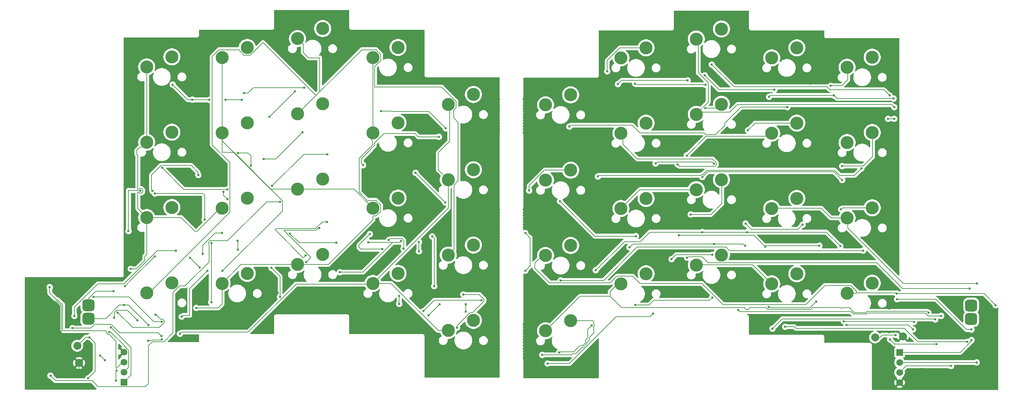
<source format=gbr>
%TF.GenerationSoftware,KiCad,Pcbnew,9.0.6*%
%TF.CreationDate,2025-12-27T17:50:34+00:00*%
%TF.ProjectId,Split Keyboard,53706c69-7420-44b6-9579-626f6172642e,rev?*%
%TF.SameCoordinates,Original*%
%TF.FileFunction,Copper,L1,Top*%
%TF.FilePolarity,Positive*%
%FSLAX46Y46*%
G04 Gerber Fmt 4.6, Leading zero omitted, Abs format (unit mm)*
G04 Created by KiCad (PCBNEW 9.0.6) date 2025-12-27 17:50:34*
%MOMM*%
%LPD*%
G01*
G04 APERTURE LIST*
G04 Aperture macros list*
%AMRoundRect*
0 Rectangle with rounded corners*
0 $1 Rounding radius*
0 $2 $3 $4 $5 $6 $7 $8 $9 X,Y pos of 4 corners*
0 Add a 4 corners polygon primitive as box body*
4,1,4,$2,$3,$4,$5,$6,$7,$8,$9,$2,$3,0*
0 Add four circle primitives for the rounded corners*
1,1,$1+$1,$2,$3*
1,1,$1+$1,$4,$5*
1,1,$1+$1,$6,$7*
1,1,$1+$1,$8,$9*
0 Add four rect primitives between the rounded corners*
20,1,$1+$1,$2,$3,$4,$5,0*
20,1,$1+$1,$4,$5,$6,$7,0*
20,1,$1+$1,$6,$7,$8,$9,0*
20,1,$1+$1,$8,$9,$2,$3,0*%
G04 Aperture macros list end*
%TA.AperFunction,ComponentPad*%
%ADD10R,1.700000X1.700000*%
%TD*%
%TA.AperFunction,ComponentPad*%
%ADD11C,1.700000*%
%TD*%
%TA.AperFunction,SMDPad,CuDef*%
%ADD12C,2.000000*%
%TD*%
%TA.AperFunction,ComponentPad*%
%ADD13C,3.300000*%
%TD*%
%TA.AperFunction,ComponentPad*%
%ADD14RoundRect,0.750000X-0.750000X-0.750000X0.750000X-0.750000X0.750000X0.750000X-0.750000X0.750000X0*%
%TD*%
%TA.AperFunction,ViaPad*%
%ADD15C,0.600000*%
%TD*%
%TA.AperFunction,Conductor*%
%ADD16C,0.200000*%
%TD*%
G04 APERTURE END LIST*
D10*
%TO.P,J2,1,Pin_1*%
%TO.N,/right/SDA*%
X54000000Y-123370000D03*
D11*
%TO.P,J2,2,Pin_2*%
%TO.N,/right/SCL*%
X54000000Y-120830000D03*
%TO.P,J2,3,Pin_3*%
%TO.N,Net-(J2-Pin_3)*%
X54000000Y-118290000D03*
%TO.P,J2,4,Pin_4*%
%TO.N,GND*%
X54000000Y-115750000D03*
%TD*%
D12*
%TO.P,TP1,1,1*%
%TO.N,/left/<NO NET>*%
X243820000Y-112050000D03*
%TD*%
%TO.P,TP2,1,1*%
%TO.N,/right/<NO NET>*%
X42230000Y-114160000D03*
%TD*%
%TO.P,TP4,1,1*%
%TO.N,GND*%
X42670000Y-118530000D03*
%TD*%
%TO.P,TP3,1,1*%
%TO.N,GND*%
X250860000Y-111790000D03*
%TD*%
D10*
%TO.P,J1,1,Pin_1*%
%TO.N,/left/SDA*%
X250000000Y-115859800D03*
D11*
%TO.P,J1,2,Pin_2*%
%TO.N,/left/SCL*%
X250000000Y-118399800D03*
%TO.P,J1,3,Pin_3*%
%TO.N,Net-(J1-Pin_3)*%
X250000000Y-120939800D03*
%TO.P,J1,4,Pin_4*%
%TO.N,GND*%
X250000000Y-123479800D03*
%TD*%
D13*
%TO.P,SW26,1,1*%
%TO.N,/left/COL 2*%
X236758500Y-100873800D03*
%TO.P,SW26,2,2*%
%TO.N,Net-(D26-A)*%
X243108500Y-98333800D03*
%TD*%
%TO.P,SW30,1,1*%
%TO.N,/left/COL 4*%
X160558500Y-110398800D03*
%TO.P,SW30,2,2*%
%TO.N,Net-(D30-A)*%
X166908500Y-107858800D03*
%TD*%
%TO.P,SW16,1,1*%
%TO.N,/right/COL 0*%
X59772900Y-62677500D03*
%TO.P,SW16,2,2*%
%TO.N,Net-(D16-A)*%
X66122900Y-60137500D03*
%TD*%
%TO.P,SW12,1,1*%
%TO.N,/left/COL 1*%
X217708500Y-60392500D03*
%TO.P,SW12,2,2*%
%TO.N,Net-(D12-A)*%
X224058500Y-57852500D03*
%TD*%
%TO.P,SW17,1,1*%
%TO.N,/right/COL 1*%
X78822900Y-60296250D03*
%TO.P,SW17,2,2*%
%TO.N,Net-(D17-A)*%
X85172900Y-57756250D03*
%TD*%
%TO.P,SW3,1,1*%
%TO.N,/left/COL 1*%
X217708500Y-41342500D03*
%TO.P,SW3,2,2*%
%TO.N,Net-(D3-A)*%
X224058500Y-38802500D03*
%TD*%
%TO.P,SW31,1,1*%
%TO.N,/right/COL 0*%
X59772900Y-81727500D03*
%TO.P,SW31,2,2*%
%TO.N,Net-(D31-A)*%
X66122900Y-79187500D03*
%TD*%
%TO.P,SW33,1,1*%
%TO.N,/right/COL 1*%
X97872900Y-74583750D03*
%TO.P,SW33,2,2*%
%TO.N,Net-(D33-A)*%
X104222900Y-72043750D03*
%TD*%
%TO.P,SW11,1,1*%
%TO.N,/left/COL 0*%
X236758500Y-62773800D03*
%TO.P,SW11,2,2*%
%TO.N,Net-(D11-A)*%
X243108500Y-60233800D03*
%TD*%
%TO.P,SW36,1,1*%
%TO.N,/right/COL 2*%
X59772900Y-100777500D03*
%TO.P,SW36,2,2*%
%TO.N,Net-(D36-A)*%
X66122900Y-98237500D03*
%TD*%
%TO.P,SW4,1,1*%
%TO.N,/right/COL 1*%
X78822900Y-41246250D03*
%TO.P,SW4,2,2*%
%TO.N,Net-(D4-A)*%
X85172900Y-38706250D03*
%TD*%
%TO.P,SW22,1,1*%
%TO.N,/left/COL 0*%
X217708500Y-79442500D03*
%TO.P,SW22,2,2*%
%TO.N,Net-(D22-A)*%
X224058500Y-76902500D03*
%TD*%
%TO.P,SW40,1,1*%
%TO.N,/right/COL 4*%
X135972900Y-110302500D03*
%TO.P,SW40,2,2*%
%TO.N,Net-(D40-A)*%
X142322900Y-107762500D03*
%TD*%
%TO.P,SW25,1,1*%
%TO.N,/left/COL 2*%
X160558500Y-91348800D03*
%TO.P,SW25,2,2*%
%TO.N,Net-(D25-A)*%
X166908500Y-88808800D03*
%TD*%
%TO.P,SW1,1,1*%
%TO.N,/left/COL 0*%
X236758500Y-43723800D03*
%TO.P,SW1,2,2*%
%TO.N,Net-(D1-A)*%
X243108500Y-41183800D03*
%TD*%
%TO.P,SW27,1,1*%
%TO.N,/left/COL 3*%
X217708500Y-98492500D03*
%TO.P,SW27,2,2*%
%TO.N,Net-(D27-A)*%
X224058500Y-95952500D03*
%TD*%
%TO.P,SW38,1,1*%
%TO.N,/right/COL 3*%
X97872900Y-93633750D03*
%TO.P,SW38,2,2*%
%TO.N,Net-(D38-A)*%
X104222900Y-91093750D03*
%TD*%
%TO.P,SW5,1,1*%
%TO.N,/left/COL 2*%
X198658500Y-36580000D03*
%TO.P,SW5,2,2*%
%TO.N,Net-(D5-A)*%
X205008500Y-34040000D03*
%TD*%
D14*
%TO.P,U1,15,BAT*%
%TO.N,/left/<NO NET>*%
X268106500Y-107395200D03*
%TO.P,U1,16,GND*%
%TO.N,Net-(2M1-Pad2)*%
X268106500Y-103995200D03*
%TD*%
D13*
%TO.P,SW21,1,1*%
%TO.N,/left/COL 0*%
X236758500Y-81823800D03*
%TO.P,SW21,2,2*%
%TO.N,Net-(D21-A)*%
X243108500Y-79283800D03*
%TD*%
%TO.P,SW34,1,1*%
%TO.N,/right/COL 1*%
X116922900Y-79346250D03*
%TO.P,SW34,2,2*%
%TO.N,Net-(D34-A)*%
X123272900Y-76806250D03*
%TD*%
%TO.P,SW13,1,1*%
%TO.N,/left/COL 2*%
X198658500Y-55630000D03*
%TO.P,SW13,2,2*%
%TO.N,Net-(D13-A)*%
X205008500Y-53090000D03*
%TD*%
%TO.P,SW20,1,1*%
%TO.N,/right/COL 4*%
X135972900Y-72202500D03*
%TO.P,SW20,2,2*%
%TO.N,Net-(D20-A)*%
X142322900Y-69662500D03*
%TD*%
%TO.P,SW35,1,1*%
%TO.N,/right/COL 2*%
X135972900Y-91252500D03*
%TO.P,SW35,2,2*%
%TO.N,Net-(D35-A)*%
X142322900Y-88712500D03*
%TD*%
%TO.P,SW6,1,1*%
%TO.N,/right/COL 2*%
X97872900Y-36483750D03*
%TO.P,SW6,2,2*%
%TO.N,Net-(D6-A)*%
X104222900Y-33943750D03*
%TD*%
%TO.P,SW32,1,1*%
%TO.N,/right/COL 0*%
X78822900Y-79346250D03*
%TO.P,SW32,2,2*%
%TO.N,Net-(D32-A)*%
X85172900Y-76806250D03*
%TD*%
%TO.P,SW7,1,1*%
%TO.N,/left/COL 3*%
X179608500Y-41342500D03*
%TO.P,SW7,2,2*%
%TO.N,Net-(D7-A)*%
X185958500Y-38802500D03*
%TD*%
%TO.P,SW37,1,1*%
%TO.N,/right/COL 3*%
X78822900Y-98396250D03*
%TO.P,SW37,2,2*%
%TO.N,Net-(D37-A)*%
X85172900Y-95856250D03*
%TD*%
%TO.P,SW8,1,1*%
%TO.N,/right/COL 3*%
X116922900Y-41246250D03*
%TO.P,SW8,2,2*%
%TO.N,Net-(D8-A)*%
X123272900Y-38706250D03*
%TD*%
%TO.P,SW24,1,1*%
%TO.N,/left/COL 1*%
X179608500Y-79442500D03*
%TO.P,SW24,2,2*%
%TO.N,Net-(D24-A)*%
X185958500Y-76902500D03*
%TD*%
%TO.P,SW39,1,1*%
%TO.N,/right/COL 4*%
X116922900Y-98396250D03*
%TO.P,SW39,2,2*%
%TO.N,Net-(D39-A)*%
X123272900Y-95856250D03*
%TD*%
%TO.P,SW9,1,1*%
%TO.N,/left/COL 4*%
X160558500Y-53248800D03*
%TO.P,SW9,2,2*%
%TO.N,Net-(D9-A)*%
X166908500Y-50708800D03*
%TD*%
%TO.P,SW29,1,1*%
%TO.N,/left/COL 4*%
X179608500Y-98492500D03*
%TO.P,SW29,2,2*%
%TO.N,Net-(D29-A)*%
X185958500Y-95952500D03*
%TD*%
D14*
%TO.P,U2,15,BAT*%
%TO.N,/right/<NO NET>*%
X45044900Y-107298900D03*
%TO.P,U2,16,GND*%
%TO.N,Net-(2M2-Pad2)*%
X45044900Y-103898900D03*
%TD*%
D13*
%TO.P,SW23,1,1*%
%TO.N,/left/COL 1*%
X198658500Y-74680000D03*
%TO.P,SW23,2,2*%
%TO.N,Net-(D23-A)*%
X205008500Y-72140000D03*
%TD*%
%TO.P,SW19,1,1*%
%TO.N,/right/COL 3*%
X116922900Y-60296250D03*
%TO.P,SW19,2,2*%
%TO.N,Net-(D19-A)*%
X123272900Y-57756250D03*
%TD*%
%TO.P,SW10,1,1*%
%TO.N,/right/COL 4*%
X135972900Y-53152500D03*
%TO.P,SW10,2,2*%
%TO.N,Net-(D10-A)*%
X142322900Y-50612500D03*
%TD*%
%TO.P,SW18,1,1*%
%TO.N,/right/COL 2*%
X97872900Y-55533750D03*
%TO.P,SW18,2,2*%
%TO.N,Net-(D18-A)*%
X104222900Y-52993750D03*
%TD*%
%TO.P,SW14,1,1*%
%TO.N,/left/COL 3*%
X179608500Y-60392500D03*
%TO.P,SW14,2,2*%
%TO.N,Net-(D14-A)*%
X185958500Y-57852500D03*
%TD*%
%TO.P,SW28,1,1*%
%TO.N,/left/COL 3*%
X198658500Y-93730000D03*
%TO.P,SW28,2,2*%
%TO.N,Net-(D28-A)*%
X205008500Y-91190000D03*
%TD*%
%TO.P,SW15,1,1*%
%TO.N,/left/COL 4*%
X160558500Y-72298800D03*
%TO.P,SW15,2,2*%
%TO.N,Net-(D15-A)*%
X166908500Y-69758800D03*
%TD*%
%TO.P,SW2,1,1*%
%TO.N,/right/COL 0*%
X59772900Y-43627500D03*
%TO.P,SW2,2,2*%
%TO.N,Net-(D2-A)*%
X66122900Y-41087500D03*
%TD*%
D15*
%TO.N,GND*%
X255630000Y-119980000D03*
%TO.N,Net-(2M2-Pad2)*%
X51381400Y-100352500D03*
%TO.N,/right/<NO NET>*%
X114461400Y-68473750D03*
X82811400Y-89912500D03*
X45000000Y-122392500D03*
X61832900Y-75662500D03*
X131913150Y-86499750D03*
X74401400Y-82232500D03*
X82721400Y-87572500D03*
X130975900Y-106487000D03*
X45351400Y-112022500D03*
X54244900Y-99095813D03*
X91291400Y-94482500D03*
X93461400Y-101811250D03*
X61801400Y-91542500D03*
X54046900Y-103882500D03*
X133785900Y-103677000D03*
X132426400Y-99087500D03*
X133601400Y-61330000D03*
X60171400Y-108922500D03*
%TO.N,/right/ROW 0*%
X79721400Y-51912500D03*
X71311400Y-51913250D03*
X83841400Y-51942500D03*
X75661400Y-51982500D03*
X66331400Y-48102500D03*
%TO.N,/right/ROW 1*%
X86125400Y-68646500D03*
X99171400Y-60162500D03*
X55171400Y-85152500D03*
X72821400Y-70963250D03*
X58181400Y-74982500D03*
X135234150Y-77939750D03*
X82801902Y-65374531D03*
X61232900Y-75002500D03*
X127729150Y-70434750D03*
X89315150Y-66916250D03*
%TO.N,/right/ROW 2*%
X99907135Y-91306765D03*
X129731400Y-105382500D03*
X73140775Y-94363125D03*
X144401400Y-102652500D03*
X41501400Y-106632500D03*
X67191400Y-90102500D03*
X70695775Y-91918125D03*
X105361400Y-82812500D03*
%TO.N,/right/ROW 3*%
X95981400Y-85802500D03*
X108588900Y-95582500D03*
X76092400Y-88204500D03*
X128551400Y-90302500D03*
X107741400Y-88132500D03*
X115721400Y-87972500D03*
X124091400Y-87712500D03*
X140371900Y-105552500D03*
X140371900Y-103662500D03*
X128551400Y-87902500D03*
X76092400Y-103172500D03*
%TO.N,GND*%
X90861400Y-97832500D03*
X169808500Y-100052500D03*
X110291400Y-100132500D03*
X208508500Y-100152500D03*
X221308500Y-73852500D03*
X191508500Y-97452500D03*
X232208500Y-91552500D03*
X178108500Y-92352500D03*
X170208500Y-117452500D03*
X227308500Y-49952500D03*
X185168500Y-85870000D03*
X247508500Y-104752500D03*
X105081400Y-100132500D03*
X43011400Y-121232500D03*
X146676400Y-82482500D03*
X172308500Y-92452500D03*
X207608500Y-80652500D03*
X226408500Y-35152500D03*
X227408500Y-47852500D03*
X158508500Y-104352500D03*
X185408500Y-102852500D03*
X168608500Y-77052500D03*
X258308500Y-104552500D03*
X120801400Y-66682500D03*
X35046400Y-102937500D03*
X223268500Y-66820000D03*
X237208500Y-86252500D03*
X161908500Y-107652500D03*
X190008500Y-69052500D03*
X92861400Y-100832500D03*
X258808500Y-120952500D03*
X213908500Y-106352500D03*
X233108500Y-73752500D03*
X181008500Y-57452500D03*
X146676400Y-79057500D03*
X97861400Y-100732500D03*
X214708500Y-109152500D03*
X244408500Y-90052500D03*
X232208500Y-108552500D03*
X248608500Y-48052500D03*
X228308500Y-52052500D03*
X172408500Y-80452500D03*
X240508500Y-86952500D03*
X226308500Y-99352500D03*
X227208500Y-110952500D03*
X156008500Y-59252500D03*
X246708500Y-87152500D03*
X191008500Y-82752500D03*
X158408500Y-101752500D03*
X209008500Y-46252500D03*
X94761400Y-97832500D03*
X164508500Y-120552500D03*
X116591400Y-67872500D03*
X218908500Y-95752500D03*
X199308500Y-59252500D03*
X191508500Y-52652500D03*
X271308500Y-122352500D03*
X238308500Y-111852500D03*
X204218500Y-100157500D03*
X233508500Y-95652500D03*
X183208500Y-73152500D03*
X232008500Y-87952500D03*
X191908500Y-101752500D03*
X226908500Y-87052500D03*
X172100500Y-99117300D03*
X188008500Y-64852500D03*
X166118500Y-59676300D03*
X211108500Y-102752500D03*
X232108500Y-39452500D03*
X246408500Y-63352500D03*
X174408500Y-64552500D03*
X247450000Y-110770000D03*
X246908500Y-73652500D03*
X142881400Y-95742500D03*
X242318500Y-88251300D03*
X225408500Y-102352500D03*
X194108500Y-61752500D03*
X214408500Y-35752500D03*
%TO.N,Net-(D64-DIN)*%
X99561400Y-48912500D03*
X118951400Y-54862500D03*
X135351400Y-59172500D03*
X84361400Y-50252500D03*
%TO.N,Net-(D66-DOUT)*%
X90757195Y-56288295D03*
X97197195Y-49848295D03*
%TO.N,Net-(D69-DOUT)*%
X80173900Y-74615500D03*
X63646400Y-69154500D03*
%TO.N,Net-(D71-DOUT)*%
X79201400Y-75232500D03*
X80173900Y-77122500D03*
%TO.N,Net-(D71-DIN)*%
X91461400Y-73732500D03*
X35461400Y-121732500D03*
X93461400Y-77732500D03*
X105461400Y-65732500D03*
%TO.N,Net-(D73-DOUT)*%
X124681400Y-89622500D03*
X120911400Y-87442500D03*
%TO.N,Net-(D75-DOUT)*%
X73941400Y-90902500D03*
X78811400Y-85662500D03*
%TO.N,Net-(D76-DIN)*%
X103411400Y-84382500D03*
X100111400Y-93033750D03*
%TO.N,Net-(D77-DOUT)*%
X123583900Y-103582500D03*
X123583900Y-101602500D03*
X119352623Y-89742750D03*
X116171400Y-85912500D03*
%TO.N,Net-(D78-DIN)*%
X138191400Y-109572500D03*
X139765900Y-101197000D03*
%TO.N,/right/LED*%
X46321400Y-101812500D03*
X63621400Y-108092500D03*
%TO.N,Net-(D79-DOUT)*%
X52000000Y-122974500D03*
X52148125Y-120444375D03*
%TO.N,Net-(D83-DIN)*%
X63617975Y-112531500D03*
X60143900Y-112920000D03*
%TO.N,/right/SDA*%
X50761400Y-109522500D03*
%TO.N,Net-(J2-Pin_3)*%
X35271400Y-99342500D03*
%TO.N,/right/SCL*%
X50321400Y-110672500D03*
%TO.N,/right/COL 0*%
X55761400Y-94702500D03*
%TO.N,/right/COL 1*%
X68601400Y-106812500D03*
X61962429Y-106280001D03*
X75151400Y-95232500D03*
X52461400Y-105792500D03*
X78961400Y-95232500D03*
%TO.N,/right/COL 2*%
X57401400Y-107712500D03*
X51571400Y-107032500D03*
%TO.N,/right/COL 4*%
X41031400Y-109702500D03*
X63530513Y-111736292D03*
X68161400Y-111152500D03*
%TO.N,/left/<NO NET>*%
X200792600Y-45803000D03*
X181754000Y-89273400D03*
X249050000Y-111450000D03*
X203144200Y-88403300D03*
X218388500Y-49384600D03*
X210966500Y-88849400D03*
%TO.N,/left/ROW 0*%
X178846200Y-47978300D03*
X217027600Y-51211000D03*
X248515000Y-51625600D03*
X233458100Y-50873200D03*
X196462200Y-47062500D03*
%TO.N,Net-(D7-A)*%
X176137400Y-44759600D03*
%TO.N,Net-(D11-A)*%
X235510600Y-68722200D03*
%TO.N,/left/ROW 1*%
X200188100Y-71491700D03*
X235510600Y-72237400D03*
X253674100Y-108154400D03*
X235928400Y-107963500D03*
%TO.N,Net-(D12-A)*%
X211708500Y-59652500D03*
%TO.N,Net-(D13-A)*%
X200954900Y-54090000D03*
%TO.N,Net-(D15-A)*%
X156424800Y-74916900D03*
%TO.N,Net-(D21-A)*%
X235229800Y-79664600D03*
%TO.N,/left/ROW 2*%
X211498600Y-85432800D03*
X259026300Y-107516500D03*
X200188100Y-85432800D03*
X217880300Y-109827600D03*
X235038400Y-88972800D03*
X173236200Y-95055700D03*
%TO.N,/left/ROW 3*%
X187708500Y-106052500D03*
X194274300Y-86219200D03*
X229749100Y-88849400D03*
X253420300Y-110034000D03*
X216109000Y-89141500D03*
X161049600Y-118671900D03*
X236582600Y-108892600D03*
%TO.N,Net-(D23-A)*%
X197232000Y-80958300D03*
%TO.N,Net-(D27-A)*%
X228960100Y-102972200D03*
X216908500Y-104352500D03*
%TO.N,Net-(D30-A)*%
X159709100Y-116491200D03*
%TO.N,Net-(D41-DOUT)*%
X247072900Y-56764200D03*
X249361500Y-102392700D03*
X248650900Y-56764200D03*
X268165600Y-110064300D03*
%TO.N,Net-(D42-DIN)*%
X221664700Y-53818700D03*
X166555700Y-58744100D03*
%TO.N,Net-(D43-DOUT)*%
X202542300Y-43046000D03*
X247485700Y-50873200D03*
%TO.N,Net-(D44-DOUT)*%
X183176500Y-47854000D03*
X201005500Y-48157000D03*
%TO.N,Net-(D45-DOUT)*%
X209208500Y-105152500D03*
X260520500Y-106622500D03*
%TO.N,Net-(D47-DOUT)*%
X173784400Y-71362800D03*
X240349500Y-69334100D03*
%TO.N,Net-(D49-DOUT)*%
X211095300Y-83252000D03*
X225508500Y-83552500D03*
%TO.N,Net-(D50-DIN)*%
X203144200Y-68153800D03*
X188363700Y-68068300D03*
%TO.N,Net-(D51-DOUT)*%
X183399900Y-86454100D03*
X164181600Y-77606200D03*
%TO.N,Net-(D52-DIN)*%
X240807000Y-90106900D03*
X164368500Y-97633700D03*
%TO.N,Net-(D54-DIN)*%
X192391000Y-92281700D03*
X202719500Y-91175400D03*
%TO.N,Net-(D56-DIN)*%
X163984235Y-115891200D03*
X172221143Y-108994797D03*
%TO.N,/left/LED*%
X259310100Y-113744600D03*
X247608300Y-112606100D03*
%TO.N,Net-(D59-DIN)*%
X202669500Y-101951000D03*
X183209300Y-103884100D03*
%TO.N,/left/SDA*%
X268178400Y-112728700D03*
%TO.N,Net-(J1-Pin_3)*%
X263004400Y-119284000D03*
%TO.N,/left/COL 0*%
X269553800Y-98390800D03*
X232632900Y-48414000D03*
%TO.N,/left/COL 1*%
X267700900Y-99713100D03*
X196311000Y-91877600D03*
X196231200Y-66047900D03*
%TO.N,/left/COL 2*%
X248650900Y-53818700D03*
X249259500Y-100947100D03*
X274276000Y-103892200D03*
%TO.N,/left/COL 3*%
X193919500Y-68293400D03*
X221090243Y-109362914D03*
X267142100Y-113187700D03*
%TO.N,/left/COL 4*%
X155424900Y-85682500D03*
X257281500Y-105800900D03*
X155424900Y-95192500D03*
%TO.N,/right/COL 3*%
X72301400Y-104602500D03*
X47991400Y-116592500D03*
X49199450Y-117800550D03*
%TO.N,/left/SCL*%
X269493500Y-118375500D03*
%TD*%
D16*
%TO.N,/left/SCL*%
X269493500Y-118375500D02*
X250000000Y-118399800D01*
%TO.N,Net-(J1-Pin_3)*%
X251655800Y-119284000D02*
X250000000Y-120939800D01*
X263004400Y-119284000D02*
X251655800Y-119284000D01*
%TO.N,/left/SDA*%
X268178400Y-113002300D02*
X268178400Y-112728700D01*
X265320900Y-115859800D02*
X268178400Y-113002300D01*
X250000000Y-115859800D02*
X265320900Y-115859800D01*
%TO.N,/right/COL 3*%
X49199450Y-117800550D02*
X47991400Y-116592500D01*
%TO.N,/right/SDA*%
X55819450Y-121550550D02*
X54000000Y-123370000D01*
X55819450Y-114580550D02*
X55819450Y-121550550D01*
%TO.N,/right/SCL*%
X55250000Y-119580000D02*
X54000000Y-120830000D01*
X55250000Y-115350000D02*
X55250000Y-119580000D01*
%TO.N,Net-(D79-DOUT)*%
X52000000Y-120592500D02*
X52148125Y-120444375D01*
X52000000Y-122974500D02*
X52000000Y-120592500D01*
%TO.N,/right/<NO NET>*%
X46791400Y-113462500D02*
X45351400Y-112022500D01*
X46791400Y-120601100D02*
X46791400Y-113462500D01*
X45000000Y-122392500D02*
X46791400Y-120601100D01*
%TO.N,Net-(2M2-Pad2)*%
X45044900Y-103898900D02*
X45044900Y-102239057D01*
X46931457Y-100352500D02*
X51381400Y-100352500D01*
X45044900Y-102239057D02*
X46931457Y-100352500D01*
%TO.N,/right/<NO NET>*%
X127570250Y-60491350D02*
X119761611Y-60491350D01*
X117279900Y-62973061D02*
X117279900Y-63510176D01*
X119761611Y-60491350D02*
X117279900Y-62973061D01*
X82811400Y-87662500D02*
X82721400Y-87572500D01*
X93461400Y-101811250D02*
X93461400Y-96652500D01*
X44367500Y-112022500D02*
X45351400Y-112022500D01*
X132426400Y-99087500D02*
X132426400Y-87013000D01*
X74401400Y-82232500D02*
X74401400Y-76032500D01*
X114011400Y-68023750D02*
X114461400Y-68473750D01*
X74401400Y-76032500D02*
X73981400Y-75612500D01*
X130975900Y-106487000D02*
X133785900Y-103677000D01*
X54244900Y-99095813D02*
X56068213Y-97272500D01*
X132426400Y-87013000D02*
X131913150Y-86499750D01*
X49455000Y-107298900D02*
X45044900Y-107298900D01*
X128408900Y-61330000D02*
X127570250Y-60491350D01*
X61882900Y-75612500D02*
X61832900Y-75662500D01*
X54046900Y-103882500D02*
X52871400Y-103882500D01*
X73981400Y-75612500D02*
X61882900Y-75612500D01*
X54046900Y-103882500D02*
X55131400Y-103882500D01*
X93461400Y-96652500D02*
X91291400Y-94482500D01*
X56068213Y-97272500D02*
X56071400Y-97272500D01*
X116461400Y-64472500D02*
X114011400Y-66922500D01*
X114011400Y-66922500D02*
X114011400Y-68023750D01*
X42230000Y-114160000D02*
X44367500Y-112022500D01*
X52871400Y-103882500D02*
X49455000Y-107298900D01*
X56071400Y-97272500D02*
X61801400Y-91542500D01*
X116461400Y-64328676D02*
X116461400Y-64472500D01*
X82811400Y-89912500D02*
X82811400Y-87662500D01*
X117279900Y-63510176D02*
X116461400Y-64328676D01*
X133601400Y-61330000D02*
X128408900Y-61330000D01*
X55131400Y-103882500D02*
X60171400Y-108922500D01*
%TO.N,/right/ROW 0*%
X79751400Y-51942500D02*
X79721400Y-51912500D01*
X75661400Y-51982500D02*
X71380650Y-51982500D01*
X83841400Y-51942500D02*
X79751400Y-51942500D01*
X70142150Y-51913250D02*
X71311400Y-51913250D01*
X71380650Y-51982500D02*
X71311400Y-51913250D01*
X66331400Y-48102500D02*
X70142150Y-51913250D01*
%TO.N,/right/ROW 1*%
X55291400Y-74932500D02*
X55171400Y-74812500D01*
X58181400Y-74982500D02*
X58131400Y-74932500D01*
X60991400Y-74761000D02*
X60991400Y-70959557D01*
X92417650Y-66916250D02*
X99171400Y-60162500D01*
X82801902Y-65374531D02*
X85393431Y-65374531D01*
X60991400Y-70959557D02*
X63397457Y-68553500D01*
X55171400Y-74812500D02*
X55171400Y-85152500D01*
X58131400Y-74932500D02*
X55291400Y-74932500D01*
X127729150Y-70434750D02*
X135234150Y-77939750D01*
X72771400Y-70913250D02*
X72821400Y-70963250D01*
X85393431Y-65374531D02*
X86125400Y-66106500D01*
X61232900Y-75002500D02*
X60991400Y-74761000D01*
X71032400Y-68553500D02*
X72771400Y-70292500D01*
X72771400Y-70292500D02*
X72771400Y-70913250D01*
X89315150Y-66916250D02*
X92417650Y-66916250D01*
X86125400Y-66106500D02*
X86125400Y-68646500D01*
X63397457Y-68553500D02*
X71032400Y-68553500D01*
%TO.N,/right/ROW 2*%
X62388270Y-90102500D02*
X67191400Y-90102500D01*
X144401400Y-102652500D02*
X132461400Y-102652500D01*
X99200665Y-91821765D02*
X92211400Y-84832500D01*
X41501400Y-106632500D02*
X41501400Y-104456060D01*
X99392135Y-91821765D02*
X99200665Y-91821765D01*
X41501400Y-104456060D02*
X47462647Y-98494813D01*
X47462647Y-98494813D02*
X53995957Y-98494813D01*
X104131457Y-82812500D02*
X105361400Y-82812500D01*
X99907135Y-91306765D02*
X99392135Y-91821765D01*
X53995957Y-98494813D02*
X62388270Y-90102500D01*
X132461400Y-102652500D02*
X129731400Y-105382500D01*
X92501400Y-84542500D02*
X102401457Y-84542500D01*
X73140775Y-94363125D02*
X70695775Y-91918125D01*
X102401457Y-84542500D02*
X104131457Y-82812500D01*
X92211400Y-84832500D02*
X92501400Y-84542500D01*
%TO.N,/right/ROW 3*%
X121971400Y-87972500D02*
X121231343Y-87972500D01*
X120591457Y-87972500D02*
X120662457Y-88043500D01*
X128551400Y-90302500D02*
X128551400Y-87902500D01*
X108588900Y-95582500D02*
X114361400Y-95582500D01*
X114361400Y-95582500D02*
X121971400Y-87972500D01*
X76092400Y-103172500D02*
X76092400Y-88204500D01*
X121231343Y-87972500D02*
X123831400Y-87972500D01*
X98311400Y-88132500D02*
X107741400Y-88132500D01*
X120662457Y-88043500D02*
X121160343Y-88043500D01*
X95981400Y-85802500D02*
X98311400Y-88132500D01*
X115721400Y-87972500D02*
X120591457Y-87972500D01*
X123831400Y-87972500D02*
X124091400Y-87712500D01*
X140371900Y-105552500D02*
X140371900Y-103662500D01*
X121160343Y-88043500D02*
X121231343Y-87972500D01*
%TO.N,GND*%
X116591400Y-67872500D02*
X119611400Y-67872500D01*
X119611400Y-67872500D02*
X120801400Y-66682500D01*
X142881400Y-94040174D02*
X142881400Y-95742500D01*
X250860000Y-111790000D02*
X249840000Y-110770000D01*
X110291400Y-100132500D02*
X105081400Y-100132500D01*
X38161400Y-103968840D02*
X38161400Y-119002500D01*
X42670000Y-118530000D02*
X42670000Y-120891100D01*
X249840000Y-110770000D02*
X247450000Y-110770000D01*
X37130060Y-102937500D02*
X38161400Y-103968840D01*
X146676400Y-90245174D02*
X142881400Y-94040174D01*
X38161400Y-119002500D02*
X40391400Y-121232500D01*
X42670000Y-120891100D02*
X43011400Y-121232500D01*
X35046400Y-102937500D02*
X37130060Y-102937500D01*
X146676400Y-79057500D02*
X146676400Y-82482500D01*
X40391400Y-121232500D02*
X43011400Y-121232500D01*
X208503500Y-100157500D02*
X208508500Y-100152500D01*
X146676400Y-82482500D02*
X146676400Y-90245174D01*
X204218500Y-100157500D02*
X208503500Y-100157500D01*
%TO.N,Net-(D64-DIN)*%
X85371400Y-50252500D02*
X86711400Y-48912500D01*
X131101400Y-54922500D02*
X135351400Y-59172500D01*
X118951400Y-54862500D02*
X121741400Y-54862500D01*
X121741400Y-54862500D02*
X121801400Y-54922500D01*
X121801400Y-54922500D02*
X131101400Y-54922500D01*
X84361400Y-50252500D02*
X85371400Y-50252500D01*
X86711400Y-48912500D02*
X99561400Y-48912500D01*
%TO.N,Net-(D66-DOUT)*%
X90757195Y-56288295D02*
X97197195Y-49848295D01*
%TO.N,Net-(D69-DOUT)*%
X69107400Y-74615500D02*
X63646400Y-69154500D01*
X80173900Y-74615500D02*
X69107400Y-74615500D01*
%TO.N,Net-(D71-DOUT)*%
X79201400Y-76150000D02*
X79201400Y-75232500D01*
X80173900Y-77122500D02*
X79201400Y-76150000D01*
%TO.N,Net-(D71-DIN)*%
X99461400Y-65732500D02*
X91461400Y-73732500D01*
X105461400Y-65732500D02*
X99461400Y-65732500D01*
%TO.N,Net-(D73-DOUT)*%
X124681400Y-89622500D02*
X124692400Y-89611500D01*
X124331343Y-87102500D02*
X121251400Y-87102500D01*
X124692400Y-87463557D02*
X124331343Y-87102500D01*
X121251400Y-87102500D02*
X120911400Y-87442500D01*
X124692400Y-89611500D02*
X124692400Y-87463557D01*
%TO.N,Net-(D75-DOUT)*%
X73941400Y-88745400D02*
X77024300Y-85662500D01*
X73941400Y-90902500D02*
X73941400Y-88745400D01*
X77024300Y-85662500D02*
X78811400Y-85662500D01*
%TO.N,Net-(D76-DIN)*%
X95732457Y-86403500D02*
X95380400Y-86051443D01*
X95852400Y-86403500D02*
X95732457Y-86403500D01*
X95380400Y-85931500D02*
X94392400Y-84943500D01*
X95380400Y-86051443D02*
X95380400Y-85931500D01*
X100111400Y-93033750D02*
X101297025Y-91848125D01*
X102567557Y-84943500D02*
X103128557Y-84382500D01*
X103128557Y-84382500D02*
X103411400Y-84382500D01*
X94392400Y-84943500D02*
X102567557Y-84943500D01*
X101297025Y-91848125D02*
X95852400Y-86403500D01*
%TO.N,Net-(D77-DOUT)*%
X119352623Y-89742750D02*
X113871650Y-89742750D01*
X123583900Y-103582500D02*
X123583900Y-101602500D01*
X113871650Y-89742750D02*
X113361400Y-89232500D01*
X113361400Y-88722500D02*
X116171400Y-85912500D01*
X113361400Y-89232500D02*
X113361400Y-88722500D01*
%TO.N,Net-(D78-DIN)*%
X138191400Y-109134869D02*
X138191400Y-109572500D01*
X143795843Y-101197000D02*
X145002400Y-102403557D01*
X139765900Y-101197000D02*
X143795843Y-101197000D01*
X145002400Y-102403557D02*
X145002400Y-102901443D01*
X145002400Y-102901443D02*
X142092343Y-105811500D01*
X142092343Y-105811500D02*
X141514769Y-105811500D01*
X141514769Y-105811500D02*
X138191400Y-109134869D01*
%TO.N,/right/LED*%
X55264074Y-101812500D02*
X61544074Y-108092500D01*
X46321400Y-101812500D02*
X55264074Y-101812500D01*
X61544074Y-108092500D02*
X63621400Y-108092500D01*
%TO.N,Net-(D83-DIN)*%
X63418975Y-112730500D02*
X63617975Y-112531500D01*
X60856858Y-112920000D02*
X60143900Y-112920000D01*
X61046358Y-112730500D02*
X60856858Y-112920000D01*
X61046358Y-112730500D02*
X63418975Y-112730500D01*
%TO.N,/right/COL 0*%
X58458900Y-63991500D02*
X57995074Y-63991500D01*
X71961400Y-85242500D02*
X72462824Y-85242500D01*
X57541400Y-79496000D02*
X59772900Y-81727500D01*
X59772900Y-81727500D02*
X68446400Y-81727500D01*
X57932457Y-74381500D02*
X58430343Y-74381500D01*
X57995074Y-63991500D02*
X57276900Y-64709674D01*
X57782457Y-74531500D02*
X57932457Y-74381500D01*
X59772900Y-62677500D02*
X58458900Y-63991500D01*
X57276900Y-64709674D02*
X57276900Y-65725326D01*
X57541400Y-75333500D02*
X57541400Y-79496000D01*
X58782400Y-75231443D02*
X58430343Y-75583500D01*
X57682457Y-75333500D02*
X57541400Y-75333500D01*
X59772900Y-43627500D02*
X59772900Y-62677500D01*
X57541400Y-74531500D02*
X57782457Y-74531500D01*
X58430343Y-74381500D02*
X58782400Y-74733557D01*
X68446400Y-81727500D02*
X71961400Y-85242500D01*
X59772900Y-91041000D02*
X59772900Y-81727500D01*
X58782400Y-74733557D02*
X58782400Y-75231443D01*
X59271400Y-91542500D02*
X59772900Y-91041000D01*
X58430343Y-75583500D02*
X57932457Y-75583500D01*
X57541400Y-65989826D02*
X57541400Y-74531500D01*
X57191400Y-94702500D02*
X59271400Y-92622500D01*
X55761400Y-94702500D02*
X57191400Y-94702500D01*
X72462824Y-85242500D02*
X78359074Y-79346250D01*
X59271400Y-92622500D02*
X59271400Y-91542500D01*
X57932457Y-75583500D02*
X57682457Y-75333500D01*
X57276900Y-65725326D02*
X57541400Y-65989826D01*
%TO.N,/right/COL 1*%
X97872900Y-74583750D02*
X112160400Y-74583750D01*
X78822900Y-62372424D02*
X78822900Y-60296250D01*
X94062400Y-77483557D02*
X94062400Y-80131500D01*
X64222400Y-108341443D02*
X63870343Y-108693500D01*
X63030400Y-109523500D02*
X56192400Y-109523500D01*
X61962429Y-106280001D02*
X62138901Y-106280001D01*
X70651400Y-106482500D02*
X70651400Y-99732500D01*
X70651400Y-99732500D02*
X75151400Y-95232500D01*
X64222400Y-107843557D02*
X64222400Y-108341443D01*
X63870343Y-107491500D02*
X64222400Y-107843557D01*
X78822900Y-65272976D02*
X81851819Y-65272976D01*
X63860400Y-108693500D02*
X63030400Y-109523500D01*
X97872900Y-74583750D02*
X91034226Y-74583750D01*
X56192400Y-109523500D02*
X52461400Y-105792500D01*
X112160400Y-74583750D02*
X116922900Y-79346250D01*
X63372457Y-107491500D02*
X63870343Y-107491500D01*
X81851819Y-65272976D02*
X94062400Y-77483557D01*
X91034226Y-74583750D02*
X78822900Y-62372424D01*
X63870343Y-108693500D02*
X63860400Y-108693500D01*
X68931400Y-106482500D02*
X70651400Y-106482500D01*
X63361429Y-107502529D02*
X63372457Y-107491500D01*
X68601400Y-106812500D02*
X68931400Y-106482500D01*
X78822900Y-60296250D02*
X78822900Y-41246250D01*
X62138901Y-106280001D02*
X63361429Y-107502529D01*
X94062400Y-80131500D02*
X78961400Y-95232500D01*
X78822900Y-60296250D02*
X78822900Y-65272976D01*
%TO.N,/right/COL 2*%
X76326900Y-63344076D02*
X76326900Y-40983119D01*
X137923900Y-53960631D02*
X137923900Y-52344369D01*
X103511400Y-41368650D02*
X100711611Y-41368650D01*
X137438000Y-73496531D02*
X138461400Y-72473131D01*
X102562775Y-50843875D02*
X97872900Y-55533750D01*
X137923900Y-52344369D02*
X134312031Y-48732500D01*
X118873900Y-40438119D02*
X117731031Y-39295250D01*
X103511400Y-49895250D02*
X103511400Y-41368650D01*
X100711611Y-41368650D02*
X99338000Y-39995039D01*
X54880400Y-105191500D02*
X52212457Y-105191500D01*
X134312031Y-48732500D02*
X117323900Y-48732500D01*
X138461400Y-57687189D02*
X137306716Y-56532505D01*
X137306716Y-56532505D02*
X137306716Y-54577815D01*
X57401400Y-107712500D02*
X54880400Y-105191500D01*
X114111400Y-39295250D02*
X97872900Y-55533750D01*
X138461400Y-72473131D02*
X138461400Y-57687189D01*
X117731031Y-39295250D02*
X114111400Y-39295250D01*
X99338000Y-39995039D02*
X99338000Y-38052461D01*
X83221900Y-39295250D02*
X83221900Y-39514381D01*
X137438000Y-89787400D02*
X137438000Y-73496531D01*
X51571400Y-105832557D02*
X51571400Y-107032500D01*
X60395476Y-100777500D02*
X80773900Y-80399076D01*
X78014769Y-39295250D02*
X83221900Y-39295250D01*
X137306716Y-54577815D02*
X137923900Y-53960631D01*
X80773900Y-67791076D02*
X76326900Y-63344076D01*
X117323900Y-48732500D02*
X117323900Y-43604381D01*
X80773900Y-80399076D02*
X80773900Y-67791076D01*
X83221900Y-39514381D02*
X84364769Y-40657250D01*
X135972900Y-91252500D02*
X137438000Y-89787400D01*
X84364769Y-40657250D02*
X85981031Y-40657250D01*
X99338000Y-38052461D02*
X99389805Y-38000655D01*
X117323900Y-43604381D02*
X118873900Y-42054381D01*
X52212457Y-105191500D02*
X51571400Y-105832557D01*
X76326900Y-40983119D02*
X78014769Y-39295250D01*
X89178591Y-37459691D02*
X102562775Y-50843875D01*
X85981031Y-40657250D02*
X89178591Y-37459691D01*
X99389805Y-38000655D02*
X97872900Y-36483750D01*
X97872900Y-55533750D02*
X103511400Y-49895250D01*
X118873900Y-42054381D02*
X118873900Y-40438119D01*
%TO.N,/right/COL 3*%
X113461400Y-75317650D02*
X115539000Y-77395250D01*
X116878900Y-62328424D02*
X116878900Y-63344076D01*
X117731031Y-77395250D02*
X118873900Y-78538119D01*
X116231400Y-61680924D02*
X116878900Y-62328424D01*
X118873900Y-78538119D02*
X118873900Y-80154381D01*
X116922900Y-41246250D02*
X116922900Y-60296250D01*
X105639226Y-93633750D02*
X97872900Y-93633750D01*
X118873900Y-80154381D02*
X117731031Y-81297250D01*
X116922900Y-82350076D02*
X105639226Y-93633750D01*
X83585400Y-93633750D02*
X78822900Y-98396250D01*
X116878900Y-63344076D02*
X113461400Y-66761576D01*
X116922900Y-81297250D02*
X116922900Y-82350076D01*
X113461400Y-66761576D02*
X113461400Y-75317650D01*
X117731031Y-81297250D02*
X116922900Y-81297250D01*
X97872900Y-93633750D02*
X83585400Y-93633750D01*
X116231400Y-60987750D02*
X116231400Y-61680924D01*
X115539000Y-77395250D02*
X117731031Y-77395250D01*
%TO.N,/right/COL 4*%
X97530093Y-98592500D02*
X116726650Y-98592500D01*
X135972900Y-79346250D02*
X135972900Y-72202500D01*
X46607640Y-108722500D02*
X45627640Y-109702500D01*
X45627640Y-109702500D02*
X41031400Y-109702500D01*
X121509089Y-98396250D02*
X116922900Y-98396250D01*
X68161400Y-111152500D02*
X68591400Y-110722500D01*
X52971343Y-110882500D02*
X50811343Y-108722500D01*
X136361400Y-62432500D02*
X136361400Y-53541000D01*
X62676721Y-110882500D02*
X52971343Y-110882500D01*
X63530513Y-111736292D02*
X62676721Y-110882500D01*
X68591400Y-110722500D02*
X85400093Y-110722500D01*
X50811343Y-108722500D02*
X46607640Y-108722500D01*
X135972900Y-110302500D02*
X133415339Y-110302500D01*
X133415339Y-110302500D02*
X121509089Y-98396250D01*
X133476900Y-65317000D02*
X136361400Y-62432500D01*
X133476900Y-69706500D02*
X133476900Y-65317000D01*
X85400093Y-110722500D02*
X97530093Y-98592500D01*
X135972900Y-72202500D02*
X133476900Y-69706500D01*
X116922900Y-98396250D02*
X135972900Y-79346250D01*
%TO.N,/left/<NO NET>*%
X245070000Y-112050000D02*
X245670000Y-111450000D01*
X204374200Y-49384600D02*
X218388500Y-49384600D01*
X200792600Y-45803000D02*
X204374200Y-49384600D01*
X181754000Y-89273400D02*
X182624100Y-88403300D01*
X182624100Y-88403300D02*
X203144200Y-88403300D01*
X210966500Y-88849400D02*
X210520400Y-88403300D01*
X243820000Y-112050000D02*
X245070000Y-112050000D01*
X210520400Y-88403300D02*
X203144200Y-88403300D01*
X245670000Y-111450000D02*
X249050000Y-111450000D01*
%TO.N,/left/ROW 0*%
X234210500Y-51625600D02*
X248515000Y-51625600D01*
X179762000Y-47062500D02*
X196462200Y-47062500D01*
X217365400Y-50873200D02*
X217027600Y-51211000D01*
X233458100Y-50873200D02*
X217365400Y-50873200D01*
X178846200Y-47978300D02*
X179762000Y-47062500D01*
X233458100Y-50873200D02*
X234210500Y-51625600D01*
%TO.N,Net-(D7-A)*%
X185958500Y-38802500D02*
X179343800Y-38802500D01*
X176137400Y-42008900D02*
X176137400Y-44759600D01*
X179343800Y-38802500D02*
X176137400Y-42008900D01*
%TO.N,Net-(D11-A)*%
X240800700Y-68722200D02*
X235510600Y-68722200D01*
X243187200Y-60312500D02*
X243187200Y-66335700D01*
X243187200Y-66335700D02*
X240800700Y-68722200D01*
%TO.N,/left/ROW 1*%
X233446600Y-70173400D02*
X235510600Y-72237400D01*
X201506400Y-70173400D02*
X233446600Y-70173400D01*
X200188100Y-71491700D02*
X201506400Y-70173400D01*
X235928400Y-107963500D02*
X253483200Y-107963500D01*
X253483200Y-107963500D02*
X253674100Y-108154400D01*
%TO.N,Net-(D12-A)*%
X224058500Y-57852500D02*
X213508500Y-57852500D01*
X213508500Y-57852500D02*
X211708500Y-59652500D01*
%TO.N,Net-(D13-A)*%
X200954900Y-54090000D02*
X204008500Y-54090000D01*
%TO.N,Net-(D15-A)*%
X156424800Y-73662500D02*
X160328500Y-69758800D01*
X160328500Y-69758800D02*
X166908500Y-69758800D01*
X156424800Y-74916900D02*
X156424800Y-73662500D01*
%TO.N,Net-(D21-A)*%
X235229800Y-79664600D02*
X235610600Y-79283800D01*
X235610600Y-79283800D02*
X243108500Y-79283800D01*
%TO.N,/left/ROW 2*%
X220346100Y-107361800D02*
X217880300Y-109827600D01*
X231498400Y-85432800D02*
X235038400Y-88972800D01*
X258871600Y-107361800D02*
X220346100Y-107361800D01*
X186907800Y-85432800D02*
X184537500Y-87803100D01*
X211498600Y-85432800D02*
X200188100Y-85432800D01*
X200188100Y-85432800D02*
X186907800Y-85432800D01*
X211498600Y-85432800D02*
X231498400Y-85432800D01*
X180488800Y-87803100D02*
X173236200Y-95055700D01*
X184537500Y-87803100D02*
X180488800Y-87803100D01*
X259026300Y-107516500D02*
X258871600Y-107361800D01*
%TO.N,/left/ROW 3*%
X186923300Y-106837700D02*
X178423300Y-106837700D01*
X236582600Y-108892600D02*
X252278900Y-108892600D01*
X216401100Y-88849400D02*
X216109000Y-89141500D01*
X194274300Y-86219200D02*
X213186700Y-86219200D01*
X229749100Y-88849400D02*
X216401100Y-88849400D01*
X213186700Y-86219200D02*
X216109000Y-89141500D01*
X187708500Y-106052500D02*
X186923300Y-106837700D01*
X166589100Y-118671900D02*
X161049600Y-118671900D01*
X252278900Y-108892600D02*
X253420300Y-110034000D01*
X178423300Y-106837700D02*
X166589100Y-118671900D01*
%TO.N,Net-(D23-A)*%
X205094700Y-78226400D02*
X202362800Y-80958300D01*
X205094700Y-72226200D02*
X205094700Y-78226400D01*
X202362800Y-80958300D02*
X197232000Y-80958300D01*
%TO.N,Net-(D27-A)*%
X227407200Y-104525100D02*
X228960100Y-102972200D01*
X216908500Y-104352500D02*
X217081100Y-104525100D01*
X217081100Y-104525100D02*
X227407200Y-104525100D01*
%TO.N,Net-(D30-A)*%
X169795200Y-114565800D02*
X168225300Y-116135700D01*
X166908500Y-107858800D02*
X172515300Y-107858800D01*
X168225300Y-116135700D02*
X167525300Y-116135700D01*
X172708500Y-109357383D02*
X172708500Y-110952500D01*
X172515300Y-107858800D02*
X172708500Y-108052000D01*
X167525300Y-116135700D02*
X167169800Y-116491200D01*
X171075500Y-113612726D02*
X170122426Y-114565800D01*
X171609500Y-112751500D02*
X171075500Y-113285500D01*
X172708500Y-108052000D02*
X172708500Y-108632211D01*
X172708500Y-110952500D02*
X171609500Y-112051500D01*
X167169800Y-116491200D02*
X159709100Y-116491200D01*
X172822143Y-109243740D02*
X172708500Y-109357383D01*
X172822143Y-108745854D02*
X172822143Y-109243740D01*
X170122426Y-114565800D02*
X169795200Y-114565800D01*
X171609500Y-112051500D02*
X171609500Y-112751500D01*
X171075500Y-113285500D02*
X171075500Y-113612726D01*
X172708500Y-108632211D02*
X172822143Y-108745854D01*
%TO.N,Net-(D41-DOUT)*%
X247072900Y-56764200D02*
X248650900Y-56764200D01*
X266877800Y-110064300D02*
X259206200Y-102392700D01*
X259206200Y-102392700D02*
X249361500Y-102392700D01*
X268165600Y-110064300D02*
X266877800Y-110064300D01*
%TO.N,Net-(D42-DIN)*%
X200587600Y-60327200D02*
X184411100Y-60327200D01*
X221664700Y-53818700D02*
X209880900Y-53818700D01*
X184411100Y-60327200D02*
X182498200Y-58414300D01*
X166885500Y-58414300D02*
X166555700Y-58744100D01*
X201026700Y-60766300D02*
X200587600Y-60327200D01*
X205799800Y-57899800D02*
X205799800Y-58465300D01*
X203498800Y-60766300D02*
X201026700Y-60766300D01*
X205799800Y-58465300D02*
X203498800Y-60766300D01*
X209880900Y-53818700D02*
X205799800Y-57899800D01*
X182498200Y-58414300D02*
X166885500Y-58414300D01*
%TO.N,Net-(D43-DOUT)*%
X232454900Y-49440800D02*
X246053300Y-49440800D01*
X202542300Y-43046000D02*
X208182800Y-48686500D01*
X246053300Y-49440800D02*
X247485700Y-50873200D01*
X208182800Y-48686500D02*
X231700600Y-48686500D01*
X231700600Y-48686500D02*
X232454900Y-49440800D01*
%TO.N,Net-(D44-DOUT)*%
X201005500Y-48157000D02*
X183479500Y-48157000D01*
X183479500Y-48157000D02*
X183176500Y-47854000D01*
%TO.N,Net-(D45-DOUT)*%
X241705889Y-106159700D02*
X242012089Y-105853500D01*
X237741400Y-105552500D02*
X238348600Y-106159700D01*
X257253157Y-106622500D02*
X260520500Y-106622500D01*
X256484157Y-105853500D02*
X257253157Y-106622500D01*
X238348600Y-106159700D02*
X241705889Y-106159700D01*
X209208500Y-105152500D02*
X209608500Y-105552500D01*
X209608500Y-105552500D02*
X237741400Y-105552500D01*
X242012089Y-105853500D02*
X256484157Y-105853500D01*
%TO.N,Net-(D47-DOUT)*%
X233612700Y-69772400D02*
X201340300Y-69772400D01*
X199939157Y-70890700D02*
X199777357Y-71052500D01*
X200222000Y-70890700D02*
X199939157Y-70890700D01*
X173784400Y-71361200D02*
X173784400Y-71362800D01*
X174093100Y-71052500D02*
X173784400Y-71361200D01*
X240349500Y-69334100D02*
X238631100Y-71052500D01*
X234892800Y-71052500D02*
X233612700Y-69772400D01*
X201340300Y-69772400D02*
X200222000Y-70890700D01*
X238631100Y-71052500D02*
X234892800Y-71052500D01*
X199777357Y-71052500D02*
X174093100Y-71052500D01*
%TO.N,Net-(D49-DOUT)*%
X212534800Y-84691500D02*
X211095300Y-83252000D01*
X224369500Y-84691500D02*
X212534800Y-84691500D01*
X225508500Y-83552500D02*
X224369500Y-84691500D01*
%TO.N,Net-(D50-DIN)*%
X202676200Y-67685800D02*
X203144200Y-68153800D01*
X188746200Y-67685800D02*
X202676200Y-67685800D01*
X188363700Y-68068300D02*
X188746200Y-67685800D01*
%TO.N,Net-(D51-DOUT)*%
X173029500Y-86454100D02*
X164181600Y-77606200D01*
X183399900Y-86454100D02*
X173029500Y-86454100D01*
%TO.N,Net-(D52-DIN)*%
X164368500Y-97633700D02*
X175272800Y-97633700D01*
X207058900Y-90106900D02*
X240807000Y-90106900D01*
X206166600Y-89214600D02*
X207058900Y-90106900D01*
X183691900Y-89214600D02*
X206166600Y-89214600D01*
X175272800Y-97633700D02*
X183691900Y-89214600D01*
%TO.N,Net-(D54-DIN)*%
X193497300Y-91175400D02*
X202719500Y-91175400D01*
X192391000Y-92281700D02*
X193497300Y-91175400D01*
%TO.N,Net-(D56-DIN)*%
X170674500Y-113446626D02*
X170674500Y-112686500D01*
X167626300Y-115734700D02*
X169196200Y-114164800D01*
X163984235Y-115891200D02*
X164140735Y-115734700D01*
X170674500Y-112686500D02*
X171208500Y-112152500D01*
X171208500Y-110007440D02*
X172221143Y-108994797D01*
X164140735Y-115734700D02*
X167626300Y-115734700D01*
X169956326Y-114164800D02*
X170674500Y-113446626D01*
X169196200Y-114164800D02*
X169956326Y-114164800D01*
X171208500Y-112152500D02*
X171208500Y-110007440D01*
%TO.N,/left/LED*%
X248746800Y-113744600D02*
X259310100Y-113744600D01*
X247608300Y-112606100D02*
X248746800Y-113744600D01*
%TO.N,Net-(D59-DIN)*%
X201968000Y-102652500D02*
X187908500Y-102652500D01*
X186676900Y-103884100D02*
X183209300Y-103884100D01*
X202669500Y-101951000D02*
X201968000Y-102652500D01*
X187908500Y-102652500D02*
X186676900Y-103884100D01*
%TO.N,/left/COL 0*%
X230238000Y-79389100D02*
X232672700Y-81823800D01*
X235368200Y-48414000D02*
X232632900Y-48414000D01*
X232672700Y-81823800D02*
X236758500Y-81823800D01*
X236933600Y-46848600D02*
X235368200Y-48414000D01*
X217761900Y-79389100D02*
X230238000Y-79389100D01*
X236915200Y-81980500D02*
X236915200Y-84373600D01*
X236933600Y-43898900D02*
X236933600Y-46848600D01*
X250932400Y-98390800D02*
X269553800Y-98390800D01*
X236915200Y-84373600D02*
X250932400Y-98390800D01*
%TO.N,/left/COL 1*%
X179608500Y-79442500D02*
X184371000Y-74680000D01*
X216933000Y-61168000D02*
X201111100Y-61168000D01*
X200113600Y-91685000D02*
X196503600Y-91685000D01*
X201570300Y-93141700D02*
X200113600Y-91685000D01*
X267700900Y-99713100D02*
X250811500Y-99713100D01*
X244240100Y-93141700D02*
X201570300Y-93141700D01*
X196503600Y-91685000D02*
X196311000Y-91877600D01*
X201111100Y-61168000D02*
X196231200Y-66047900D01*
X184371000Y-74680000D02*
X198658500Y-74680000D01*
X250811500Y-99713100D02*
X244240100Y-93141700D01*
%TO.N,/left/COL 2*%
X239111900Y-100355700D02*
X237678100Y-98921900D01*
X231135500Y-98921900D02*
X226304900Y-103752500D01*
X236758500Y-100873800D02*
X239050500Y-100873800D01*
X249123200Y-100812400D02*
X239111900Y-100812400D01*
X239050500Y-100873800D02*
X239111900Y-100812400D01*
X249257500Y-100946700D02*
X249259100Y-100946700D01*
X274276000Y-103892200D02*
X271330500Y-100946700D01*
X248650900Y-53818700D02*
X248000800Y-53168600D01*
X199137400Y-45131000D02*
X201653400Y-47647000D01*
X178595800Y-96536800D02*
X176890100Y-98242500D01*
X239111900Y-100812400D02*
X239111900Y-100355700D01*
X207129500Y-55065800D02*
X199222700Y-55065800D01*
X209026700Y-53168600D02*
X207129500Y-55065800D01*
X249257500Y-100946700D02*
X249123200Y-100812400D01*
X205402300Y-103752500D02*
X200077000Y-98427200D01*
X184411100Y-98427200D02*
X182520700Y-96536800D01*
X249259100Y-100946700D02*
X249259500Y-100947100D01*
X161570000Y-98242500D02*
X157845200Y-94517700D01*
X271330500Y-100946700D02*
X249257500Y-100946700D01*
X201653400Y-52540700D02*
X198658500Y-55535600D01*
X237678100Y-98921900D02*
X231135500Y-98921900D01*
X157845200Y-93247300D02*
X159743700Y-91348800D01*
X226304900Y-103752500D02*
X205402300Y-103752500D01*
X199137400Y-37058900D02*
X199137400Y-45131000D01*
X201653400Y-47647000D02*
X201653400Y-52540700D01*
X157845200Y-94517700D02*
X157845200Y-93247300D01*
X176890100Y-98242500D02*
X161570000Y-98242500D01*
X200077000Y-98427200D02*
X184411100Y-98427200D01*
X182520700Y-96536800D02*
X178595800Y-96536800D01*
X248000800Y-53168600D02*
X209026700Y-53168600D01*
%TO.N,/left/COL 3*%
X251229400Y-109783200D02*
X254589100Y-113142900D01*
X223415040Y-109362914D02*
X223835326Y-109783200D01*
X203745900Y-67904600D02*
X202742900Y-66901600D01*
X193919500Y-68293400D02*
X194381600Y-68755500D01*
X203745900Y-68403000D02*
X203745900Y-67904600D01*
X254589100Y-113142900D02*
X267097300Y-113142900D01*
X183743000Y-66901600D02*
X180087400Y-63246000D01*
X212886600Y-93670600D02*
X217708500Y-98492500D01*
X221090243Y-109362914D02*
X223415040Y-109362914D01*
X194381600Y-68755500D02*
X203393400Y-68755500D01*
X267097300Y-113142900D02*
X267142100Y-113187700D01*
X223835326Y-109783200D02*
X251229400Y-109783200D01*
X180087400Y-63246000D02*
X180087400Y-60871400D01*
X203393400Y-68755500D02*
X203745900Y-68403000D01*
X202742900Y-66901600D02*
X183743000Y-66901600D01*
X198717900Y-93670600D02*
X212886600Y-93670600D01*
%TO.N,/left/COL 4*%
X155424900Y-95192500D02*
X156648500Y-93968900D01*
X211757443Y-105053500D02*
X211259557Y-105053500D01*
X256933100Y-105452500D02*
X241845989Y-105452500D01*
X210907500Y-104552500D02*
X179769300Y-104552500D01*
X235996326Y-104639800D02*
X234980674Y-104639800D01*
X227573300Y-104926100D02*
X217184843Y-104926100D01*
X241845989Y-105452500D02*
X241539789Y-105758700D01*
X217157443Y-104953500D02*
X216659557Y-104953500D01*
X169284500Y-101672800D02*
X176889600Y-101672800D01*
X234893374Y-104552500D02*
X227946900Y-104552500D01*
X210907500Y-104701443D02*
X210907500Y-104552500D01*
X241539789Y-105758700D02*
X238514700Y-105758700D01*
X217184843Y-104926100D02*
X217157443Y-104953500D01*
X216307500Y-104601443D02*
X216307500Y-104552500D01*
X176889600Y-100446600D02*
X176889600Y-101672800D01*
X257281500Y-105800900D02*
X256933100Y-105452500D01*
X179769300Y-104552500D02*
X176889600Y-101672800D01*
X238514700Y-105758700D02*
X237308500Y-104552500D01*
X234980674Y-104639800D02*
X234893374Y-104552500D01*
X156648500Y-93968900D02*
X156648500Y-86802500D01*
X211259557Y-105053500D02*
X210907500Y-104701443D01*
X156648500Y-86802500D02*
X156544900Y-86802500D01*
X160558500Y-110398800D02*
X169284500Y-101672800D01*
X156544900Y-86802500D02*
X155424900Y-85682500D01*
X216307500Y-104552500D02*
X212109500Y-104552500D01*
X237308500Y-104552500D02*
X236083626Y-104552500D01*
X178843700Y-98492500D02*
X176889600Y-100446600D01*
X212109500Y-104701443D02*
X211757443Y-105053500D01*
X216659557Y-104953500D02*
X216307500Y-104601443D01*
X212109500Y-104552500D02*
X212109500Y-104701443D01*
X227946900Y-104552500D02*
X227573300Y-104926100D01*
X236083626Y-104552500D02*
X235996326Y-104639800D01*
%TO.N,Net-(J2-Pin_3)*%
X35271400Y-100822500D02*
X35271400Y-99342500D01*
X53681843Y-118290000D02*
X52128468Y-119843375D01*
X52128468Y-119843375D02*
X52000000Y-119843375D01*
X52000000Y-119843375D02*
X52000000Y-113000000D01*
X52000000Y-113000000D02*
X50273500Y-111273500D01*
X50273500Y-111273500D02*
X50072457Y-111273500D01*
X50072457Y-111273500D02*
X49720400Y-110921443D01*
X49720400Y-110921443D02*
X49720400Y-110720400D01*
X49720400Y-110720400D02*
X49397500Y-110397500D01*
X49397500Y-110397500D02*
X38696400Y-110397500D01*
X38696400Y-110397500D02*
X38562400Y-110263500D01*
X38562400Y-110263500D02*
X38562400Y-103802740D01*
X38562400Y-103802740D02*
X37296160Y-102536500D01*
X37296160Y-102536500D02*
X36985400Y-102536500D01*
X36985400Y-102536500D02*
X35271400Y-100822500D01*
%TO.N,/right/SDA*%
X50761400Y-109522500D02*
X55819450Y-114580550D01*
%TO.N,Net-(D71-DIN)*%
X36728900Y-123000000D02*
X35461400Y-121732500D01*
X46000000Y-123000000D02*
X36728900Y-123000000D01*
X47000000Y-124000000D02*
X46000000Y-123000000D01*
X47432000Y-124521000D02*
X47000000Y-124089000D01*
X59411000Y-124521000D02*
X47432000Y-124521000D01*
X60213000Y-114130958D02*
X60213000Y-123719000D01*
X47000000Y-124089000D02*
X47000000Y-124000000D01*
X64172400Y-113131500D02*
X61212458Y-113131500D01*
X66387031Y-110916869D02*
X64172400Y-113131500D01*
X61212458Y-113131500D02*
X60213000Y-114130958D01*
X66387031Y-100732500D02*
X66387031Y-110916869D01*
X60213000Y-123719000D02*
X59411000Y-124521000D01*
X68073900Y-99045631D02*
X66387031Y-100732500D01*
X69458269Y-99045631D02*
X68073900Y-99045631D01*
X75511400Y-92992500D02*
X69458269Y-99045631D01*
X75511400Y-88473443D02*
X75511400Y-92992500D01*
X75491400Y-88453443D02*
X75511400Y-88473443D01*
X75511400Y-87935557D02*
X75491400Y-87955557D01*
X80231839Y-87603500D02*
X75650400Y-87603500D01*
X90102839Y-77732500D02*
X80231839Y-87603500D01*
X93461400Y-77732500D02*
X90102839Y-77732500D01*
X75650400Y-87603500D02*
X75511400Y-87742500D01*
X75491400Y-87955557D02*
X75491400Y-88453443D01*
X75511400Y-87742500D02*
X75511400Y-87935557D01*
%TO.N,/right/SCL*%
X54220000Y-114320000D02*
X55250000Y-115350000D01*
X54220000Y-114211100D02*
X54220000Y-114320000D01*
X50681400Y-110672500D02*
X54220000Y-114211100D01*
X50321400Y-110672500D02*
X50681400Y-110672500D01*
%TO.N,/right/COL 3*%
X78822900Y-98396250D02*
X78822900Y-103601000D01*
X78822900Y-103601000D02*
X77821400Y-104602500D01*
X77821400Y-104602500D02*
X72301400Y-104602500D01*
%TD*%
%TA.AperFunction,Conductor*%
%TO.N,GND*%
G36*
X110903939Y-29252685D02*
G01*
X110949694Y-29305489D01*
X110960900Y-29357000D01*
X110960900Y-33666608D01*
X110960900Y-33798392D01*
X110977954Y-33862039D01*
X110995008Y-33925687D01*
X111027954Y-33982750D01*
X111060900Y-34039814D01*
X111154086Y-34133000D01*
X111268214Y-34198892D01*
X111395508Y-34233000D01*
X129836900Y-34233000D01*
X129903939Y-34252685D01*
X129949694Y-34305489D01*
X129960900Y-34357000D01*
X129960900Y-45798391D01*
X129995008Y-45925687D01*
X130027954Y-45982750D01*
X130060900Y-46039814D01*
X130154086Y-46133000D01*
X130268214Y-46198892D01*
X130395508Y-46233000D01*
X148801200Y-46233000D01*
X148868239Y-46252685D01*
X148913994Y-46305489D01*
X148925200Y-46357000D01*
X148925200Y-51145008D01*
X148962931Y-51479881D01*
X148962933Y-51479897D01*
X149037922Y-51808448D01*
X149037926Y-51808462D01*
X149038461Y-51809990D01*
X149038481Y-51810388D01*
X149038888Y-51811800D01*
X149038558Y-51811895D01*
X149042020Y-51879768D01*
X149028805Y-51912940D01*
X148959309Y-52033310D01*
X148959309Y-52033311D01*
X148959308Y-52033313D01*
X148959308Y-52033314D01*
X148925200Y-52160608D01*
X148925200Y-52292392D01*
X148955216Y-52404416D01*
X148959309Y-52419688D01*
X148959309Y-52419689D01*
X149028482Y-52539500D01*
X149044955Y-52607400D01*
X149028482Y-52663500D01*
X148959309Y-52783310D01*
X148959309Y-52783311D01*
X148925200Y-52910608D01*
X148925200Y-53042391D01*
X148959309Y-53169688D01*
X148959309Y-53169689D01*
X149028482Y-53289500D01*
X149044955Y-53357400D01*
X149028482Y-53413500D01*
X148959309Y-53533310D01*
X148959309Y-53533311D01*
X148959308Y-53533313D01*
X148959308Y-53533314D01*
X148925200Y-53660608D01*
X148925200Y-53792392D01*
X148957638Y-53913454D01*
X148959309Y-53919688D01*
X148959309Y-53919689D01*
X149028482Y-54039500D01*
X149044955Y-54107400D01*
X149028482Y-54163500D01*
X148959309Y-54283310D01*
X148959309Y-54283311D01*
X148959308Y-54283313D01*
X148959308Y-54283314D01*
X148925200Y-54410608D01*
X148925200Y-54542392D01*
X148958278Y-54665843D01*
X148959309Y-54669688D01*
X148959309Y-54669689D01*
X149028482Y-54789500D01*
X149044955Y-54857400D01*
X149028482Y-54913500D01*
X148959309Y-55033310D01*
X148959309Y-55033311D01*
X148959308Y-55033313D01*
X148959308Y-55033314D01*
X148925200Y-55160608D01*
X148925200Y-55292392D01*
X148952105Y-55392805D01*
X148959309Y-55419688D01*
X148959309Y-55419689D01*
X149028482Y-55539500D01*
X149044955Y-55607400D01*
X149028482Y-55663500D01*
X148959309Y-55783310D01*
X148959309Y-55783311D01*
X148959308Y-55783313D01*
X148959308Y-55783314D01*
X148925200Y-55910608D01*
X148925200Y-56042392D01*
X148934876Y-56078505D01*
X148959309Y-56169688D01*
X148959309Y-56169689D01*
X149028482Y-56289500D01*
X149044955Y-56357400D01*
X149028482Y-56413500D01*
X148959309Y-56533310D01*
X148959309Y-56533311D01*
X148959308Y-56533313D01*
X148959308Y-56533314D01*
X148925200Y-56660608D01*
X148925200Y-56792392D01*
X148956735Y-56910084D01*
X148959309Y-56919688D01*
X148959309Y-56919689D01*
X149028482Y-57039500D01*
X149044955Y-57107400D01*
X149028482Y-57163500D01*
X148959309Y-57283310D01*
X148959309Y-57283311D01*
X148959308Y-57283313D01*
X148959308Y-57283314D01*
X148925200Y-57410608D01*
X148925200Y-57542392D01*
X148951811Y-57641708D01*
X148959309Y-57669688D01*
X148959309Y-57669689D01*
X149028482Y-57789500D01*
X149044955Y-57857400D01*
X149028482Y-57913500D01*
X148959309Y-58033310D01*
X148959309Y-58033311D01*
X148959308Y-58033313D01*
X148959308Y-58033314D01*
X148925200Y-58160608D01*
X148925200Y-58292392D01*
X148957469Y-58412824D01*
X148959309Y-58419688D01*
X148959309Y-58419689D01*
X149028482Y-58539500D01*
X149044955Y-58607400D01*
X149028482Y-58663500D01*
X148959309Y-58783310D01*
X148959309Y-58783311D01*
X148959308Y-58783313D01*
X148959308Y-58783314D01*
X148925200Y-58910608D01*
X148925200Y-59042392D01*
X148945135Y-59116793D01*
X148959309Y-59169688D01*
X148959309Y-59169689D01*
X149028482Y-59289500D01*
X149044955Y-59357400D01*
X149028482Y-59413500D01*
X148959309Y-59533310D01*
X148959309Y-59533311D01*
X148959308Y-59533313D01*
X148959308Y-59533314D01*
X148925200Y-59660608D01*
X148925200Y-59792392D01*
X148954519Y-59901814D01*
X148959309Y-59919688D01*
X148959309Y-59919689D01*
X149028805Y-60040059D01*
X149045278Y-60107959D01*
X149038817Y-60141186D01*
X149038886Y-60141206D01*
X149038663Y-60141978D01*
X149038466Y-60142994D01*
X149037926Y-60144537D01*
X149037924Y-60144544D01*
X148962933Y-60473102D01*
X148962931Y-60473118D01*
X148925200Y-60807991D01*
X148925200Y-79045008D01*
X148962931Y-79379881D01*
X148962933Y-79379897D01*
X149037922Y-79708448D01*
X149037926Y-79708462D01*
X149038461Y-79709990D01*
X149038481Y-79710388D01*
X149038888Y-79711800D01*
X149038558Y-79711895D01*
X149042020Y-79779768D01*
X149028805Y-79812940D01*
X148959309Y-79933310D01*
X148959309Y-79933311D01*
X148959308Y-79933313D01*
X148959308Y-79933314D01*
X148925200Y-80060608D01*
X148925200Y-80192392D01*
X148955784Y-80306535D01*
X148959309Y-80319688D01*
X148959309Y-80319689D01*
X149028482Y-80439500D01*
X149044955Y-80507400D01*
X149028482Y-80563500D01*
X148959309Y-80683310D01*
X148959309Y-80683311D01*
X148959308Y-80683313D01*
X148959308Y-80683314D01*
X148925200Y-80810608D01*
X148925200Y-80942392D01*
X148950359Y-81036289D01*
X148959309Y-81069688D01*
X148959309Y-81069689D01*
X149028482Y-81189500D01*
X149044955Y-81257400D01*
X149028482Y-81313500D01*
X148959309Y-81433310D01*
X148959309Y-81433311D01*
X148959308Y-81433313D01*
X148959308Y-81433314D01*
X148925200Y-81560608D01*
X148925200Y-81692392D01*
X148958933Y-81818287D01*
X148959309Y-81819688D01*
X148959309Y-81819689D01*
X149028482Y-81939500D01*
X149044955Y-82007400D01*
X149028482Y-82063500D01*
X148959309Y-82183310D01*
X148959309Y-82183311D01*
X148959308Y-82183313D01*
X148959308Y-82183314D01*
X148947328Y-82228025D01*
X148925200Y-82310608D01*
X148925200Y-82442391D01*
X148959309Y-82569688D01*
X148959309Y-82569689D01*
X149028482Y-82689500D01*
X149044955Y-82757400D01*
X149028482Y-82813500D01*
X148959309Y-82933310D01*
X148959309Y-82933311D01*
X148959308Y-82933313D01*
X148959308Y-82933314D01*
X148925200Y-83060608D01*
X148925200Y-83192392D01*
X148955342Y-83304886D01*
X148959309Y-83319688D01*
X148959309Y-83319689D01*
X149028482Y-83439500D01*
X149044955Y-83507400D01*
X149028482Y-83563500D01*
X148959309Y-83683310D01*
X148959309Y-83683311D01*
X148959308Y-83683313D01*
X148959308Y-83683314D01*
X148925200Y-83810608D01*
X148925200Y-83942392D01*
X148957243Y-84061981D01*
X148959309Y-84069688D01*
X148959309Y-84069689D01*
X149028482Y-84189500D01*
X149044955Y-84257400D01*
X149028482Y-84313500D01*
X148959309Y-84433310D01*
X148959309Y-84433311D01*
X148959308Y-84433313D01*
X148959308Y-84433314D01*
X148925200Y-84560608D01*
X148925200Y-84692392D01*
X148946886Y-84773327D01*
X148959309Y-84819688D01*
X148959309Y-84819689D01*
X149028482Y-84939500D01*
X149044955Y-85007400D01*
X149028482Y-85063500D01*
X148959309Y-85183310D01*
X148959309Y-85183311D01*
X148959308Y-85183313D01*
X148959308Y-85183314D01*
X148925200Y-85310608D01*
X148925200Y-85442392D01*
X148958701Y-85567422D01*
X148959309Y-85569688D01*
X148959309Y-85569689D01*
X149028482Y-85689500D01*
X149044955Y-85757400D01*
X149028482Y-85813500D01*
X148959309Y-85933310D01*
X148959309Y-85933311D01*
X148959308Y-85933313D01*
X148959308Y-85933314D01*
X148925200Y-86060608D01*
X148925200Y-86192392D01*
X148951805Y-86291685D01*
X148959309Y-86319688D01*
X148959309Y-86319689D01*
X149028482Y-86439500D01*
X149044955Y-86507400D01*
X149028482Y-86563500D01*
X148959309Y-86683310D01*
X148959309Y-86683311D01*
X148959308Y-86683313D01*
X148959308Y-86683314D01*
X148925200Y-86810608D01*
X148925200Y-86942392D01*
X148957604Y-87063327D01*
X148959309Y-87069688D01*
X148959309Y-87069689D01*
X149028482Y-87189500D01*
X149044955Y-87257400D01*
X149028482Y-87313500D01*
X148959309Y-87433310D01*
X148959309Y-87433311D01*
X148959308Y-87433313D01*
X148959308Y-87433314D01*
X148925200Y-87560608D01*
X148925200Y-87692392D01*
X148955641Y-87806001D01*
X148959309Y-87819688D01*
X148959309Y-87819689D01*
X149028805Y-87940059D01*
X149045278Y-88007959D01*
X149038817Y-88041186D01*
X149038886Y-88041206D01*
X149038663Y-88041978D01*
X149038466Y-88042994D01*
X149037926Y-88044537D01*
X149037924Y-88044544D01*
X148962933Y-88373102D01*
X148962931Y-88373118D01*
X148925200Y-88707991D01*
X148925200Y-108145008D01*
X148962931Y-108479881D01*
X148962933Y-108479897D01*
X149037922Y-108808448D01*
X149037926Y-108808462D01*
X149038461Y-108809990D01*
X149038481Y-108810388D01*
X149038888Y-108811800D01*
X149038558Y-108811895D01*
X149042020Y-108879768D01*
X149028805Y-108912940D01*
X148959309Y-109033310D01*
X148959309Y-109033311D01*
X148959308Y-109033313D01*
X148959308Y-109033314D01*
X148925200Y-109160608D01*
X148925200Y-109292392D01*
X148952824Y-109395489D01*
X148959309Y-109419688D01*
X148959309Y-109419689D01*
X149028482Y-109539500D01*
X149044955Y-109607400D01*
X149028482Y-109663500D01*
X148959309Y-109783310D01*
X148959309Y-109783311D01*
X148959308Y-109783313D01*
X148959308Y-109783314D01*
X148925200Y-109910608D01*
X148925200Y-110042392D01*
X148948894Y-110130821D01*
X148959309Y-110169688D01*
X148959309Y-110169689D01*
X149028482Y-110289500D01*
X149044955Y-110357400D01*
X149028482Y-110413500D01*
X148959309Y-110533310D01*
X148959309Y-110533311D01*
X148959308Y-110533313D01*
X148959308Y-110533314D01*
X148925200Y-110660608D01*
X148925200Y-110792392D01*
X148954493Y-110901717D01*
X148959309Y-110919688D01*
X148959309Y-110919689D01*
X149028482Y-111039500D01*
X149044955Y-111107400D01*
X149028482Y-111163500D01*
X148959309Y-111283310D01*
X148959309Y-111283311D01*
X148959308Y-111283313D01*
X148959308Y-111283314D01*
X148925200Y-111410608D01*
X148925200Y-111542392D01*
X148958483Y-111666608D01*
X148959309Y-111669688D01*
X148959309Y-111669689D01*
X149028482Y-111789500D01*
X149044955Y-111857400D01*
X149028482Y-111913500D01*
X148959309Y-112033310D01*
X148959309Y-112033311D01*
X148959308Y-112033313D01*
X148959308Y-112033314D01*
X148925200Y-112160608D01*
X148925200Y-112292392D01*
X148956835Y-112410458D01*
X148959309Y-112419688D01*
X148959309Y-112419689D01*
X149028482Y-112539500D01*
X149044955Y-112607400D01*
X149028482Y-112663500D01*
X148959309Y-112783310D01*
X148959309Y-112783311D01*
X148959308Y-112783313D01*
X148959308Y-112783314D01*
X148925200Y-112910608D01*
X148925200Y-113042392D01*
X148954971Y-113153501D01*
X148959309Y-113169688D01*
X148959309Y-113169689D01*
X149028482Y-113289500D01*
X149044955Y-113357400D01*
X149028482Y-113413500D01*
X148959309Y-113533310D01*
X148959309Y-113533311D01*
X148959308Y-113533313D01*
X148959308Y-113533314D01*
X148925200Y-113660608D01*
X148925200Y-113792392D01*
X148953811Y-113899171D01*
X148959309Y-113919688D01*
X148959309Y-113919689D01*
X149028482Y-114039500D01*
X149044955Y-114107400D01*
X149028482Y-114163500D01*
X148959309Y-114283310D01*
X148959309Y-114283311D01*
X148959308Y-114283313D01*
X148959308Y-114283314D01*
X148925200Y-114410608D01*
X148925200Y-114542392D01*
X148959287Y-114669609D01*
X148959309Y-114669688D01*
X148959309Y-114669689D01*
X149028482Y-114789500D01*
X149044955Y-114857400D01*
X149028482Y-114913500D01*
X148959309Y-115033310D01*
X148959309Y-115033311D01*
X148959308Y-115033313D01*
X148959308Y-115033314D01*
X148925200Y-115160608D01*
X148925200Y-115292392D01*
X148940609Y-115349901D01*
X148959309Y-115419688D01*
X148959309Y-115419689D01*
X149028482Y-115539500D01*
X149044955Y-115607400D01*
X149028482Y-115663500D01*
X148959309Y-115783310D01*
X148959309Y-115783311D01*
X148959308Y-115783313D01*
X148959308Y-115783314D01*
X148925200Y-115910608D01*
X148925200Y-116042392D01*
X148935869Y-116082211D01*
X148959309Y-116169688D01*
X148959309Y-116169689D01*
X149028482Y-116289500D01*
X149044955Y-116357400D01*
X149028482Y-116413500D01*
X148959309Y-116533310D01*
X148959309Y-116533311D01*
X148959308Y-116533313D01*
X148959308Y-116533314D01*
X148925200Y-116660608D01*
X148925200Y-116792392D01*
X148956507Y-116909234D01*
X148959309Y-116919688D01*
X148959309Y-116919689D01*
X149028805Y-117040059D01*
X149045278Y-117107959D01*
X149038817Y-117141186D01*
X149038886Y-117141206D01*
X149038663Y-117141978D01*
X149038466Y-117142994D01*
X149037926Y-117144537D01*
X149037924Y-117144544D01*
X148962933Y-117473102D01*
X148962931Y-117473118D01*
X148925200Y-117807991D01*
X148925200Y-122100003D01*
X148905515Y-122167042D01*
X148852711Y-122212797D01*
X148801857Y-122224001D01*
X148491564Y-122225644D01*
X148489321Y-122225656D01*
X148489199Y-122225656D01*
X147291193Y-122231998D01*
X147290537Y-122232000D01*
X130085900Y-122232000D01*
X130018861Y-122212315D01*
X129973106Y-122159511D01*
X129961900Y-122108000D01*
X129961900Y-111666610D01*
X129961900Y-111666608D01*
X129927792Y-111539314D01*
X129861900Y-111425186D01*
X129768714Y-111332000D01*
X129696245Y-111290160D01*
X129654587Y-111266108D01*
X129590939Y-111249054D01*
X129527292Y-111232000D01*
X129527291Y-111232000D01*
X111085900Y-111232000D01*
X111018861Y-111212315D01*
X110973106Y-111159511D01*
X110961900Y-111108000D01*
X110961900Y-106666610D01*
X110961900Y-106666608D01*
X110927792Y-106539314D01*
X110861900Y-106425186D01*
X110768714Y-106332000D01*
X110711650Y-106299054D01*
X110654587Y-106266108D01*
X110590939Y-106249054D01*
X110527292Y-106232000D01*
X92527292Y-106232000D01*
X92395508Y-106232000D01*
X92268212Y-106266108D01*
X92154086Y-106332000D01*
X92154083Y-106332002D01*
X92060902Y-106425183D01*
X92060900Y-106425186D01*
X91995008Y-106539312D01*
X91960900Y-106666608D01*
X91960900Y-111108000D01*
X91941215Y-111175039D01*
X91888411Y-111220794D01*
X91836900Y-111232000D01*
X86039189Y-111232000D01*
X85972150Y-111212315D01*
X85926395Y-111159511D01*
X85916451Y-111090353D01*
X85945476Y-111026797D01*
X85951508Y-111020319D01*
X88858705Y-108113123D01*
X94791777Y-102180051D01*
X97742510Y-99229319D01*
X97803833Y-99195834D01*
X97830191Y-99193000D01*
X114842387Y-99193000D01*
X114909426Y-99212685D01*
X114955181Y-99265489D01*
X114956934Y-99269516D01*
X114978255Y-99320989D01*
X114990035Y-99349429D01*
X114990038Y-99349435D01*
X115058163Y-99467431D01*
X115130988Y-99593567D01*
X115130993Y-99593573D01*
X115130994Y-99593575D01*
X115230782Y-99723622D01*
X115255976Y-99788791D01*
X115241938Y-99857236D01*
X115193123Y-99907225D01*
X115188701Y-99909593D01*
X115063009Y-99973636D01*
X115011672Y-100010935D01*
X114919686Y-100077767D01*
X114919684Y-100077769D01*
X114919683Y-100077769D01*
X114794419Y-100203033D01*
X114794419Y-100203034D01*
X114794417Y-100203036D01*
X114786987Y-100213263D01*
X114690286Y-100346359D01*
X114609857Y-100504207D01*
X114609856Y-100504210D01*
X114555114Y-100672693D01*
X114532129Y-100817814D01*
X114527400Y-100847671D01*
X114527400Y-101024829D01*
X114535046Y-101073100D01*
X114555114Y-101199806D01*
X114609856Y-101368289D01*
X114609857Y-101368292D01*
X114651926Y-101450855D01*
X114690286Y-101526140D01*
X114794417Y-101669464D01*
X114919686Y-101794733D01*
X115063010Y-101898864D01*
X115126184Y-101931053D01*
X115220857Y-101979292D01*
X115220860Y-101979293D01*
X115276894Y-101997499D01*
X115389345Y-102034036D01*
X115564321Y-102061750D01*
X115564322Y-102061750D01*
X115741478Y-102061750D01*
X115741479Y-102061750D01*
X115916455Y-102034036D01*
X116084942Y-101979292D01*
X116242790Y-101898864D01*
X116386114Y-101794733D01*
X116511383Y-101669464D01*
X116615514Y-101526140D01*
X116695942Y-101368292D01*
X116750686Y-101199805D01*
X116778400Y-101024829D01*
X116778400Y-100847671D01*
X116753450Y-100690146D01*
X116762404Y-100620855D01*
X116807400Y-100567403D01*
X116874152Y-100546763D01*
X116875923Y-100546750D01*
X117063844Y-100546750D01*
X117063851Y-100546750D01*
X117343342Y-100509954D01*
X117615639Y-100436992D01*
X117876083Y-100329113D01*
X118120217Y-100188162D01*
X118343865Y-100016550D01*
X118484614Y-99875800D01*
X118545935Y-99842317D01*
X118615627Y-99847301D01*
X118671561Y-99889172D01*
X118695978Y-99954637D01*
X118686855Y-100010935D01*
X118603052Y-100213255D01*
X118526901Y-100497453D01*
X118488501Y-100789133D01*
X118488500Y-100789150D01*
X118488500Y-101083349D01*
X118488501Y-101083366D01*
X118526011Y-101368289D01*
X118526902Y-101375050D01*
X118546273Y-101447345D01*
X118603052Y-101659244D01*
X118715634Y-101931044D01*
X118715642Y-101931060D01*
X118862740Y-102185839D01*
X118862751Y-102185855D01*
X119041848Y-102419259D01*
X119041854Y-102419266D01*
X119249883Y-102627295D01*
X119249890Y-102627301D01*
X119358139Y-102710363D01*
X119483303Y-102806405D01*
X119483310Y-102806409D01*
X119738089Y-102953507D01*
X119738105Y-102953515D01*
X120009905Y-103066097D01*
X120009907Y-103066097D01*
X120009913Y-103066100D01*
X120294100Y-103142248D01*
X120585794Y-103180650D01*
X120585801Y-103180650D01*
X120879999Y-103180650D01*
X120880006Y-103180650D01*
X121171700Y-103142248D01*
X121455887Y-103066100D01*
X121603525Y-103004947D01*
X121727694Y-102953515D01*
X121727697Y-102953513D01*
X121727703Y-102953511D01*
X121729491Y-102952479D01*
X121771891Y-102927999D01*
X121982497Y-102806405D01*
X122215911Y-102627300D01*
X122423950Y-102419261D01*
X122603055Y-102185847D01*
X122692415Y-102031070D01*
X122693799Y-102029750D01*
X122694306Y-102027905D01*
X122718978Y-102005742D01*
X122742982Y-101982855D01*
X122744861Y-101982492D01*
X122746285Y-101981214D01*
X122779007Y-101975911D01*
X122811589Y-101969632D01*
X122813367Y-101970343D01*
X122815255Y-101970038D01*
X122845649Y-101983267D01*
X122876454Y-101995600D01*
X122878121Y-101997401D01*
X122879319Y-101997923D01*
X122902904Y-102024180D01*
X122962502Y-102113374D01*
X122983380Y-102180051D01*
X122983400Y-102182265D01*
X122983400Y-103002734D01*
X122963715Y-103069773D01*
X122962502Y-103071625D01*
X122874509Y-103203314D01*
X122874502Y-103203327D01*
X122814164Y-103348998D01*
X122814161Y-103349010D01*
X122783400Y-103503653D01*
X122783400Y-103661346D01*
X122814161Y-103815989D01*
X122814164Y-103816001D01*
X122874502Y-103961672D01*
X122874509Y-103961685D01*
X122962110Y-104092788D01*
X122962113Y-104092792D01*
X123073607Y-104204286D01*
X123073611Y-104204289D01*
X123204714Y-104291890D01*
X123204727Y-104291897D01*
X123325831Y-104342059D01*
X123350403Y-104352237D01*
X123505053Y-104382999D01*
X123505056Y-104383000D01*
X123505058Y-104383000D01*
X123662744Y-104383000D01*
X123662745Y-104382999D01*
X123817397Y-104352237D01*
X123963079Y-104291894D01*
X124094189Y-104204289D01*
X124205689Y-104092789D01*
X124293294Y-103961679D01*
X124353637Y-103815997D01*
X124384400Y-103661342D01*
X124384400Y-103503658D01*
X124384400Y-103503655D01*
X124384399Y-103503653D01*
X124364990Y-103406078D01*
X124353637Y-103349003D01*
X124343897Y-103325489D01*
X124293297Y-103203327D01*
X124293290Y-103203314D01*
X124205298Y-103071625D01*
X124184420Y-103004947D01*
X124184400Y-103002734D01*
X124184400Y-102220158D01*
X124204085Y-102153119D01*
X124256889Y-102107364D01*
X124326047Y-102097420D01*
X124389603Y-102126445D01*
X124396081Y-102132477D01*
X132930478Y-110666874D01*
X132930488Y-110666885D01*
X132934818Y-110671215D01*
X132934819Y-110671216D01*
X133046623Y-110783020D01*
X133119749Y-110825239D01*
X133183554Y-110862077D01*
X133336281Y-110903000D01*
X133336282Y-110903000D01*
X133812294Y-110903000D01*
X133879333Y-110922685D01*
X133925088Y-110975489D01*
X133930815Y-110991418D01*
X133930857Y-110991404D01*
X133931639Y-110993710D01*
X133932066Y-110994896D01*
X133932156Y-110995231D01*
X133932161Y-110995248D01*
X134040035Y-111255679D01*
X134040040Y-111255690D01*
X134180983Y-111499809D01*
X134180994Y-111499825D01*
X134280782Y-111629872D01*
X134305976Y-111695041D01*
X134291938Y-111763486D01*
X134243123Y-111813475D01*
X134238701Y-111815843D01*
X134113009Y-111879886D01*
X134031238Y-111939296D01*
X133969686Y-111984017D01*
X133969684Y-111984019D01*
X133969683Y-111984019D01*
X133844419Y-112109283D01*
X133844419Y-112109284D01*
X133844417Y-112109286D01*
X133814645Y-112150264D01*
X133740286Y-112252609D01*
X133659857Y-112410457D01*
X133659856Y-112410460D01*
X133605114Y-112578943D01*
X133577400Y-112753921D01*
X133577400Y-112931078D01*
X133605114Y-113106056D01*
X133659856Y-113274539D01*
X133659857Y-113274542D01*
X133730661Y-113413500D01*
X133740286Y-113432390D01*
X133844417Y-113575714D01*
X133969686Y-113700983D01*
X134113010Y-113805114D01*
X134176184Y-113837303D01*
X134270857Y-113885542D01*
X134270860Y-113885543D01*
X134312801Y-113899170D01*
X134439345Y-113940286D01*
X134614321Y-113968000D01*
X134614322Y-113968000D01*
X134791478Y-113968000D01*
X134791479Y-113968000D01*
X134966455Y-113940286D01*
X135134942Y-113885542D01*
X135292790Y-113805114D01*
X135436114Y-113700983D01*
X135561383Y-113575714D01*
X135665514Y-113432390D01*
X135745942Y-113274542D01*
X135800686Y-113106055D01*
X135828400Y-112931079D01*
X135828400Y-112753921D01*
X135803450Y-112596396D01*
X135812404Y-112527105D01*
X135857400Y-112473653D01*
X135924152Y-112453013D01*
X135925923Y-112453000D01*
X136113844Y-112453000D01*
X136113851Y-112453000D01*
X136393342Y-112416204D01*
X136665639Y-112343242D01*
X136926083Y-112235363D01*
X137170217Y-112094412D01*
X137393865Y-111922800D01*
X137534614Y-111782050D01*
X137595935Y-111748567D01*
X137665627Y-111753551D01*
X137721561Y-111795422D01*
X137745978Y-111860887D01*
X137736855Y-111917185D01*
X137653052Y-112119505D01*
X137576901Y-112403703D01*
X137538501Y-112695383D01*
X137538500Y-112695400D01*
X137538500Y-112989599D01*
X137538501Y-112989616D01*
X137576011Y-113274539D01*
X137576902Y-113281300D01*
X137644428Y-113533311D01*
X137653052Y-113565494D01*
X137765634Y-113837294D01*
X137765642Y-113837310D01*
X137912740Y-114092089D01*
X137912751Y-114092105D01*
X138091848Y-114325509D01*
X138091854Y-114325516D01*
X138299883Y-114533545D01*
X138299889Y-114533550D01*
X138533303Y-114712655D01*
X138533310Y-114712659D01*
X138788089Y-114859757D01*
X138788105Y-114859765D01*
X139059905Y-114972347D01*
X139059907Y-114972347D01*
X139059913Y-114972350D01*
X139344100Y-115048498D01*
X139635794Y-115086900D01*
X139635801Y-115086900D01*
X139929999Y-115086900D01*
X139930006Y-115086900D01*
X140221700Y-115048498D01*
X140505887Y-114972350D01*
X140647965Y-114913500D01*
X140777694Y-114859765D01*
X140777697Y-114859763D01*
X140777703Y-114859761D01*
X141032497Y-114712655D01*
X141265911Y-114533550D01*
X141473950Y-114325511D01*
X141653055Y-114092097D01*
X141800161Y-113837303D01*
X141813495Y-113805113D01*
X141901488Y-113592676D01*
X141912750Y-113565487D01*
X141988898Y-113281300D01*
X142027300Y-112989606D01*
X142027300Y-112753921D01*
X143737400Y-112753921D01*
X143737400Y-112931078D01*
X143765114Y-113106056D01*
X143819856Y-113274539D01*
X143819857Y-113274542D01*
X143890661Y-113413500D01*
X143900286Y-113432390D01*
X144004417Y-113575714D01*
X144129686Y-113700983D01*
X144273010Y-113805114D01*
X144336184Y-113837303D01*
X144430857Y-113885542D01*
X144430860Y-113885543D01*
X144472801Y-113899170D01*
X144599345Y-113940286D01*
X144774321Y-113968000D01*
X144774322Y-113968000D01*
X144951478Y-113968000D01*
X144951479Y-113968000D01*
X145126455Y-113940286D01*
X145294942Y-113885542D01*
X145452790Y-113805114D01*
X145596114Y-113700983D01*
X145721383Y-113575714D01*
X145825514Y-113432390D01*
X145905942Y-113274542D01*
X145960686Y-113106055D01*
X145988400Y-112931079D01*
X145988400Y-112753921D01*
X145960686Y-112578945D01*
X145919764Y-112452999D01*
X145905943Y-112410460D01*
X145905942Y-112410457D01*
X145845784Y-112292392D01*
X145825514Y-112252610D01*
X145721383Y-112109286D01*
X145596114Y-111984017D01*
X145452790Y-111879886D01*
X145450831Y-111878888D01*
X145294942Y-111799457D01*
X145294939Y-111799456D01*
X145126456Y-111744714D01*
X145038967Y-111730857D01*
X144951479Y-111717000D01*
X144774321Y-111717000D01*
X144715995Y-111726238D01*
X144599343Y-111744714D01*
X144430860Y-111799456D01*
X144430857Y-111799457D01*
X144273009Y-111879886D01*
X144191238Y-111939296D01*
X144129686Y-111984017D01*
X144129684Y-111984019D01*
X144129683Y-111984019D01*
X144004419Y-112109283D01*
X144004419Y-112109284D01*
X144004417Y-112109286D01*
X143974645Y-112150264D01*
X143900286Y-112252609D01*
X143819857Y-112410457D01*
X143819856Y-112410460D01*
X143765114Y-112578943D01*
X143737400Y-112753921D01*
X142027300Y-112753921D01*
X142027300Y-112695394D01*
X141988898Y-112403700D01*
X141912750Y-112119513D01*
X141908513Y-112109283D01*
X141800165Y-111847705D01*
X141800157Y-111847689D01*
X141653059Y-111592910D01*
X141653055Y-111592903D01*
X141530330Y-111432965D01*
X141473951Y-111359490D01*
X141473945Y-111359483D01*
X141265916Y-111151454D01*
X141265909Y-111151448D01*
X141032505Y-110972351D01*
X141032503Y-110972349D01*
X141032497Y-110972345D01*
X141032492Y-110972342D01*
X141032489Y-110972340D01*
X140777710Y-110825242D01*
X140777694Y-110825234D01*
X140505894Y-110712652D01*
X140475291Y-110704452D01*
X140221700Y-110636502D01*
X140221699Y-110636501D01*
X140221696Y-110636501D01*
X139930016Y-110598101D01*
X139930011Y-110598100D01*
X139930006Y-110598100D01*
X139635794Y-110598100D01*
X139635788Y-110598100D01*
X139635783Y-110598101D01*
X139344103Y-110636501D01*
X139059905Y-110712652D01*
X138788105Y-110825234D01*
X138788089Y-110825242D01*
X138533310Y-110972340D01*
X138533294Y-110972351D01*
X138299891Y-111151447D01*
X138141581Y-111309757D01*
X138080258Y-111343241D01*
X138010566Y-111338257D01*
X137954633Y-111296385D01*
X137930216Y-111230921D01*
X137939339Y-111174622D01*
X137945599Y-111159511D01*
X138013642Y-110995239D01*
X138086604Y-110722942D01*
X138118481Y-110480815D01*
X138146748Y-110416918D01*
X138205072Y-110378447D01*
X138241420Y-110373000D01*
X138270244Y-110373000D01*
X138270245Y-110372999D01*
X138424897Y-110342237D01*
X138570579Y-110281894D01*
X138701689Y-110194289D01*
X138813189Y-110082789D01*
X138900794Y-109951679D01*
X138961137Y-109805997D01*
X138991900Y-109651342D01*
X138991900Y-109493658D01*
X138991900Y-109493655D01*
X138991899Y-109493653D01*
X138961139Y-109339011D01*
X138961138Y-109339008D01*
X138961137Y-109339003D01*
X138956336Y-109327414D01*
X138948870Y-109257947D01*
X138980145Y-109195468D01*
X138983189Y-109192314D01*
X140011548Y-108163954D01*
X140072870Y-108130471D01*
X140142562Y-108135455D01*
X140198495Y-108177327D01*
X140219003Y-108219543D01*
X140282159Y-108455243D01*
X140390035Y-108715679D01*
X140390040Y-108715690D01*
X140526268Y-108951642D01*
X140530988Y-108959817D01*
X140685061Y-109160608D01*
X140702604Y-109183470D01*
X140901929Y-109382795D01*
X140901933Y-109382798D01*
X140901935Y-109382800D01*
X141125583Y-109554412D01*
X141125590Y-109554416D01*
X141369709Y-109695359D01*
X141369714Y-109695361D01*
X141369717Y-109695363D01*
X141440087Y-109724511D01*
X141577289Y-109781342D01*
X141630161Y-109803242D01*
X141902458Y-109876204D01*
X142181949Y-109913000D01*
X142181956Y-109913000D01*
X142463844Y-109913000D01*
X142463851Y-109913000D01*
X142743342Y-109876204D01*
X143015639Y-109803242D01*
X143276083Y-109695363D01*
X143520217Y-109554412D01*
X143743865Y-109382800D01*
X143943200Y-109183465D01*
X144114812Y-108959817D01*
X144255763Y-108715683D01*
X144363642Y-108455239D01*
X144436604Y-108182942D01*
X144473400Y-107903451D01*
X144473400Y-107621549D01*
X144472274Y-107613000D01*
X144460280Y-107521894D01*
X144436604Y-107342058D01*
X144363642Y-107069761D01*
X144255763Y-106809317D01*
X144255761Y-106809314D01*
X144255759Y-106809309D01*
X144114816Y-106565190D01*
X144114812Y-106565183D01*
X143943200Y-106341535D01*
X143943198Y-106341533D01*
X143943195Y-106341529D01*
X143743870Y-106142204D01*
X143743865Y-106142200D01*
X143520217Y-105970588D01*
X143520211Y-105970584D01*
X143520209Y-105970583D01*
X143276090Y-105829640D01*
X143276083Y-105829637D01*
X143198178Y-105797367D01*
X143143775Y-105753525D01*
X143121711Y-105687231D01*
X143138991Y-105619532D01*
X143157947Y-105595129D01*
X145360906Y-103392171D01*
X145360911Y-103392167D01*
X145371114Y-103381963D01*
X145371116Y-103381963D01*
X145482920Y-103270159D01*
X145547804Y-103157776D01*
X145561977Y-103133228D01*
X145602900Y-102980500D01*
X145602900Y-102822386D01*
X145602900Y-102324500D01*
X145601099Y-102317776D01*
X145561977Y-102171772D01*
X145527923Y-102112789D01*
X145482920Y-102034841D01*
X145371116Y-101923037D01*
X145371115Y-101923036D01*
X145366785Y-101918706D01*
X145366774Y-101918696D01*
X144283433Y-100835355D01*
X144283431Y-100835352D01*
X144164560Y-100716481D01*
X144164552Y-100716475D01*
X144055376Y-100653443D01*
X144055375Y-100653442D01*
X144055375Y-100653443D01*
X144027628Y-100637423D01*
X144024336Y-100636541D01*
X143874900Y-100596499D01*
X143716786Y-100596499D01*
X143709190Y-100596499D01*
X143709174Y-100596500D01*
X140345666Y-100596500D01*
X140278627Y-100576815D01*
X140276775Y-100575602D01*
X140145085Y-100487609D01*
X140145072Y-100487602D01*
X139999401Y-100427264D01*
X139999389Y-100427261D01*
X139844745Y-100396500D01*
X139844742Y-100396500D01*
X139687058Y-100396500D01*
X139687055Y-100396500D01*
X139532410Y-100427261D01*
X139532398Y-100427264D01*
X139386727Y-100487602D01*
X139386714Y-100487609D01*
X139255611Y-100575210D01*
X139255607Y-100575213D01*
X139144113Y-100686707D01*
X139144110Y-100686711D01*
X139056509Y-100817814D01*
X139056502Y-100817827D01*
X138996164Y-100963498D01*
X138996161Y-100963510D01*
X138965400Y-101118153D01*
X138965400Y-101275843D01*
X138996161Y-101430489D01*
X138996164Y-101430501D01*
X139056502Y-101576172D01*
X139056509Y-101576185D01*
X139144110Y-101707288D01*
X139144113Y-101707292D01*
X139255607Y-101818786D01*
X139264754Y-101824898D01*
X139309558Y-101878511D01*
X139318265Y-101947836D01*
X139288110Y-102010863D01*
X139228667Y-102047582D01*
X139195862Y-102052000D01*
X132548069Y-102052000D01*
X132548053Y-102051999D01*
X132540457Y-102051999D01*
X132382343Y-102051999D01*
X132267797Y-102082692D01*
X132229614Y-102092923D01*
X132183796Y-102119377D01*
X132183795Y-102119377D01*
X132092687Y-102171977D01*
X132092682Y-102171981D01*
X129716739Y-104547925D01*
X129655416Y-104581410D01*
X129653250Y-104581861D01*
X129497908Y-104612761D01*
X129497898Y-104612764D01*
X129352227Y-104673102D01*
X129352214Y-104673109D01*
X129221111Y-104760710D01*
X129221107Y-104760713D01*
X129109611Y-104872209D01*
X129083272Y-104911628D01*
X129029658Y-104956432D01*
X128960333Y-104965138D01*
X128897306Y-104934982D01*
X128892490Y-104930416D01*
X126158896Y-102196822D01*
X126125411Y-102135499D01*
X126130395Y-102065807D01*
X126172267Y-102009874D01*
X126208257Y-101991211D01*
X126244942Y-101979292D01*
X126402790Y-101898864D01*
X126546114Y-101794733D01*
X126671383Y-101669464D01*
X126775514Y-101526140D01*
X126855942Y-101368292D01*
X126910686Y-101199805D01*
X126938400Y-101024829D01*
X126938400Y-100847671D01*
X126910686Y-100672695D01*
X126882518Y-100586001D01*
X126855943Y-100504210D01*
X126855942Y-100504207D01*
X126777982Y-100351204D01*
X126775514Y-100346360D01*
X126671383Y-100203036D01*
X126546114Y-100077767D01*
X126402790Y-99973636D01*
X126365503Y-99954637D01*
X126244942Y-99893207D01*
X126244939Y-99893206D01*
X126076456Y-99838464D01*
X125969641Y-99821546D01*
X125901479Y-99810750D01*
X125724321Y-99810750D01*
X125665995Y-99819988D01*
X125549343Y-99838464D01*
X125380860Y-99893206D01*
X125380857Y-99893207D01*
X125223009Y-99973636D01*
X125171672Y-100010935D01*
X125079686Y-100077767D01*
X125079684Y-100077769D01*
X125079683Y-100077769D01*
X124954419Y-100203033D01*
X124954419Y-100203034D01*
X124954417Y-100203036D01*
X124946987Y-100213263D01*
X124850286Y-100346359D01*
X124769857Y-100504207D01*
X124769856Y-100504210D01*
X124757939Y-100540890D01*
X124718502Y-100598565D01*
X124654143Y-100625764D01*
X124585297Y-100613849D01*
X124552327Y-100590253D01*
X121996679Y-98034605D01*
X121996677Y-98034602D01*
X121877806Y-97915731D01*
X121877798Y-97915725D01*
X121775649Y-97856750D01*
X121740877Y-97836674D01*
X121740876Y-97836673D01*
X121667671Y-97817058D01*
X121588146Y-97795749D01*
X121430032Y-97795749D01*
X121422436Y-97795749D01*
X121422420Y-97795750D01*
X119083506Y-97795750D01*
X119016467Y-97776065D01*
X118970712Y-97723261D01*
X118964984Y-97707331D01*
X118964943Y-97707346D01*
X118964160Y-97705039D01*
X118963734Y-97703854D01*
X118963725Y-97703821D01*
X118963642Y-97703511D01*
X118944277Y-97656759D01*
X118855765Y-97443071D01*
X118855602Y-97442789D01*
X118855578Y-97442693D01*
X118853967Y-97439425D01*
X118854697Y-97439064D01*
X118839116Y-97374892D01*
X118861956Y-97308861D01*
X118875290Y-97293093D01*
X120988121Y-95180262D01*
X121049442Y-95146779D01*
X121119134Y-95151763D01*
X121175067Y-95193635D01*
X121199484Y-95259099D01*
X121195575Y-95300038D01*
X121159196Y-95435808D01*
X121122400Y-95715291D01*
X121122400Y-95997208D01*
X121159195Y-96276689D01*
X121232159Y-96548993D01*
X121340035Y-96809429D01*
X121340040Y-96809440D01*
X121480983Y-97053559D01*
X121480988Y-97053567D01*
X121652600Y-97277215D01*
X121652604Y-97277220D01*
X121851929Y-97476545D01*
X121851933Y-97476548D01*
X121851935Y-97476550D01*
X122075583Y-97648162D01*
X122075590Y-97648166D01*
X122319709Y-97789109D01*
X122319714Y-97789111D01*
X122319717Y-97789113D01*
X122580161Y-97896992D01*
X122852458Y-97969954D01*
X123131949Y-98006750D01*
X123131956Y-98006750D01*
X123413844Y-98006750D01*
X123413851Y-98006750D01*
X123693342Y-97969954D01*
X123965639Y-97896992D01*
X124226083Y-97789113D01*
X124470217Y-97648162D01*
X124693865Y-97476550D01*
X124893200Y-97277215D01*
X125064812Y-97053567D01*
X125205763Y-96809433D01*
X125313642Y-96548989D01*
X125386604Y-96276692D01*
X125423400Y-95997201D01*
X125423400Y-95715299D01*
X125386604Y-95435808D01*
X125313642Y-95163511D01*
X125306841Y-95147093D01*
X125268577Y-95054715D01*
X125205763Y-94903067D01*
X125205761Y-94903064D01*
X125205759Y-94903059D01*
X125064816Y-94658940D01*
X125064812Y-94658933D01*
X124893200Y-94435285D01*
X124893198Y-94435283D01*
X124893195Y-94435279D01*
X124693870Y-94235954D01*
X124693865Y-94235950D01*
X124470217Y-94064338D01*
X124470211Y-94064334D01*
X124470209Y-94064333D01*
X124226090Y-93923390D01*
X124226079Y-93923385D01*
X123965643Y-93815509D01*
X123693339Y-93742545D01*
X123413858Y-93705750D01*
X123413851Y-93705750D01*
X123131949Y-93705750D01*
X123131941Y-93705750D01*
X122852458Y-93742546D01*
X122716688Y-93778925D01*
X122646838Y-93777262D01*
X122588976Y-93738099D01*
X122561472Y-93673870D01*
X122573059Y-93604968D01*
X122596911Y-93571472D01*
X127739219Y-88429165D01*
X127800542Y-88395680D01*
X127870234Y-88400664D01*
X127926167Y-88442536D01*
X127950584Y-88508000D01*
X127950900Y-88516846D01*
X127950900Y-89722734D01*
X127931215Y-89789773D01*
X127930002Y-89791625D01*
X127842009Y-89923314D01*
X127842002Y-89923327D01*
X127781664Y-90068998D01*
X127781661Y-90069010D01*
X127750900Y-90223653D01*
X127750900Y-90381346D01*
X127781661Y-90535989D01*
X127781664Y-90536001D01*
X127842002Y-90681672D01*
X127842009Y-90681685D01*
X127929610Y-90812788D01*
X127929613Y-90812792D01*
X128041107Y-90924286D01*
X128041111Y-90924289D01*
X128172214Y-91011890D01*
X128172227Y-91011897D01*
X128293135Y-91061978D01*
X128317903Y-91072237D01*
X128422411Y-91093025D01*
X128472553Y-91102999D01*
X128472556Y-91103000D01*
X128472558Y-91103000D01*
X128630244Y-91103000D01*
X128630245Y-91102999D01*
X128784897Y-91072237D01*
X128930579Y-91011894D01*
X129061689Y-90924289D01*
X129173189Y-90812789D01*
X129260794Y-90681679D01*
X129321137Y-90535997D01*
X129351900Y-90381342D01*
X129351900Y-90223658D01*
X129351900Y-90223655D01*
X129351899Y-90223653D01*
X129343985Y-90183865D01*
X129321137Y-90069003D01*
X129302355Y-90023658D01*
X129260797Y-89923327D01*
X129260790Y-89923314D01*
X129172798Y-89791625D01*
X129151920Y-89724947D01*
X129151900Y-89722734D01*
X129151900Y-88482265D01*
X129171585Y-88415226D01*
X129172798Y-88413374D01*
X129260790Y-88281685D01*
X129260790Y-88281684D01*
X129260794Y-88281679D01*
X129321137Y-88135997D01*
X129351900Y-87981342D01*
X129351900Y-87823658D01*
X129351900Y-87823655D01*
X129351899Y-87823653D01*
X129321137Y-87669003D01*
X129313823Y-87651346D01*
X129260797Y-87523327D01*
X129260790Y-87523314D01*
X129173189Y-87392211D01*
X129173186Y-87392207D01*
X129062362Y-87281383D01*
X129028877Y-87220060D01*
X129033861Y-87150368D01*
X129062360Y-87106023D01*
X129747480Y-86420903D01*
X131112650Y-86420903D01*
X131112650Y-86578596D01*
X131143411Y-86733239D01*
X131143414Y-86733251D01*
X131203752Y-86878922D01*
X131203759Y-86878935D01*
X131291360Y-87010038D01*
X131291363Y-87010042D01*
X131402857Y-87121536D01*
X131402861Y-87121539D01*
X131533964Y-87209140D01*
X131533977Y-87209147D01*
X131615632Y-87242969D01*
X131679653Y-87269487D01*
X131726092Y-87278724D01*
X131788001Y-87311108D01*
X131822576Y-87371823D01*
X131825900Y-87400341D01*
X131825900Y-98507734D01*
X131806215Y-98574773D01*
X131805002Y-98576625D01*
X131717009Y-98708314D01*
X131717002Y-98708327D01*
X131656664Y-98853998D01*
X131656661Y-98854010D01*
X131625900Y-99008653D01*
X131625900Y-99166346D01*
X131656661Y-99320989D01*
X131656664Y-99321001D01*
X131717002Y-99466672D01*
X131717009Y-99466685D01*
X131804610Y-99597788D01*
X131804613Y-99597792D01*
X131916107Y-99709286D01*
X131916111Y-99709289D01*
X132047214Y-99796890D01*
X132047227Y-99796897D01*
X132188048Y-99855226D01*
X132192903Y-99857237D01*
X132347553Y-99887999D01*
X132347556Y-99888000D01*
X132347558Y-99888000D01*
X132505244Y-99888000D01*
X132505245Y-99887999D01*
X132659897Y-99857237D01*
X132785502Y-99805210D01*
X132805572Y-99796897D01*
X132805572Y-99796896D01*
X132805579Y-99796894D01*
X132936689Y-99709289D01*
X133048189Y-99597789D01*
X133135794Y-99466679D01*
X133136584Y-99464773D01*
X133149467Y-99433666D01*
X133196137Y-99320997D01*
X133226900Y-99166342D01*
X133226900Y-99008658D01*
X133226900Y-99008655D01*
X133226899Y-99008653D01*
X133209064Y-98918992D01*
X133196137Y-98854003D01*
X133187109Y-98832207D01*
X133135797Y-98708327D01*
X133135790Y-98708314D01*
X133047798Y-98576625D01*
X133026920Y-98509947D01*
X133026900Y-98507734D01*
X133026900Y-86933942D01*
X133022648Y-86918075D01*
X133022647Y-86918074D01*
X133021020Y-86912000D01*
X132985977Y-86781215D01*
X132946015Y-86712000D01*
X132906920Y-86644284D01*
X132795116Y-86532480D01*
X132795115Y-86532479D01*
X132790785Y-86528149D01*
X132790774Y-86528139D01*
X132747724Y-86485089D01*
X132714239Y-86423766D01*
X132713788Y-86421599D01*
X132693516Y-86319688D01*
X132682887Y-86266253D01*
X132682885Y-86266248D01*
X132622547Y-86120577D01*
X132622540Y-86120564D01*
X132534939Y-85989461D01*
X132534936Y-85989457D01*
X132423442Y-85877963D01*
X132423438Y-85877960D01*
X132292335Y-85790359D01*
X132292322Y-85790352D01*
X132146651Y-85730014D01*
X132146639Y-85730011D01*
X131991995Y-85699250D01*
X131991992Y-85699250D01*
X131834308Y-85699250D01*
X131834305Y-85699250D01*
X131679660Y-85730011D01*
X131679648Y-85730014D01*
X131533977Y-85790352D01*
X131533964Y-85790359D01*
X131402861Y-85877960D01*
X131402857Y-85877963D01*
X131291363Y-85989457D01*
X131291360Y-85989461D01*
X131203759Y-86120564D01*
X131203752Y-86120577D01*
X131143414Y-86266248D01*
X131143411Y-86266260D01*
X131112650Y-86420903D01*
X129747480Y-86420903D01*
X136331406Y-79836978D01*
X136331411Y-79836974D01*
X136341614Y-79826770D01*
X136341616Y-79826770D01*
X136453420Y-79714966D01*
X136532477Y-79578034D01*
X136573400Y-79425307D01*
X136573400Y-74363105D01*
X136580137Y-74340160D01*
X136582544Y-74316372D01*
X136589800Y-74307250D01*
X136593085Y-74296066D01*
X136611154Y-74280408D01*
X136626043Y-74261694D01*
X136640618Y-74254878D01*
X136645889Y-74250311D01*
X136657504Y-74245699D01*
X136661361Y-74244388D01*
X136665639Y-74243242D01*
X136669770Y-74241530D01*
X136673604Y-74240228D01*
X136704628Y-74238924D01*
X136735509Y-74235603D01*
X136739241Y-74237471D01*
X136743412Y-74237296D01*
X136770214Y-74252972D01*
X136797991Y-74266874D01*
X136800121Y-74270464D01*
X136803723Y-74272571D01*
X136817796Y-74300250D01*
X136833646Y-74326961D01*
X136834390Y-74332888D01*
X136835389Y-74334852D01*
X136835053Y-74338165D01*
X136837500Y-74357634D01*
X136837500Y-89097365D01*
X136817815Y-89164404D01*
X136765011Y-89210159D01*
X136695853Y-89220103D01*
X136669551Y-89212889D01*
X136669492Y-89213066D01*
X136666529Y-89212060D01*
X136666064Y-89211933D01*
X136665657Y-89211764D01*
X136665641Y-89211759D01*
X136665642Y-89211759D01*
X136665639Y-89211758D01*
X136393342Y-89138796D01*
X136393341Y-89138795D01*
X136393338Y-89138795D01*
X136113858Y-89102000D01*
X136113851Y-89102000D01*
X135831949Y-89102000D01*
X135831941Y-89102000D01*
X135552460Y-89138795D01*
X135280156Y-89211759D01*
X135019720Y-89319635D01*
X135019709Y-89319640D01*
X134775590Y-89460583D01*
X134775584Y-89460587D01*
X134775583Y-89460588D01*
X134749356Y-89480713D01*
X134551929Y-89632204D01*
X134352604Y-89831529D01*
X134282175Y-89923314D01*
X134205181Y-90023655D01*
X134180989Y-90055182D01*
X134180983Y-90055190D01*
X134040040Y-90299309D01*
X134040035Y-90299320D01*
X133932159Y-90559756D01*
X133859195Y-90832060D01*
X133822400Y-91111541D01*
X133822400Y-91393458D01*
X133859195Y-91672939D01*
X133932159Y-91945243D01*
X134040035Y-92205679D01*
X134040040Y-92205690D01*
X134180983Y-92449809D01*
X134180994Y-92449825D01*
X134280782Y-92579872D01*
X134305976Y-92645041D01*
X134291938Y-92713486D01*
X134243123Y-92763475D01*
X134238701Y-92765843D01*
X134113009Y-92829886D01*
X134061672Y-92867185D01*
X133969686Y-92934017D01*
X133969684Y-92934019D01*
X133969683Y-92934019D01*
X133844419Y-93059283D01*
X133844419Y-93059284D01*
X133844417Y-93059286D01*
X133812642Y-93103021D01*
X133740286Y-93202609D01*
X133659857Y-93360457D01*
X133659856Y-93360460D01*
X133605114Y-93528943D01*
X133577400Y-93703921D01*
X133577400Y-93881078D01*
X133605114Y-94056056D01*
X133659856Y-94224539D01*
X133659857Y-94224542D01*
X133733243Y-94368567D01*
X133740286Y-94382390D01*
X133844417Y-94525714D01*
X133969686Y-94650983D01*
X134113010Y-94755114D01*
X134176184Y-94787303D01*
X134270857Y-94835542D01*
X134270860Y-94835543D01*
X134351319Y-94861685D01*
X134439345Y-94890286D01*
X134614321Y-94918000D01*
X134614322Y-94918000D01*
X134791478Y-94918000D01*
X134791479Y-94918000D01*
X134966455Y-94890286D01*
X135134942Y-94835542D01*
X135292790Y-94755114D01*
X135436114Y-94650983D01*
X135561383Y-94525714D01*
X135665514Y-94382390D01*
X135745942Y-94224542D01*
X135800686Y-94056055D01*
X135828400Y-93881079D01*
X135828400Y-93703921D01*
X135803450Y-93546396D01*
X135812404Y-93477105D01*
X135857400Y-93423653D01*
X135924152Y-93403013D01*
X135925923Y-93403000D01*
X136113844Y-93403000D01*
X136113851Y-93403000D01*
X136393342Y-93366204D01*
X136665639Y-93293242D01*
X136926083Y-93185363D01*
X137170217Y-93044412D01*
X137393865Y-92872800D01*
X137534614Y-92732050D01*
X137595935Y-92698567D01*
X137665627Y-92703551D01*
X137721561Y-92745422D01*
X137745978Y-92810887D01*
X137736855Y-92867185D01*
X137653052Y-93069505D01*
X137576901Y-93353703D01*
X137538501Y-93645383D01*
X137538500Y-93645400D01*
X137538500Y-93939599D01*
X137538501Y-93939616D01*
X137576011Y-94224539D01*
X137576902Y-94231300D01*
X137650798Y-94507084D01*
X137653052Y-94515494D01*
X137765634Y-94787294D01*
X137765642Y-94787310D01*
X137912740Y-95042089D01*
X137912751Y-95042105D01*
X138091848Y-95275509D01*
X138091854Y-95275516D01*
X138299883Y-95483545D01*
X138299890Y-95483551D01*
X138408139Y-95566613D01*
X138533303Y-95662655D01*
X138533310Y-95662659D01*
X138788089Y-95809757D01*
X138788105Y-95809765D01*
X139059905Y-95922347D01*
X139059907Y-95922347D01*
X139059913Y-95922350D01*
X139344100Y-95998498D01*
X139635794Y-96036900D01*
X139635801Y-96036900D01*
X139929999Y-96036900D01*
X139930006Y-96036900D01*
X140221700Y-95998498D01*
X140505887Y-95922350D01*
X140670202Y-95854289D01*
X140777694Y-95809765D01*
X140777697Y-95809763D01*
X140777703Y-95809761D01*
X141032497Y-95662655D01*
X141265911Y-95483550D01*
X141473950Y-95275511D01*
X141653055Y-95042097D01*
X141800161Y-94787303D01*
X141802629Y-94781346D01*
X141912747Y-94515494D01*
X141912746Y-94515494D01*
X141912750Y-94515487D01*
X141988898Y-94231300D01*
X142027300Y-93939606D01*
X142027300Y-93703921D01*
X143737400Y-93703921D01*
X143737400Y-93881078D01*
X143765114Y-94056056D01*
X143819856Y-94224539D01*
X143819857Y-94224542D01*
X143893243Y-94368567D01*
X143900286Y-94382390D01*
X144004417Y-94525714D01*
X144129686Y-94650983D01*
X144273010Y-94755114D01*
X144336184Y-94787303D01*
X144430857Y-94835542D01*
X144430860Y-94835543D01*
X144511319Y-94861685D01*
X144599345Y-94890286D01*
X144774321Y-94918000D01*
X144774322Y-94918000D01*
X144951478Y-94918000D01*
X144951479Y-94918000D01*
X145126455Y-94890286D01*
X145294942Y-94835542D01*
X145452790Y-94755114D01*
X145596114Y-94650983D01*
X145721383Y-94525714D01*
X145825514Y-94382390D01*
X145905942Y-94224542D01*
X145960686Y-94056055D01*
X145988400Y-93881079D01*
X145988400Y-93703921D01*
X145960686Y-93528945D01*
X145919764Y-93402999D01*
X145905943Y-93360460D01*
X145905942Y-93360457D01*
X145825513Y-93202609D01*
X145812980Y-93185359D01*
X145721383Y-93059286D01*
X145596114Y-92934017D01*
X145452790Y-92829886D01*
X145415503Y-92810887D01*
X145294942Y-92749457D01*
X145294939Y-92749456D01*
X145126456Y-92694714D01*
X145037086Y-92680559D01*
X144951479Y-92667000D01*
X144774321Y-92667000D01*
X144715995Y-92676238D01*
X144599343Y-92694714D01*
X144430860Y-92749456D01*
X144430857Y-92749457D01*
X144273009Y-92829886D01*
X144221672Y-92867185D01*
X144129686Y-92934017D01*
X144129684Y-92934019D01*
X144129683Y-92934019D01*
X144004419Y-93059283D01*
X144004419Y-93059284D01*
X144004417Y-93059286D01*
X143972642Y-93103021D01*
X143900286Y-93202609D01*
X143819857Y-93360457D01*
X143819856Y-93360460D01*
X143765114Y-93528943D01*
X143737400Y-93703921D01*
X142027300Y-93703921D01*
X142027300Y-93645394D01*
X141988898Y-93353700D01*
X141912750Y-93069513D01*
X141902352Y-93044410D01*
X141800165Y-92797705D01*
X141800157Y-92797689D01*
X141653059Y-92542910D01*
X141653055Y-92542903D01*
X141483859Y-92322403D01*
X141473951Y-92309490D01*
X141473945Y-92309483D01*
X141265916Y-92101454D01*
X141265909Y-92101448D01*
X141032505Y-91922351D01*
X141032503Y-91922349D01*
X141032497Y-91922345D01*
X141032492Y-91922342D01*
X141032489Y-91922340D01*
X140777710Y-91775242D01*
X140777694Y-91775234D01*
X140505894Y-91662652D01*
X140389805Y-91631546D01*
X140221700Y-91586502D01*
X140221699Y-91586501D01*
X140221696Y-91586501D01*
X139930016Y-91548101D01*
X139930011Y-91548100D01*
X139930006Y-91548100D01*
X139635794Y-91548100D01*
X139635788Y-91548100D01*
X139635783Y-91548101D01*
X139344103Y-91586501D01*
X139059905Y-91662652D01*
X138788105Y-91775234D01*
X138788089Y-91775242D01*
X138533310Y-91922340D01*
X138533294Y-91922351D01*
X138299891Y-92101447D01*
X138141581Y-92259757D01*
X138080258Y-92293241D01*
X138010566Y-92288257D01*
X137954633Y-92246385D01*
X137930216Y-92180921D01*
X137939339Y-92124622D01*
X137946529Y-92107265D01*
X138013642Y-91945239D01*
X138086604Y-91672942D01*
X138123400Y-91393451D01*
X138123400Y-91111549D01*
X138122274Y-91103000D01*
X138110280Y-91011894D01*
X138086604Y-90832058D01*
X138013642Y-90559761D01*
X137905763Y-90299317D01*
X137905489Y-90298843D01*
X137905451Y-90298685D01*
X137903970Y-90295682D01*
X137904642Y-90295350D01*
X137902482Y-90286451D01*
X137895212Y-90275975D01*
X137894401Y-90253145D01*
X137889015Y-90230946D01*
X137893127Y-90217248D01*
X137892733Y-90206149D01*
X137902481Y-90186087D01*
X137906247Y-90173545D01*
X137913778Y-90160857D01*
X137918520Y-90156116D01*
X137986465Y-90038431D01*
X137997577Y-90019185D01*
X138038500Y-89866458D01*
X138038500Y-89708343D01*
X138038500Y-88571541D01*
X140172400Y-88571541D01*
X140172400Y-88853458D01*
X140209195Y-89132939D01*
X140282159Y-89405243D01*
X140390035Y-89665679D01*
X140390040Y-89665690D01*
X140530983Y-89909809D01*
X140530988Y-89909817D01*
X140702081Y-90132788D01*
X140702604Y-90133470D01*
X140901929Y-90332795D01*
X140901933Y-90332798D01*
X140901935Y-90332800D01*
X141125583Y-90504412D01*
X141125590Y-90504416D01*
X141369709Y-90645359D01*
X141369714Y-90645361D01*
X141369717Y-90645363D01*
X141548514Y-90719423D01*
X141612935Y-90746107D01*
X141630161Y-90753242D01*
X141902458Y-90826204D01*
X142181949Y-90863000D01*
X142181956Y-90863000D01*
X142463844Y-90863000D01*
X142463851Y-90863000D01*
X142743342Y-90826204D01*
X143015639Y-90753242D01*
X143276083Y-90645363D01*
X143520217Y-90504412D01*
X143743865Y-90332800D01*
X143943200Y-90133465D01*
X144114812Y-89909817D01*
X144255763Y-89665683D01*
X144363642Y-89405239D01*
X144436604Y-89132942D01*
X144473400Y-88853451D01*
X144473400Y-88571549D01*
X144472160Y-88562134D01*
X144454655Y-88429165D01*
X144436604Y-88292058D01*
X144363642Y-88019761D01*
X144358753Y-88007959D01*
X144328042Y-87933814D01*
X144255763Y-87759317D01*
X144255761Y-87759314D01*
X144255759Y-87759309D01*
X144114816Y-87515190D01*
X144114812Y-87515183D01*
X143943200Y-87291535D01*
X143943198Y-87291533D01*
X143943195Y-87291529D01*
X143743870Y-87092204D01*
X143706220Y-87063314D01*
X143520217Y-86920588D01*
X143520211Y-86920584D01*
X143520209Y-86920583D01*
X143276090Y-86779640D01*
X143276079Y-86779635D01*
X143015643Y-86671759D01*
X142743339Y-86598795D01*
X142463858Y-86562000D01*
X142463851Y-86562000D01*
X142181949Y-86562000D01*
X142181941Y-86562000D01*
X141902460Y-86598795D01*
X141630156Y-86671759D01*
X141369720Y-86779635D01*
X141369709Y-86779640D01*
X141125590Y-86920583D01*
X141125584Y-86920587D01*
X141125583Y-86920588D01*
X141086326Y-86950711D01*
X140901929Y-87092204D01*
X140702604Y-87291529D01*
X140601639Y-87423109D01*
X140534120Y-87511102D01*
X140530989Y-87515182D01*
X140530983Y-87515190D01*
X140390040Y-87759309D01*
X140390035Y-87759320D01*
X140282159Y-88019756D01*
X140209195Y-88292060D01*
X140172400Y-88571541D01*
X138038500Y-88571541D01*
X138038500Y-76471524D01*
X138058185Y-76404485D01*
X138110989Y-76358730D01*
X138180147Y-76348786D01*
X138243703Y-76377811D01*
X138250181Y-76383843D01*
X138299883Y-76433545D01*
X138299890Y-76433551D01*
X138408139Y-76516613D01*
X138533303Y-76612655D01*
X138533310Y-76612659D01*
X138788089Y-76759757D01*
X138788105Y-76759765D01*
X139059905Y-76872347D01*
X139059907Y-76872347D01*
X139059913Y-76872350D01*
X139344100Y-76948498D01*
X139635794Y-76986900D01*
X139635801Y-76986900D01*
X139929999Y-76986900D01*
X139930006Y-76986900D01*
X140221700Y-76948498D01*
X140505887Y-76872350D01*
X140660386Y-76808355D01*
X140777694Y-76759765D01*
X140777697Y-76759763D01*
X140777703Y-76759761D01*
X141032497Y-76612655D01*
X141265911Y-76433550D01*
X141473950Y-76225511D01*
X141653055Y-75992097D01*
X141800161Y-75737303D01*
X141810685Y-75711897D01*
X141912747Y-75465494D01*
X141912746Y-75465494D01*
X141912750Y-75465487D01*
X141988898Y-75181300D01*
X142027300Y-74889606D01*
X142027300Y-74653921D01*
X143737400Y-74653921D01*
X143737400Y-74831079D01*
X143741445Y-74856616D01*
X143765114Y-75006056D01*
X143819856Y-75174539D01*
X143819857Y-75174542D01*
X143892737Y-75317575D01*
X143900286Y-75332390D01*
X144004417Y-75475714D01*
X144129686Y-75600983D01*
X144273010Y-75705114D01*
X144336184Y-75737303D01*
X144430857Y-75785542D01*
X144430860Y-75785543D01*
X144477553Y-75800714D01*
X144599345Y-75840286D01*
X144774321Y-75868000D01*
X144774322Y-75868000D01*
X144951478Y-75868000D01*
X144951479Y-75868000D01*
X145126455Y-75840286D01*
X145294942Y-75785542D01*
X145452790Y-75705114D01*
X145596114Y-75600983D01*
X145721383Y-75475714D01*
X145825514Y-75332390D01*
X145905942Y-75174542D01*
X145960686Y-75006055D01*
X145988400Y-74831079D01*
X145988400Y-74653921D01*
X145960686Y-74478945D01*
X145915593Y-74340160D01*
X145905943Y-74310460D01*
X145905942Y-74310457D01*
X145838954Y-74178987D01*
X145825514Y-74152610D01*
X145721383Y-74009286D01*
X145596114Y-73884017D01*
X145452790Y-73779886D01*
X145449181Y-73778047D01*
X145294942Y-73699457D01*
X145294939Y-73699456D01*
X145126456Y-73644714D01*
X145037086Y-73630559D01*
X144951479Y-73617000D01*
X144774321Y-73617000D01*
X144715995Y-73626238D01*
X144599343Y-73644714D01*
X144430860Y-73699456D01*
X144430857Y-73699457D01*
X144273009Y-73779886D01*
X144196241Y-73835662D01*
X144129686Y-73884017D01*
X144129684Y-73884019D01*
X144129683Y-73884019D01*
X144004419Y-74009283D01*
X144004419Y-74009284D01*
X144004417Y-74009286D01*
X143979014Y-74044250D01*
X143900286Y-74152609D01*
X143819857Y-74310457D01*
X143819856Y-74310460D01*
X143765114Y-74478943D01*
X143758119Y-74523106D01*
X143737400Y-74653921D01*
X142027300Y-74653921D01*
X142027300Y-74595394D01*
X141988898Y-74303700D01*
X141912750Y-74019513D01*
X141910881Y-74015000D01*
X141800165Y-73747705D01*
X141800157Y-73747689D01*
X141653059Y-73492910D01*
X141653055Y-73492903D01*
X141473950Y-73259489D01*
X141473945Y-73259483D01*
X141265916Y-73051454D01*
X141265909Y-73051448D01*
X141032505Y-72872351D01*
X141032503Y-72872349D01*
X141032497Y-72872345D01*
X141032492Y-72872342D01*
X141032489Y-72872340D01*
X140777710Y-72725242D01*
X140777694Y-72725234D01*
X140505894Y-72612652D01*
X140280240Y-72552188D01*
X140221700Y-72536502D01*
X140221699Y-72536501D01*
X140221696Y-72536501D01*
X139930016Y-72498101D01*
X139930011Y-72498100D01*
X139930006Y-72498100D01*
X139635794Y-72498100D01*
X139635788Y-72498100D01*
X139635783Y-72498101D01*
X139344101Y-72536501D01*
X139217993Y-72570292D01*
X139148143Y-72568629D01*
X139090281Y-72529466D01*
X139062777Y-72465238D01*
X139061900Y-72450517D01*
X139061900Y-69521541D01*
X140172400Y-69521541D01*
X140172400Y-69803458D01*
X140209195Y-70082939D01*
X140282159Y-70355243D01*
X140390035Y-70615679D01*
X140390040Y-70615690D01*
X140530417Y-70858828D01*
X140530988Y-70859817D01*
X140681937Y-71056536D01*
X140702604Y-71083470D01*
X140901929Y-71282795D01*
X140901933Y-71282798D01*
X140901935Y-71282800D01*
X141125583Y-71454412D01*
X141125590Y-71454416D01*
X141369709Y-71595359D01*
X141369714Y-71595361D01*
X141369717Y-71595363D01*
X141630161Y-71703242D01*
X141902458Y-71776204D01*
X142181949Y-71813000D01*
X142181956Y-71813000D01*
X142463844Y-71813000D01*
X142463851Y-71813000D01*
X142743342Y-71776204D01*
X143015639Y-71703242D01*
X143276083Y-71595363D01*
X143520217Y-71454412D01*
X143743865Y-71282800D01*
X143943200Y-71083465D01*
X144114812Y-70859817D01*
X144255763Y-70615683D01*
X144363642Y-70355239D01*
X144436604Y-70082942D01*
X144473400Y-69803451D01*
X144473400Y-69521549D01*
X144436604Y-69242058D01*
X144363642Y-68969761D01*
X144255763Y-68709317D01*
X144255761Y-68709314D01*
X144255759Y-68709309D01*
X144114816Y-68465190D01*
X144114812Y-68465183D01*
X143943200Y-68241535D01*
X143943198Y-68241533D01*
X143943195Y-68241529D01*
X143743870Y-68042204D01*
X143743865Y-68042200D01*
X143520217Y-67870588D01*
X143520211Y-67870584D01*
X143520209Y-67870583D01*
X143276090Y-67729640D01*
X143276079Y-67729635D01*
X143015643Y-67621759D01*
X142743339Y-67548795D01*
X142463858Y-67512000D01*
X142463851Y-67512000D01*
X142181949Y-67512000D01*
X142181941Y-67512000D01*
X141902460Y-67548795D01*
X141630156Y-67621759D01*
X141369720Y-67729635D01*
X141369709Y-67729640D01*
X141125590Y-67870583D01*
X141125582Y-67870589D01*
X140901929Y-68042204D01*
X140702604Y-68241529D01*
X140530989Y-68465182D01*
X140530983Y-68465190D01*
X140390040Y-68709309D01*
X140390035Y-68709320D01*
X140282159Y-68969756D01*
X140209195Y-69242060D01*
X140172400Y-69521541D01*
X139061900Y-69521541D01*
X139061900Y-57984482D01*
X139081585Y-57917443D01*
X139134389Y-57871688D01*
X139203547Y-57861744D01*
X139217983Y-57864704D01*
X139344100Y-57898498D01*
X139635794Y-57936900D01*
X139635801Y-57936900D01*
X139929999Y-57936900D01*
X139930006Y-57936900D01*
X140221700Y-57898498D01*
X140505887Y-57822350D01*
X140660386Y-57758355D01*
X140777694Y-57709765D01*
X140777697Y-57709763D01*
X140777703Y-57709761D01*
X141032497Y-57562655D01*
X141265911Y-57383550D01*
X141473950Y-57175511D01*
X141653055Y-56942097D01*
X141800161Y-56687303D01*
X141808375Y-56667474D01*
X141912747Y-56415494D01*
X141912746Y-56415494D01*
X141912750Y-56415487D01*
X141988898Y-56131300D01*
X142027300Y-55839606D01*
X142027300Y-55603921D01*
X143737400Y-55603921D01*
X143737400Y-55781079D01*
X143737754Y-55783311D01*
X143765114Y-55956056D01*
X143819856Y-56124539D01*
X143819857Y-56124542D01*
X143871803Y-56226489D01*
X143900286Y-56282390D01*
X144004417Y-56425714D01*
X144129686Y-56550983D01*
X144273010Y-56655114D01*
X144336184Y-56687303D01*
X144430857Y-56735542D01*
X144430860Y-56735543D01*
X144515101Y-56762914D01*
X144599345Y-56790286D01*
X144774321Y-56818000D01*
X144774322Y-56818000D01*
X144951478Y-56818000D01*
X144951479Y-56818000D01*
X145126455Y-56790286D01*
X145294942Y-56735542D01*
X145452790Y-56655114D01*
X145596114Y-56550983D01*
X145721383Y-56425714D01*
X145825514Y-56282390D01*
X145905942Y-56124542D01*
X145960686Y-55956055D01*
X145988400Y-55781079D01*
X145988400Y-55603921D01*
X145960686Y-55428945D01*
X145920900Y-55306494D01*
X145905943Y-55260460D01*
X145905942Y-55260457D01*
X145864961Y-55180029D01*
X145825514Y-55102610D01*
X145721383Y-54959286D01*
X145596114Y-54834017D01*
X145452790Y-54729886D01*
X145389632Y-54697705D01*
X145294942Y-54649457D01*
X145294939Y-54649456D01*
X145126456Y-54594714D01*
X145014142Y-54576925D01*
X144951479Y-54567000D01*
X144774321Y-54567000D01*
X144715995Y-54576238D01*
X144599343Y-54594714D01*
X144430860Y-54649456D01*
X144430857Y-54649457D01*
X144273009Y-54729886D01*
X144199006Y-54783653D01*
X144129686Y-54834017D01*
X144129684Y-54834019D01*
X144129683Y-54834019D01*
X144004419Y-54959283D01*
X144004419Y-54959284D01*
X144004417Y-54959286D01*
X143996987Y-54969513D01*
X143900286Y-55102609D01*
X143819857Y-55260457D01*
X143819856Y-55260460D01*
X143765114Y-55428943D01*
X143756348Y-55484289D01*
X143737400Y-55603921D01*
X142027300Y-55603921D01*
X142027300Y-55545394D01*
X141988898Y-55253700D01*
X141912750Y-54969513D01*
X141901083Y-54941346D01*
X141800165Y-54697705D01*
X141800157Y-54697689D01*
X141653059Y-54442910D01*
X141653055Y-54442903D01*
X141547535Y-54305387D01*
X141473951Y-54209490D01*
X141473945Y-54209483D01*
X141265916Y-54001454D01*
X141265909Y-54001448D01*
X141032505Y-53822351D01*
X141032503Y-53822349D01*
X141032497Y-53822345D01*
X141032492Y-53822342D01*
X141032489Y-53822340D01*
X140777710Y-53675242D01*
X140777694Y-53675234D01*
X140505894Y-53562652D01*
X140396392Y-53533311D01*
X140221700Y-53486502D01*
X140221699Y-53486501D01*
X140221696Y-53486501D01*
X139930016Y-53448101D01*
X139930011Y-53448100D01*
X139930006Y-53448100D01*
X139635794Y-53448100D01*
X139635788Y-53448100D01*
X139635783Y-53448101D01*
X139344103Y-53486501D01*
X139059905Y-53562652D01*
X138788105Y-53675234D01*
X138788089Y-53675242D01*
X138710400Y-53720097D01*
X138642500Y-53736570D01*
X138576473Y-53713718D01*
X138533282Y-53658796D01*
X138524400Y-53612710D01*
X138524400Y-52265313D01*
X138524399Y-52265309D01*
X138517181Y-52238371D01*
X138517177Y-52238358D01*
X138515688Y-52232800D01*
X138483477Y-52112584D01*
X138422269Y-52006569D01*
X138404420Y-51975653D01*
X138292616Y-51863849D01*
X138292613Y-51863847D01*
X136900307Y-50471541D01*
X140172400Y-50471541D01*
X140172400Y-50753458D01*
X140209195Y-51032939D01*
X140282159Y-51305243D01*
X140390035Y-51565679D01*
X140390040Y-51565690D01*
X140530983Y-51809809D01*
X140530988Y-51809817D01*
X140690377Y-52017536D01*
X140702604Y-52033470D01*
X140901929Y-52232795D01*
X140901933Y-52232798D01*
X140901935Y-52232800D01*
X141125583Y-52404412D01*
X141125590Y-52404416D01*
X141369709Y-52545359D01*
X141369714Y-52545361D01*
X141369717Y-52545363D01*
X141505244Y-52601500D01*
X141626906Y-52651894D01*
X141630161Y-52653242D01*
X141902458Y-52726204D01*
X142181949Y-52763000D01*
X142181956Y-52763000D01*
X142463844Y-52763000D01*
X142463851Y-52763000D01*
X142743342Y-52726204D01*
X143015639Y-52653242D01*
X143276083Y-52545363D01*
X143520217Y-52404412D01*
X143743865Y-52232800D01*
X143943200Y-52033465D01*
X144114812Y-51809817D01*
X144255763Y-51565683D01*
X144363642Y-51305239D01*
X144436604Y-51032942D01*
X144473400Y-50753451D01*
X144473400Y-50471549D01*
X144436604Y-50192058D01*
X144363642Y-49919761D01*
X144344408Y-49873327D01*
X144301381Y-49769450D01*
X144255763Y-49659317D01*
X144255761Y-49659314D01*
X144255759Y-49659309D01*
X144114816Y-49415190D01*
X144114812Y-49415183D01*
X143943200Y-49191535D01*
X143943198Y-49191533D01*
X143943195Y-49191529D01*
X143743870Y-48992204D01*
X143743865Y-48992200D01*
X143520217Y-48820588D01*
X143520211Y-48820584D01*
X143520209Y-48820583D01*
X143276090Y-48679640D01*
X143276079Y-48679635D01*
X143015643Y-48571759D01*
X142743339Y-48498795D01*
X142463858Y-48462000D01*
X142463851Y-48462000D01*
X142181949Y-48462000D01*
X142181941Y-48462000D01*
X141902460Y-48498795D01*
X141630156Y-48571759D01*
X141369720Y-48679635D01*
X141369709Y-48679640D01*
X141125590Y-48820583D01*
X141125582Y-48820589D01*
X140901929Y-48992204D01*
X140702604Y-49191529D01*
X140530989Y-49415182D01*
X140530983Y-49415190D01*
X140390040Y-49659309D01*
X140390035Y-49659320D01*
X140282159Y-49919756D01*
X140209195Y-50192060D01*
X140172400Y-50471541D01*
X136900307Y-50471541D01*
X134799621Y-48370855D01*
X134799619Y-48370852D01*
X134680748Y-48251981D01*
X134680747Y-48251980D01*
X134593935Y-48201860D01*
X134593935Y-48201859D01*
X134593931Y-48201858D01*
X134543816Y-48172923D01*
X134391088Y-48131999D01*
X134232974Y-48131999D01*
X134225378Y-48131999D01*
X134225362Y-48132000D01*
X118048400Y-48132000D01*
X117981361Y-48112315D01*
X117935606Y-48059511D01*
X117924400Y-48008000D01*
X117924400Y-43904477D01*
X117944085Y-43837438D01*
X117960715Y-43816800D01*
X118283286Y-43494229D01*
X118344606Y-43460746D01*
X118414297Y-43465730D01*
X118470231Y-43507601D01*
X118494648Y-43573066D01*
X118493903Y-43598095D01*
X118488501Y-43639129D01*
X118488500Y-43639150D01*
X118488500Y-43933349D01*
X118488501Y-43933366D01*
X118526011Y-44218289D01*
X118526902Y-44225050D01*
X118546273Y-44297345D01*
X118603052Y-44509244D01*
X118715634Y-44781044D01*
X118715642Y-44781060D01*
X118862740Y-45035839D01*
X118862751Y-45035855D01*
X119041848Y-45269259D01*
X119041854Y-45269266D01*
X119249883Y-45477295D01*
X119249890Y-45477301D01*
X119358139Y-45560363D01*
X119483303Y-45656405D01*
X119483310Y-45656409D01*
X119738089Y-45803507D01*
X119738105Y-45803515D01*
X120009905Y-45916097D01*
X120009907Y-45916097D01*
X120009913Y-45916100D01*
X120294100Y-45992248D01*
X120585794Y-46030650D01*
X120585801Y-46030650D01*
X120879999Y-46030650D01*
X120880006Y-46030650D01*
X121171700Y-45992248D01*
X121455887Y-45916100D01*
X121529218Y-45885725D01*
X121727694Y-45803515D01*
X121727697Y-45803513D01*
X121727703Y-45803511D01*
X121982497Y-45656405D01*
X122215911Y-45477300D01*
X122423950Y-45269261D01*
X122603055Y-45035847D01*
X122750161Y-44781053D01*
X122763495Y-44748863D01*
X122862747Y-44509244D01*
X122862746Y-44509244D01*
X122862750Y-44509237D01*
X122938898Y-44225050D01*
X122977300Y-43933356D01*
X122977300Y-43697671D01*
X124687400Y-43697671D01*
X124687400Y-43874828D01*
X124715114Y-44049806D01*
X124769856Y-44218289D01*
X124769857Y-44218292D01*
X124821803Y-44320239D01*
X124850286Y-44376140D01*
X124954417Y-44519464D01*
X125079686Y-44644733D01*
X125223010Y-44748864D01*
X125286184Y-44781053D01*
X125380857Y-44829292D01*
X125380860Y-44829293D01*
X125465101Y-44856664D01*
X125549345Y-44884036D01*
X125724321Y-44911750D01*
X125724322Y-44911750D01*
X125901478Y-44911750D01*
X125901479Y-44911750D01*
X126076455Y-44884036D01*
X126244942Y-44829292D01*
X126402790Y-44748864D01*
X126546114Y-44644733D01*
X126671383Y-44519464D01*
X126775514Y-44376140D01*
X126855942Y-44218292D01*
X126910686Y-44049805D01*
X126938400Y-43874829D01*
X126938400Y-43697671D01*
X126910686Y-43522695D01*
X126855942Y-43354208D01*
X126855942Y-43354207D01*
X126796730Y-43237999D01*
X126775514Y-43196360D01*
X126671383Y-43053036D01*
X126546114Y-42927767D01*
X126402790Y-42823636D01*
X126339632Y-42791455D01*
X126244942Y-42743207D01*
X126244939Y-42743206D01*
X126076456Y-42688464D01*
X125987086Y-42674309D01*
X125901479Y-42660750D01*
X125724321Y-42660750D01*
X125665995Y-42669988D01*
X125549343Y-42688464D01*
X125380860Y-42743206D01*
X125380857Y-42743207D01*
X125223009Y-42823636D01*
X125187400Y-42849508D01*
X125079686Y-42927767D01*
X125079684Y-42927769D01*
X125079683Y-42927769D01*
X124954419Y-43053033D01*
X124954419Y-43053034D01*
X124954417Y-43053036D01*
X124946987Y-43063263D01*
X124850286Y-43196359D01*
X124769857Y-43354207D01*
X124769856Y-43354210D01*
X124715114Y-43522693D01*
X124687400Y-43697671D01*
X122977300Y-43697671D01*
X122977300Y-43639144D01*
X122938898Y-43347450D01*
X122862750Y-43063263D01*
X122844981Y-43020364D01*
X122750165Y-42791455D01*
X122750157Y-42791439D01*
X122603059Y-42536660D01*
X122603055Y-42536653D01*
X122423950Y-42303239D01*
X122423945Y-42303233D01*
X122215916Y-42095204D01*
X122215909Y-42095198D01*
X121982505Y-41916101D01*
X121982503Y-41916099D01*
X121982497Y-41916095D01*
X121982492Y-41916092D01*
X121982489Y-41916090D01*
X121727710Y-41768992D01*
X121727694Y-41768984D01*
X121455894Y-41656402D01*
X121195980Y-41586758D01*
X121171700Y-41580252D01*
X121171699Y-41580251D01*
X121171696Y-41580251D01*
X120880016Y-41541851D01*
X120880011Y-41541850D01*
X120880006Y-41541850D01*
X120585794Y-41541850D01*
X120585788Y-41541850D01*
X120585783Y-41541851D01*
X120294103Y-41580251D01*
X120009905Y-41656402D01*
X119738105Y-41768984D01*
X119738089Y-41768992D01*
X119660400Y-41813847D01*
X119592500Y-41830320D01*
X119526473Y-41807468D01*
X119483282Y-41752546D01*
X119474400Y-41706460D01*
X119474400Y-40527178D01*
X119474401Y-40527165D01*
X119474401Y-40359064D01*
X119474401Y-40359062D01*
X119433477Y-40206334D01*
X119387797Y-40127215D01*
X119354420Y-40069403D01*
X119242616Y-39957599D01*
X119242615Y-39957598D01*
X119238285Y-39953268D01*
X119238274Y-39953258D01*
X118218621Y-38933605D01*
X118218619Y-38933602D01*
X118099748Y-38814731D01*
X118099740Y-38814725D01*
X118005290Y-38760195D01*
X118005288Y-38760194D01*
X117962821Y-38735675D01*
X117962820Y-38735674D01*
X117950294Y-38732317D01*
X117810088Y-38694749D01*
X117651974Y-38694749D01*
X117644378Y-38694749D01*
X117644362Y-38694750D01*
X114198069Y-38694750D01*
X114198053Y-38694749D01*
X114190457Y-38694749D01*
X114032343Y-38694749D01*
X113924987Y-38723515D01*
X113879610Y-38735674D01*
X113879609Y-38735675D01*
X113837143Y-38760194D01*
X113837141Y-38760195D01*
X113742690Y-38814725D01*
X113742682Y-38814731D01*
X104323581Y-48233833D01*
X104262258Y-48267318D01*
X104192566Y-48262334D01*
X104136633Y-48220462D01*
X104112216Y-48154998D01*
X104111900Y-48146152D01*
X104111900Y-41289595D01*
X104111900Y-41289593D01*
X104070977Y-41136866D01*
X104070973Y-41136859D01*
X103991924Y-40999940D01*
X103991918Y-40999932D01*
X103880117Y-40888131D01*
X103880109Y-40888125D01*
X103743190Y-40809076D01*
X103743186Y-40809074D01*
X103743184Y-40809073D01*
X103590457Y-40768150D01*
X103590456Y-40768150D01*
X103411924Y-40768150D01*
X103344885Y-40748465D01*
X103299130Y-40695661D01*
X103289186Y-40626503D01*
X103318211Y-40562947D01*
X103324243Y-40556469D01*
X103373945Y-40506766D01*
X103373950Y-40506761D01*
X103553055Y-40273347D01*
X103700161Y-40018553D01*
X103704355Y-40008429D01*
X103812747Y-39746744D01*
X103812746Y-39746744D01*
X103812750Y-39746737D01*
X103888898Y-39462550D01*
X103927300Y-39170856D01*
X103927300Y-38935171D01*
X105637400Y-38935171D01*
X105637400Y-39112329D01*
X105639675Y-39126692D01*
X105665114Y-39287306D01*
X105719856Y-39455789D01*
X105719857Y-39455792D01*
X105800286Y-39613640D01*
X105904417Y-39756964D01*
X106029686Y-39882233D01*
X106173010Y-39986364D01*
X106236184Y-40018553D01*
X106330857Y-40066792D01*
X106330860Y-40066793D01*
X106415101Y-40094164D01*
X106499345Y-40121536D01*
X106674321Y-40149250D01*
X106674322Y-40149250D01*
X106851478Y-40149250D01*
X106851479Y-40149250D01*
X107026455Y-40121536D01*
X107194942Y-40066792D01*
X107352790Y-39986364D01*
X107496114Y-39882233D01*
X107621383Y-39756964D01*
X107725514Y-39613640D01*
X107805942Y-39455792D01*
X107860686Y-39287305D01*
X107888400Y-39112329D01*
X107888400Y-38935171D01*
X107860686Y-38760195D01*
X107821270Y-38638884D01*
X107808493Y-38599558D01*
X107805943Y-38591710D01*
X107805942Y-38591707D01*
X107792482Y-38565291D01*
X121122400Y-38565291D01*
X121122400Y-38847208D01*
X121159195Y-39126689D01*
X121232159Y-39398993D01*
X121340035Y-39659429D01*
X121340040Y-39659440D01*
X121476799Y-39896312D01*
X121480988Y-39903567D01*
X121648242Y-40121535D01*
X121652600Y-40127215D01*
X121652604Y-40127220D01*
X121851929Y-40326545D01*
X121851933Y-40326548D01*
X121851935Y-40326550D01*
X122075583Y-40498162D01*
X122075590Y-40498166D01*
X122319709Y-40639109D01*
X122319714Y-40639111D01*
X122319717Y-40639113D01*
X122580161Y-40746992D01*
X122852458Y-40819954D01*
X123131949Y-40856750D01*
X123131956Y-40856750D01*
X123413844Y-40856750D01*
X123413851Y-40856750D01*
X123693342Y-40819954D01*
X123965639Y-40746992D01*
X124226083Y-40639113D01*
X124470217Y-40498162D01*
X124693865Y-40326550D01*
X124893200Y-40127215D01*
X125064812Y-39903567D01*
X125205763Y-39659433D01*
X125313642Y-39398989D01*
X125386604Y-39126692D01*
X125423400Y-38847201D01*
X125423400Y-38565299D01*
X125386604Y-38285808D01*
X125313642Y-38013511D01*
X125306841Y-37997093D01*
X125268577Y-37904715D01*
X125205763Y-37753067D01*
X125205761Y-37753064D01*
X125205759Y-37753059D01*
X125073665Y-37524267D01*
X125064812Y-37508933D01*
X124893200Y-37285285D01*
X124893198Y-37285283D01*
X124893195Y-37285279D01*
X124693870Y-37085954D01*
X124693865Y-37085950D01*
X124470217Y-36914338D01*
X124470211Y-36914334D01*
X124470209Y-36914333D01*
X124226090Y-36773390D01*
X124226079Y-36773385D01*
X123965643Y-36665509D01*
X123693339Y-36592545D01*
X123413858Y-36555750D01*
X123413851Y-36555750D01*
X123131949Y-36555750D01*
X123131941Y-36555750D01*
X122852460Y-36592545D01*
X122580156Y-36665509D01*
X122319720Y-36773385D01*
X122319709Y-36773390D01*
X122075590Y-36914333D01*
X122075582Y-36914339D01*
X121851929Y-37085954D01*
X121652604Y-37285279D01*
X121480989Y-37508932D01*
X121480983Y-37508940D01*
X121340040Y-37753059D01*
X121340035Y-37753070D01*
X121232159Y-38013506D01*
X121159195Y-38285810D01*
X121122400Y-38565291D01*
X107792482Y-38565291D01*
X107747617Y-38477239D01*
X107725514Y-38433860D01*
X107621383Y-38290536D01*
X107496114Y-38165267D01*
X107352790Y-38061136D01*
X107289632Y-38028955D01*
X107194942Y-37980707D01*
X107194939Y-37980706D01*
X107026456Y-37925964D01*
X106938967Y-37912107D01*
X106851479Y-37898250D01*
X106674321Y-37898250D01*
X106615995Y-37907488D01*
X106499343Y-37925964D01*
X106330860Y-37980706D01*
X106330857Y-37980707D01*
X106173009Y-38061136D01*
X106091238Y-38120546D01*
X106029686Y-38165267D01*
X106029684Y-38165269D01*
X106029683Y-38165269D01*
X105904419Y-38290533D01*
X105904419Y-38290534D01*
X105904417Y-38290536D01*
X105859696Y-38352088D01*
X105800286Y-38433859D01*
X105719857Y-38591707D01*
X105719856Y-38591710D01*
X105665114Y-38760193D01*
X105656477Y-38814725D01*
X105637400Y-38935171D01*
X103927300Y-38935171D01*
X103927300Y-38876644D01*
X103888898Y-38584950D01*
X103812750Y-38300763D01*
X103808513Y-38290533D01*
X103700165Y-38028955D01*
X103700157Y-38028939D01*
X103553059Y-37774160D01*
X103553055Y-37774153D01*
X103481621Y-37681059D01*
X103373951Y-37540740D01*
X103373945Y-37540733D01*
X103165916Y-37332704D01*
X103165909Y-37332698D01*
X102932505Y-37153601D01*
X102932503Y-37153599D01*
X102932497Y-37153595D01*
X102932492Y-37153592D01*
X102932489Y-37153590D01*
X102677710Y-37006492D01*
X102677694Y-37006484D01*
X102405894Y-36893902D01*
X102121696Y-36817751D01*
X101830016Y-36779351D01*
X101830011Y-36779350D01*
X101830006Y-36779350D01*
X101535794Y-36779350D01*
X101535788Y-36779350D01*
X101535783Y-36779351D01*
X101244103Y-36817751D01*
X100959905Y-36893902D01*
X100688105Y-37006484D01*
X100688089Y-37006492D01*
X100433310Y-37153590D01*
X100433294Y-37153601D01*
X100199891Y-37332697D01*
X100041581Y-37491007D01*
X99980258Y-37524491D01*
X99910566Y-37519507D01*
X99854633Y-37477635D01*
X99830216Y-37412171D01*
X99839339Y-37355872D01*
X99848936Y-37332704D01*
X99913642Y-37176489D01*
X99986604Y-36904192D01*
X100023400Y-36624701D01*
X100023400Y-36342799D01*
X99986604Y-36063308D01*
X99913642Y-35791011D01*
X99805763Y-35530567D01*
X99805761Y-35530564D01*
X99805759Y-35530559D01*
X99664816Y-35286440D01*
X99664812Y-35286433D01*
X99493200Y-35062785D01*
X99493198Y-35062783D01*
X99493195Y-35062779D01*
X99293870Y-34863454D01*
X99293865Y-34863450D01*
X99070217Y-34691838D01*
X99070211Y-34691834D01*
X99070209Y-34691833D01*
X98826090Y-34550890D01*
X98826079Y-34550885D01*
X98565643Y-34443009D01*
X98293339Y-34370045D01*
X98013858Y-34333250D01*
X98013851Y-34333250D01*
X97731949Y-34333250D01*
X97731941Y-34333250D01*
X97452460Y-34370045D01*
X97180156Y-34443009D01*
X96919720Y-34550885D01*
X96919709Y-34550890D01*
X96675590Y-34691833D01*
X96675582Y-34691839D01*
X96451929Y-34863454D01*
X96252604Y-35062779D01*
X96080989Y-35286432D01*
X96080983Y-35286440D01*
X95940040Y-35530559D01*
X95940035Y-35530570D01*
X95832159Y-35791006D01*
X95759195Y-36063310D01*
X95722400Y-36342791D01*
X95722400Y-36624708D01*
X95759195Y-36904189D01*
X95832159Y-37176493D01*
X95940035Y-37436929D01*
X95940040Y-37436940D01*
X96080983Y-37681059D01*
X96080994Y-37681075D01*
X96180782Y-37811122D01*
X96205976Y-37876291D01*
X96191938Y-37944736D01*
X96143123Y-37994725D01*
X96138701Y-37997093D01*
X96013009Y-38061136D01*
X95931238Y-38120546D01*
X95869686Y-38165267D01*
X95869684Y-38165269D01*
X95869683Y-38165269D01*
X95744419Y-38290533D01*
X95744419Y-38290534D01*
X95744417Y-38290536D01*
X95699696Y-38352088D01*
X95640286Y-38433859D01*
X95559857Y-38591707D01*
X95559856Y-38591710D01*
X95505114Y-38760193D01*
X95496477Y-38814725D01*
X95477400Y-38935171D01*
X95477400Y-39112329D01*
X95479675Y-39126692D01*
X95505114Y-39287306D01*
X95559856Y-39455789D01*
X95559857Y-39455792D01*
X95640286Y-39613640D01*
X95744417Y-39756964D01*
X95869686Y-39882233D01*
X96013010Y-39986364D01*
X96076184Y-40018553D01*
X96170857Y-40066792D01*
X96170860Y-40066793D01*
X96255101Y-40094164D01*
X96339345Y-40121536D01*
X96514321Y-40149250D01*
X96514322Y-40149250D01*
X96691478Y-40149250D01*
X96691479Y-40149250D01*
X96866455Y-40121536D01*
X97034942Y-40066792D01*
X97192790Y-39986364D01*
X97336114Y-39882233D01*
X97461383Y-39756964D01*
X97565514Y-39613640D01*
X97645942Y-39455792D01*
X97700686Y-39287305D01*
X97728400Y-39112329D01*
X97728400Y-38935171D01*
X97703450Y-38777646D01*
X97712404Y-38708355D01*
X97757400Y-38654903D01*
X97824152Y-38634263D01*
X97825923Y-38634250D01*
X98013844Y-38634250D01*
X98013851Y-38634250D01*
X98293342Y-38597454D01*
X98565639Y-38524492D01*
X98565843Y-38524407D01*
X98566041Y-38524326D01*
X98566170Y-38524312D01*
X98569488Y-38523186D01*
X98569739Y-38523928D01*
X98635509Y-38516853D01*
X98697991Y-38548124D01*
X98733646Y-38608211D01*
X98737500Y-38638884D01*
X98737500Y-39908369D01*
X98737499Y-39908387D01*
X98737499Y-40074093D01*
X98737498Y-40074093D01*
X98778423Y-40226825D01*
X98778424Y-40226826D01*
X98805283Y-40273347D01*
X98854770Y-40359062D01*
X98857481Y-40363756D01*
X98976349Y-40482624D01*
X98976355Y-40482629D01*
X100226750Y-41733024D01*
X100226760Y-41733035D01*
X100231090Y-41737365D01*
X100231091Y-41737366D01*
X100342895Y-41849170D01*
X100414774Y-41890669D01*
X100479826Y-41928227D01*
X100632553Y-41969150D01*
X100632554Y-41969150D01*
X102786900Y-41969150D01*
X102853939Y-41988835D01*
X102899694Y-42041639D01*
X102910900Y-42093150D01*
X102910900Y-49595152D01*
X102891215Y-49662191D01*
X102874581Y-49682833D01*
X102650456Y-49906958D01*
X102589133Y-49940443D01*
X102519441Y-49935459D01*
X102475094Y-49906958D01*
X89547309Y-36979174D01*
X89547307Y-36979172D01*
X89410376Y-36900114D01*
X89257648Y-36859190D01*
X89099534Y-36859190D01*
X88984988Y-36889883D01*
X88946805Y-36900114D01*
X88809875Y-36979172D01*
X88809872Y-36979174D01*
X87484251Y-38304793D01*
X87422928Y-38338278D01*
X87353236Y-38333294D01*
X87297303Y-38291422D01*
X87276797Y-38249210D01*
X87213642Y-38013511D01*
X87206841Y-37997093D01*
X87105764Y-37753070D01*
X87105759Y-37753059D01*
X86973665Y-37524267D01*
X86964812Y-37508933D01*
X86793200Y-37285285D01*
X86793198Y-37285283D01*
X86793195Y-37285279D01*
X86593870Y-37085954D01*
X86593865Y-37085950D01*
X86370217Y-36914338D01*
X86370211Y-36914334D01*
X86370209Y-36914333D01*
X86126090Y-36773390D01*
X86126079Y-36773385D01*
X85865643Y-36665509D01*
X85593339Y-36592545D01*
X85313858Y-36555750D01*
X85313851Y-36555750D01*
X85031949Y-36555750D01*
X85031941Y-36555750D01*
X84752460Y-36592545D01*
X84480156Y-36665509D01*
X84219720Y-36773385D01*
X84219709Y-36773390D01*
X83975590Y-36914333D01*
X83975582Y-36914339D01*
X83751929Y-37085954D01*
X83552604Y-37285279D01*
X83380989Y-37508932D01*
X83380983Y-37508940D01*
X83240040Y-37753059D01*
X83240035Y-37753070D01*
X83132159Y-38013506D01*
X83059195Y-38285810D01*
X83022400Y-38565291D01*
X83022400Y-38570750D01*
X83002715Y-38637789D01*
X82949911Y-38683544D01*
X82898400Y-38694750D01*
X78093826Y-38694750D01*
X77935711Y-38694750D01*
X77782984Y-38735673D01*
X77782983Y-38735673D01*
X77782981Y-38735674D01*
X77782978Y-38735675D01*
X77740512Y-38760194D01*
X77740510Y-38760195D01*
X77646059Y-38814725D01*
X77646051Y-38814731D01*
X75846381Y-40614401D01*
X75846375Y-40614409D01*
X75804655Y-40686672D01*
X75804655Y-40686673D01*
X75767323Y-40751334D01*
X75726399Y-40904062D01*
X75726399Y-40904064D01*
X75726399Y-41072165D01*
X75726400Y-41072178D01*
X75726400Y-51058000D01*
X75706715Y-51125039D01*
X75653911Y-51170794D01*
X75602400Y-51182000D01*
X75582555Y-51182000D01*
X75427910Y-51212761D01*
X75427898Y-51212764D01*
X75282227Y-51273102D01*
X75282214Y-51273109D01*
X75150525Y-51361102D01*
X75083847Y-51381980D01*
X75081634Y-51382000D01*
X71963590Y-51382000D01*
X71896551Y-51362315D01*
X71875908Y-51345680D01*
X71821692Y-51291463D01*
X71821688Y-51291460D01*
X71690585Y-51203859D01*
X71690572Y-51203852D01*
X71544901Y-51143514D01*
X71544889Y-51143511D01*
X71390245Y-51112750D01*
X71390242Y-51112750D01*
X71232558Y-51112750D01*
X71232555Y-51112750D01*
X71077910Y-51143511D01*
X71077898Y-51143514D01*
X70932227Y-51203852D01*
X70932214Y-51203859D01*
X70800525Y-51291852D01*
X70733847Y-51312730D01*
X70731634Y-51312750D01*
X70442247Y-51312750D01*
X70375208Y-51293065D01*
X70354566Y-51276431D01*
X67165974Y-48087839D01*
X67132489Y-48026516D01*
X67132038Y-48024349D01*
X67101138Y-47869010D01*
X67101137Y-47869003D01*
X67096805Y-47858545D01*
X67040797Y-47723327D01*
X67040790Y-47723314D01*
X66953189Y-47592211D01*
X66953186Y-47592207D01*
X66841692Y-47480713D01*
X66841688Y-47480710D01*
X66710585Y-47393109D01*
X66710572Y-47393102D01*
X66564901Y-47332764D01*
X66564889Y-47332761D01*
X66410245Y-47302000D01*
X66410242Y-47302000D01*
X66252558Y-47302000D01*
X66252555Y-47302000D01*
X66097910Y-47332761D01*
X66097898Y-47332764D01*
X65952227Y-47393102D01*
X65952214Y-47393109D01*
X65821111Y-47480710D01*
X65821107Y-47480713D01*
X65709613Y-47592207D01*
X65709610Y-47592211D01*
X65622009Y-47723314D01*
X65622002Y-47723327D01*
X65561664Y-47868998D01*
X65561661Y-47869010D01*
X65530900Y-48023653D01*
X65530900Y-48181346D01*
X65561661Y-48335989D01*
X65561664Y-48336001D01*
X65622002Y-48481672D01*
X65622009Y-48481685D01*
X65709610Y-48612788D01*
X65709613Y-48612792D01*
X65821107Y-48724286D01*
X65821111Y-48724289D01*
X65952214Y-48811890D01*
X65952227Y-48811897D01*
X66097898Y-48872235D01*
X66097903Y-48872237D01*
X66162547Y-48885095D01*
X66253249Y-48903138D01*
X66315160Y-48935523D01*
X66316739Y-48937074D01*
X69657289Y-52277624D01*
X69657299Y-52277635D01*
X69661629Y-52281965D01*
X69661630Y-52281966D01*
X69773434Y-52393770D01*
X69773436Y-52393771D01*
X69773440Y-52393774D01*
X69849243Y-52437538D01*
X69910366Y-52472827D01*
X70019525Y-52502076D01*
X70063092Y-52513750D01*
X70063093Y-52513750D01*
X70731634Y-52513750D01*
X70798673Y-52533435D01*
X70800525Y-52534648D01*
X70932214Y-52622640D01*
X70932227Y-52622647D01*
X71044584Y-52669186D01*
X71077903Y-52682987D01*
X71228788Y-52713000D01*
X71232553Y-52713749D01*
X71232556Y-52713750D01*
X71232558Y-52713750D01*
X71390244Y-52713750D01*
X71390245Y-52713749D01*
X71544897Y-52682987D01*
X71690579Y-52622644D01*
X71709456Y-52610031D01*
X71718635Y-52603898D01*
X71785312Y-52583020D01*
X71787526Y-52583000D01*
X75081634Y-52583000D01*
X75148673Y-52602685D01*
X75150525Y-52603898D01*
X75282214Y-52691890D01*
X75282227Y-52691897D01*
X75426911Y-52751826D01*
X75427903Y-52752237D01*
X75582553Y-52782999D01*
X75582556Y-52783000D01*
X75582558Y-52783000D01*
X75602400Y-52783000D01*
X75669439Y-52802685D01*
X75715194Y-52855489D01*
X75726400Y-52907000D01*
X75726400Y-63257406D01*
X75726399Y-63257424D01*
X75726399Y-63423130D01*
X75726398Y-63423130D01*
X75729451Y-63434523D01*
X75767323Y-63575861D01*
X75794414Y-63622784D01*
X75846377Y-63712788D01*
X75846381Y-63712793D01*
X75965249Y-63831661D01*
X75965255Y-63831666D01*
X80137081Y-68003492D01*
X80170566Y-68064815D01*
X80173400Y-68091173D01*
X80173400Y-73697652D01*
X80153715Y-73764691D01*
X80100911Y-73810446D01*
X80073592Y-73819269D01*
X79940408Y-73845761D01*
X79940398Y-73845764D01*
X79794727Y-73906102D01*
X79794714Y-73906109D01*
X79663025Y-73994102D01*
X79596347Y-74014980D01*
X79594134Y-74015000D01*
X69407497Y-74015000D01*
X69340458Y-73995315D01*
X69319816Y-73978681D01*
X64706816Y-69365681D01*
X64673331Y-69304358D01*
X64678315Y-69234666D01*
X64720187Y-69178733D01*
X64785651Y-69154316D01*
X64794497Y-69154000D01*
X70732303Y-69154000D01*
X70799342Y-69173685D01*
X70819984Y-69190319D01*
X72083215Y-70453550D01*
X72116700Y-70514873D01*
X72111716Y-70584565D01*
X72110095Y-70588683D01*
X72051664Y-70729748D01*
X72051661Y-70729760D01*
X72020900Y-70884403D01*
X72020900Y-71042096D01*
X72051661Y-71196739D01*
X72051664Y-71196751D01*
X72112002Y-71342422D01*
X72112009Y-71342435D01*
X72199610Y-71473538D01*
X72199613Y-71473542D01*
X72311107Y-71585036D01*
X72311111Y-71585039D01*
X72442214Y-71672640D01*
X72442227Y-71672647D01*
X72587898Y-71732985D01*
X72587903Y-71732987D01*
X72742553Y-71763749D01*
X72742556Y-71763750D01*
X72742558Y-71763750D01*
X72900244Y-71763750D01*
X72900245Y-71763749D01*
X73054897Y-71732987D01*
X73200579Y-71672644D01*
X73331689Y-71585039D01*
X73443189Y-71473539D01*
X73530794Y-71342429D01*
X73591137Y-71196747D01*
X73621900Y-71042092D01*
X73621900Y-70884408D01*
X73621900Y-70884405D01*
X73621899Y-70884403D01*
X73620607Y-70877909D01*
X73591137Y-70729753D01*
X73591135Y-70729748D01*
X73530797Y-70584077D01*
X73530790Y-70584064D01*
X73443189Y-70452961D01*
X73443186Y-70452957D01*
X73408219Y-70417990D01*
X73394775Y-70393370D01*
X73378578Y-70370454D01*
X73376963Y-70360750D01*
X73374734Y-70356667D01*
X73372020Y-70335774D01*
X73371900Y-70333054D01*
X73371900Y-70213443D01*
X73369092Y-70202965D01*
X73353655Y-70145352D01*
X73330977Y-70060716D01*
X73289615Y-69989074D01*
X73251924Y-69923790D01*
X73251921Y-69923786D01*
X73251920Y-69923784D01*
X73140116Y-69811980D01*
X73140115Y-69811979D01*
X73135785Y-69807649D01*
X73135774Y-69807639D01*
X71519990Y-68191855D01*
X71519988Y-68191852D01*
X71401117Y-68072981D01*
X71401116Y-68072980D01*
X71314304Y-68022860D01*
X71314304Y-68022859D01*
X71314300Y-68022858D01*
X71264185Y-67993923D01*
X71111457Y-67952999D01*
X70953343Y-67952999D01*
X70945747Y-67952999D01*
X70945731Y-67953000D01*
X63318398Y-67953000D01*
X63279358Y-67963460D01*
X63279359Y-67963461D01*
X63165671Y-67993923D01*
X63165666Y-67993926D01*
X63028747Y-68072975D01*
X63028739Y-68072981D01*
X60510881Y-70590839D01*
X60510879Y-70590842D01*
X60492441Y-70622779D01*
X60466190Y-70668247D01*
X60431823Y-70727772D01*
X60390899Y-70880500D01*
X60390899Y-70880502D01*
X60390899Y-71048603D01*
X60390900Y-71048616D01*
X60390900Y-74674330D01*
X60390899Y-74674348D01*
X60390899Y-74840054D01*
X60390898Y-74840054D01*
X60390899Y-74840057D01*
X60421019Y-74952466D01*
X60428175Y-74979169D01*
X60432400Y-75011263D01*
X60432400Y-75081346D01*
X60463161Y-75235989D01*
X60463164Y-75236001D01*
X60523502Y-75381672D01*
X60523509Y-75381685D01*
X60611110Y-75512788D01*
X60611113Y-75512792D01*
X60722607Y-75624286D01*
X60722611Y-75624289D01*
X60853714Y-75711890D01*
X60853726Y-75711897D01*
X60929721Y-75743374D01*
X60980824Y-75764541D01*
X61035228Y-75808381D01*
X61054989Y-75854909D01*
X61063161Y-75895992D01*
X61063163Y-75895999D01*
X61123502Y-76041672D01*
X61123509Y-76041685D01*
X61211110Y-76172788D01*
X61211113Y-76172792D01*
X61322607Y-76284286D01*
X61322611Y-76284289D01*
X61453714Y-76371890D01*
X61453727Y-76371897D01*
X61523417Y-76400763D01*
X61599403Y-76432237D01*
X61754053Y-76462999D01*
X61754056Y-76463000D01*
X61754058Y-76463000D01*
X61911744Y-76463000D01*
X61911745Y-76462999D01*
X62066397Y-76432237D01*
X62212079Y-76371894D01*
X62343189Y-76284289D01*
X62378158Y-76249320D01*
X62439480Y-76215834D01*
X62465840Y-76213000D01*
X73676900Y-76213000D01*
X73743939Y-76232685D01*
X73789694Y-76285489D01*
X73800900Y-76337000D01*
X73800900Y-81652734D01*
X73781215Y-81719773D01*
X73780002Y-81721625D01*
X73692009Y-81853314D01*
X73692002Y-81853327D01*
X73631664Y-81998998D01*
X73631661Y-81999010D01*
X73600900Y-82153653D01*
X73600900Y-82311346D01*
X73631661Y-82465989D01*
X73631664Y-82466001D01*
X73692002Y-82611672D01*
X73692009Y-82611685D01*
X73779610Y-82742788D01*
X73779613Y-82742792D01*
X73858773Y-82821952D01*
X73892258Y-82883275D01*
X73887274Y-82952967D01*
X73858773Y-82997314D01*
X72299793Y-84556295D01*
X72238470Y-84589780D01*
X72168778Y-84584796D01*
X72124431Y-84556295D01*
X68933990Y-81365855D01*
X68933988Y-81365852D01*
X68815117Y-81246981D01*
X68815109Y-81246975D01*
X68712960Y-81188000D01*
X68678188Y-81167924D01*
X68678187Y-81167923D01*
X68617093Y-81151553D01*
X68525457Y-81126999D01*
X68367343Y-81126999D01*
X68359747Y-81126999D01*
X68359731Y-81127000D01*
X67493169Y-81127000D01*
X67426130Y-81107315D01*
X67380375Y-81054511D01*
X67370431Y-80985353D01*
X67399456Y-80921797D01*
X67417682Y-80904624D01*
X67434844Y-80891455D01*
X67543865Y-80807800D01*
X67743200Y-80608465D01*
X67914812Y-80384817D01*
X68055763Y-80140683D01*
X68163642Y-79880239D01*
X68236604Y-79607942D01*
X68273400Y-79328451D01*
X68273400Y-79046549D01*
X68236604Y-78767058D01*
X68163642Y-78494761D01*
X68055763Y-78234317D01*
X68055761Y-78234314D01*
X68055759Y-78234309D01*
X67914816Y-77990190D01*
X67914812Y-77990183D01*
X67743200Y-77766535D01*
X67743198Y-77766533D01*
X67743195Y-77766529D01*
X67543870Y-77567204D01*
X67454976Y-77498993D01*
X67320217Y-77395588D01*
X67320211Y-77395584D01*
X67320209Y-77395583D01*
X67076090Y-77254640D01*
X67076079Y-77254635D01*
X66815643Y-77146759D01*
X66543339Y-77073795D01*
X66263858Y-77037000D01*
X66263851Y-77037000D01*
X65981949Y-77037000D01*
X65981941Y-77037000D01*
X65702460Y-77073795D01*
X65430156Y-77146759D01*
X65169720Y-77254635D01*
X65169709Y-77254640D01*
X64925590Y-77395583D01*
X64925582Y-77395589D01*
X64701929Y-77567204D01*
X64502604Y-77766529D01*
X64330989Y-77990182D01*
X64330983Y-77990190D01*
X64190040Y-78234309D01*
X64190035Y-78234320D01*
X64082159Y-78494756D01*
X64009195Y-78767060D01*
X63972400Y-79046541D01*
X63972400Y-79328458D01*
X64009195Y-79607939D01*
X64082159Y-79880243D01*
X64190035Y-80140679D01*
X64190040Y-80140690D01*
X64318555Y-80363283D01*
X64330988Y-80384817D01*
X64452796Y-80543559D01*
X64502604Y-80608470D01*
X64701929Y-80807795D01*
X64701933Y-80807798D01*
X64701935Y-80807800D01*
X64810956Y-80891455D01*
X64828118Y-80904624D01*
X64869320Y-80961052D01*
X64873475Y-81030798D01*
X64839262Y-81091719D01*
X64777545Y-81124471D01*
X64752631Y-81127000D01*
X61933506Y-81127000D01*
X61866467Y-81107315D01*
X61820712Y-81054511D01*
X61814984Y-81038581D01*
X61814943Y-81038596D01*
X61814160Y-81036289D01*
X61813734Y-81035104D01*
X61813725Y-81035071D01*
X61813642Y-81034761D01*
X61812000Y-81030798D01*
X61734297Y-80843204D01*
X61705763Y-80774317D01*
X61705761Y-80774313D01*
X61705759Y-80774309D01*
X61564816Y-80530190D01*
X61564812Y-80530183D01*
X61393200Y-80306535D01*
X61393198Y-80306533D01*
X61393195Y-80306529D01*
X61193870Y-80107204D01*
X61141792Y-80067243D01*
X60970217Y-79935588D01*
X60970211Y-79935584D01*
X60970209Y-79935583D01*
X60726090Y-79794640D01*
X60726079Y-79794635D01*
X60465643Y-79686759D01*
X60193339Y-79613795D01*
X59913858Y-79577000D01*
X59913851Y-79577000D01*
X59631949Y-79577000D01*
X59631941Y-79577000D01*
X59352460Y-79613795D01*
X59080156Y-79686759D01*
X58819723Y-79794634D01*
X58819713Y-79794638D01*
X58819398Y-79794821D01*
X58819292Y-79794846D01*
X58816082Y-79796430D01*
X58815727Y-79795710D01*
X58751494Y-79811279D01*
X58685472Y-79788414D01*
X58669738Y-79775102D01*
X58178219Y-79283583D01*
X58144734Y-79222260D01*
X58141900Y-79195902D01*
X58141900Y-76308000D01*
X58144450Y-76299314D01*
X58143162Y-76290353D01*
X58154140Y-76266312D01*
X58161585Y-76240961D01*
X58168425Y-76235033D01*
X58172187Y-76226797D01*
X58194421Y-76212507D01*
X58214389Y-76195206D01*
X58224903Y-76192918D01*
X58230965Y-76189023D01*
X58265900Y-76184000D01*
X58343674Y-76184000D01*
X58343690Y-76184001D01*
X58351286Y-76184001D01*
X58509397Y-76184001D01*
X58509400Y-76184001D01*
X58662128Y-76143077D01*
X58662130Y-76143075D01*
X58662132Y-76143075D01*
X58662133Y-76143074D01*
X58716719Y-76111559D01*
X58716720Y-76111558D01*
X58799059Y-76064020D01*
X58910863Y-75952216D01*
X58910864Y-75952214D01*
X59262920Y-75600159D01*
X59341977Y-75463228D01*
X59382901Y-75310500D01*
X59382901Y-75152385D01*
X59382901Y-75144790D01*
X59382900Y-75144772D01*
X59382900Y-74822617D01*
X59382901Y-74822604D01*
X59382901Y-74654502D01*
X59382901Y-74654500D01*
X59341977Y-74501772D01*
X59262920Y-74364841D01*
X58910864Y-74012785D01*
X58910863Y-74012784D01*
X58799059Y-73900980D01*
X58712247Y-73850860D01*
X58712247Y-73850859D01*
X58712243Y-73850858D01*
X58662128Y-73821923D01*
X58509400Y-73780999D01*
X58351286Y-73780999D01*
X58343690Y-73780999D01*
X58343674Y-73781000D01*
X58265900Y-73781000D01*
X58198861Y-73761315D01*
X58153106Y-73708511D01*
X58141900Y-73657000D01*
X58141900Y-66445037D01*
X58161585Y-66377998D01*
X58214389Y-66332243D01*
X58283547Y-66322299D01*
X58285244Y-66322555D01*
X58414321Y-66343000D01*
X58414322Y-66343000D01*
X58591478Y-66343000D01*
X58591479Y-66343000D01*
X58766455Y-66315286D01*
X58934942Y-66260542D01*
X59092790Y-66180114D01*
X59236114Y-66075983D01*
X59361383Y-65950714D01*
X59465514Y-65807390D01*
X59545942Y-65649542D01*
X59600686Y-65481055D01*
X59628400Y-65306079D01*
X59628400Y-65128921D01*
X59603450Y-64971396D01*
X59612404Y-64902105D01*
X59657400Y-64848653D01*
X59724152Y-64828013D01*
X59725923Y-64828000D01*
X59913844Y-64828000D01*
X59913851Y-64828000D01*
X60193342Y-64791204D01*
X60465639Y-64718242D01*
X60726083Y-64610363D01*
X60970217Y-64469412D01*
X61193865Y-64297800D01*
X61334614Y-64157050D01*
X61395935Y-64123567D01*
X61465627Y-64128551D01*
X61521561Y-64170422D01*
X61545978Y-64235887D01*
X61536855Y-64292185D01*
X61453052Y-64494505D01*
X61376901Y-64778703D01*
X61338501Y-65070383D01*
X61338500Y-65070400D01*
X61338500Y-65364599D01*
X61338501Y-65364616D01*
X61376901Y-65656296D01*
X61453052Y-65940494D01*
X61565634Y-66212294D01*
X61565642Y-66212310D01*
X61712740Y-66467089D01*
X61712751Y-66467105D01*
X61891848Y-66700509D01*
X61891854Y-66700516D01*
X62099883Y-66908545D01*
X62099889Y-66908550D01*
X62333303Y-67087655D01*
X62333310Y-67087659D01*
X62588089Y-67234757D01*
X62588105Y-67234765D01*
X62859905Y-67347347D01*
X62859907Y-67347347D01*
X62859913Y-67347350D01*
X63144100Y-67423498D01*
X63435794Y-67461900D01*
X63435801Y-67461900D01*
X63729999Y-67461900D01*
X63730006Y-67461900D01*
X64021700Y-67423498D01*
X64305887Y-67347350D01*
X64431222Y-67295435D01*
X64577694Y-67234765D01*
X64577697Y-67234763D01*
X64577703Y-67234761D01*
X64832497Y-67087655D01*
X65065911Y-66908550D01*
X65273950Y-66700511D01*
X65453055Y-66467097D01*
X65600161Y-66212303D01*
X65613495Y-66180113D01*
X65698311Y-65975347D01*
X65712750Y-65940487D01*
X65788898Y-65656300D01*
X65827300Y-65364606D01*
X65827300Y-65128921D01*
X67537400Y-65128921D01*
X67537400Y-65306079D01*
X67546540Y-65363784D01*
X67565114Y-65481056D01*
X67619856Y-65649539D01*
X67619857Y-65649542D01*
X67698752Y-65804380D01*
X67700286Y-65807390D01*
X67804417Y-65950714D01*
X67929686Y-66075983D01*
X68073010Y-66180114D01*
X68136184Y-66212303D01*
X68230857Y-66260542D01*
X68230860Y-66260543D01*
X68288993Y-66279431D01*
X68399345Y-66315286D01*
X68574321Y-66343000D01*
X68574322Y-66343000D01*
X68751478Y-66343000D01*
X68751479Y-66343000D01*
X68926455Y-66315286D01*
X69094942Y-66260542D01*
X69252790Y-66180114D01*
X69396114Y-66075983D01*
X69521383Y-65950714D01*
X69625514Y-65807390D01*
X69705942Y-65649542D01*
X69760686Y-65481055D01*
X69788400Y-65306079D01*
X69788400Y-65128921D01*
X69760686Y-64953945D01*
X69728055Y-64853515D01*
X69705943Y-64785460D01*
X69705942Y-64785457D01*
X69625513Y-64627609D01*
X69610414Y-64606827D01*
X69521383Y-64484286D01*
X69396114Y-64359017D01*
X69252790Y-64254886D01*
X69215503Y-64235887D01*
X69094942Y-64174457D01*
X69094939Y-64174456D01*
X68926456Y-64119714D01*
X68838967Y-64105857D01*
X68751479Y-64092000D01*
X68574321Y-64092000D01*
X68515995Y-64101238D01*
X68399343Y-64119714D01*
X68230860Y-64174456D01*
X68230857Y-64174457D01*
X68073009Y-64254886D01*
X68021672Y-64292185D01*
X67929686Y-64359017D01*
X67929684Y-64359019D01*
X67929683Y-64359019D01*
X67804419Y-64484283D01*
X67804419Y-64484284D01*
X67804417Y-64484286D01*
X67773165Y-64527301D01*
X67700286Y-64627609D01*
X67619857Y-64785457D01*
X67619856Y-64785460D01*
X67565114Y-64953943D01*
X67544323Y-65085214D01*
X67537400Y-65128921D01*
X65827300Y-65128921D01*
X65827300Y-65070394D01*
X65788898Y-64778700D01*
X65712750Y-64494513D01*
X65708513Y-64484283D01*
X65600165Y-64222705D01*
X65600157Y-64222689D01*
X65453059Y-63967910D01*
X65453055Y-63967903D01*
X65279684Y-63741962D01*
X65273951Y-63734490D01*
X65273945Y-63734483D01*
X65065916Y-63526454D01*
X65065909Y-63526448D01*
X64832505Y-63347351D01*
X64832503Y-63347349D01*
X64832497Y-63347345D01*
X64832492Y-63347342D01*
X64832489Y-63347340D01*
X64577710Y-63200242D01*
X64577694Y-63200234D01*
X64305894Y-63087652D01*
X64021696Y-63011501D01*
X63730016Y-62973101D01*
X63730011Y-62973100D01*
X63730006Y-62973100D01*
X63435794Y-62973100D01*
X63435788Y-62973100D01*
X63435783Y-62973101D01*
X63144103Y-63011501D01*
X62859905Y-63087652D01*
X62588105Y-63200234D01*
X62588089Y-63200242D01*
X62333310Y-63347340D01*
X62333294Y-63347351D01*
X62099891Y-63526447D01*
X61941581Y-63684757D01*
X61880258Y-63718241D01*
X61810566Y-63713257D01*
X61754633Y-63671385D01*
X61730216Y-63605921D01*
X61739339Y-63549622D01*
X61748936Y-63526454D01*
X61813642Y-63370239D01*
X61886604Y-63097942D01*
X61923400Y-62818451D01*
X61923400Y-62536549D01*
X61886604Y-62257058D01*
X61813642Y-61984761D01*
X61705763Y-61724317D01*
X61705761Y-61724314D01*
X61705759Y-61724309D01*
X61564816Y-61480190D01*
X61564812Y-61480183D01*
X61393200Y-61256535D01*
X61393198Y-61256533D01*
X61393195Y-61256529D01*
X61193870Y-61057204D01*
X61174567Y-61042392D01*
X60970217Y-60885588D01*
X60970211Y-60885584D01*
X60970209Y-60885583D01*
X60726090Y-60744640D01*
X60726074Y-60744632D01*
X60465637Y-60636757D01*
X60465303Y-60636668D01*
X60465213Y-60636613D01*
X60461787Y-60635450D01*
X60462047Y-60634683D01*
X60405643Y-60600301D01*
X60375116Y-60537453D01*
X60373400Y-60516894D01*
X60373400Y-59996541D01*
X63972400Y-59996541D01*
X63972400Y-60278458D01*
X64009195Y-60557939D01*
X64082159Y-60830243D01*
X64190034Y-61090676D01*
X64190040Y-61090690D01*
X64330983Y-61334809D01*
X64330988Y-61334817D01*
X64452796Y-61493559D01*
X64502604Y-61558470D01*
X64701929Y-61757795D01*
X64701933Y-61757798D01*
X64701935Y-61757800D01*
X64925583Y-61929412D01*
X64940917Y-61938265D01*
X65169709Y-62070359D01*
X65169714Y-62070361D01*
X65169717Y-62070363D01*
X65430161Y-62178242D01*
X65702458Y-62251204D01*
X65981949Y-62288000D01*
X65981956Y-62288000D01*
X66263844Y-62288000D01*
X66263851Y-62288000D01*
X66543342Y-62251204D01*
X66815639Y-62178242D01*
X67076083Y-62070363D01*
X67320217Y-61929412D01*
X67543865Y-61757800D01*
X67743200Y-61558465D01*
X67914812Y-61334817D01*
X68055763Y-61090683D01*
X68163642Y-60830239D01*
X68236604Y-60557942D01*
X68273400Y-60278451D01*
X68273400Y-59996549D01*
X68236604Y-59717058D01*
X68163642Y-59444761D01*
X68147585Y-59405997D01*
X68121516Y-59343059D01*
X68055763Y-59184317D01*
X68055761Y-59184314D01*
X68055759Y-59184309D01*
X67914816Y-58940190D01*
X67914812Y-58940183D01*
X67743200Y-58716535D01*
X67743198Y-58716533D01*
X67743195Y-58716529D01*
X67543870Y-58517204D01*
X67527096Y-58504333D01*
X67320217Y-58345588D01*
X67320211Y-58345584D01*
X67320209Y-58345583D01*
X67076090Y-58204640D01*
X67076079Y-58204635D01*
X66815643Y-58096759D01*
X66543339Y-58023795D01*
X66263858Y-57987000D01*
X66263851Y-57987000D01*
X65981949Y-57987000D01*
X65981941Y-57987000D01*
X65702460Y-58023795D01*
X65430156Y-58096759D01*
X65169720Y-58204635D01*
X65169709Y-58204640D01*
X64925590Y-58345583D01*
X64925584Y-58345587D01*
X64925583Y-58345588D01*
X64863385Y-58393314D01*
X64701929Y-58517204D01*
X64502604Y-58716529D01*
X64330989Y-58940182D01*
X64330983Y-58940190D01*
X64190040Y-59184309D01*
X64190035Y-59184320D01*
X64082159Y-59444756D01*
X64009195Y-59717060D01*
X63972400Y-59996541D01*
X60373400Y-59996541D01*
X60373400Y-45788105D01*
X60393085Y-45721066D01*
X60445889Y-45675311D01*
X60461818Y-45669585D01*
X60461804Y-45669543D01*
X60464170Y-45668740D01*
X60465311Y-45668329D01*
X60465639Y-45668242D01*
X60726083Y-45560363D01*
X60970217Y-45419412D01*
X61193865Y-45247800D01*
X61334614Y-45107050D01*
X61395935Y-45073567D01*
X61465627Y-45078551D01*
X61521561Y-45120422D01*
X61545978Y-45185887D01*
X61536855Y-45242185D01*
X61453052Y-45444505D01*
X61376901Y-45728703D01*
X61338501Y-46020383D01*
X61338500Y-46020400D01*
X61338500Y-46314599D01*
X61338501Y-46314616D01*
X61376901Y-46606296D01*
X61453052Y-46890494D01*
X61565634Y-47162294D01*
X61565642Y-47162310D01*
X61712740Y-47417089D01*
X61712751Y-47417105D01*
X61891848Y-47650509D01*
X61891854Y-47650516D01*
X62099883Y-47858545D01*
X62099890Y-47858551D01*
X62266105Y-47986092D01*
X62333303Y-48037655D01*
X62333310Y-48037659D01*
X62588089Y-48184757D01*
X62588105Y-48184765D01*
X62859905Y-48297347D01*
X62859907Y-48297347D01*
X62859913Y-48297350D01*
X63144100Y-48373498D01*
X63435794Y-48411900D01*
X63435801Y-48411900D01*
X63729999Y-48411900D01*
X63730006Y-48411900D01*
X64021700Y-48373498D01*
X64305887Y-48297350D01*
X64415423Y-48251979D01*
X64577694Y-48184765D01*
X64577697Y-48184763D01*
X64577703Y-48184761D01*
X64832497Y-48037655D01*
X65065911Y-47858550D01*
X65273950Y-47650511D01*
X65453055Y-47417097D01*
X65600161Y-47162303D01*
X65613495Y-47130113D01*
X65712747Y-46890494D01*
X65712746Y-46890494D01*
X65712750Y-46890487D01*
X65788898Y-46606300D01*
X65827300Y-46314606D01*
X65827300Y-46078921D01*
X67537400Y-46078921D01*
X67537400Y-46256078D01*
X67565114Y-46431056D01*
X67619856Y-46599539D01*
X67619857Y-46599542D01*
X67700286Y-46757390D01*
X67804417Y-46900714D01*
X67929686Y-47025983D01*
X68073010Y-47130114D01*
X68136184Y-47162303D01*
X68230857Y-47210542D01*
X68230860Y-47210543D01*
X68315101Y-47237914D01*
X68399345Y-47265286D01*
X68574321Y-47293000D01*
X68574322Y-47293000D01*
X68751478Y-47293000D01*
X68751479Y-47293000D01*
X68926455Y-47265286D01*
X69094942Y-47210542D01*
X69252790Y-47130114D01*
X69396114Y-47025983D01*
X69521383Y-46900714D01*
X69625514Y-46757390D01*
X69705942Y-46599542D01*
X69760686Y-46431055D01*
X69788400Y-46256079D01*
X69788400Y-46078921D01*
X69760686Y-45903945D01*
X69728055Y-45803515D01*
X69705943Y-45735460D01*
X69705942Y-45735457D01*
X69625513Y-45577609D01*
X69597690Y-45539314D01*
X69521383Y-45434286D01*
X69396114Y-45309017D01*
X69252790Y-45204886D01*
X69189632Y-45172705D01*
X69094942Y-45124457D01*
X69094939Y-45124456D01*
X68926456Y-45069714D01*
X68838967Y-45055857D01*
X68751479Y-45042000D01*
X68574321Y-45042000D01*
X68515995Y-45051238D01*
X68399343Y-45069714D01*
X68230860Y-45124456D01*
X68230857Y-45124457D01*
X68073009Y-45204886D01*
X68021672Y-45242185D01*
X67929686Y-45309017D01*
X67929684Y-45309019D01*
X67929683Y-45309019D01*
X67804419Y-45434283D01*
X67804419Y-45434284D01*
X67804417Y-45434286D01*
X67773165Y-45477301D01*
X67700286Y-45577609D01*
X67619857Y-45735457D01*
X67619856Y-45735460D01*
X67565114Y-45903943D01*
X67537400Y-46078921D01*
X65827300Y-46078921D01*
X65827300Y-46020394D01*
X65788898Y-45728700D01*
X65712750Y-45444513D01*
X65656627Y-45309019D01*
X65600165Y-45172705D01*
X65600157Y-45172689D01*
X65453059Y-44917910D01*
X65453055Y-44917903D01*
X65378143Y-44820276D01*
X65273951Y-44684490D01*
X65273945Y-44684483D01*
X65065916Y-44476454D01*
X65065909Y-44476448D01*
X64832505Y-44297351D01*
X64832503Y-44297349D01*
X64832497Y-44297345D01*
X64832492Y-44297342D01*
X64832489Y-44297340D01*
X64577710Y-44150242D01*
X64577694Y-44150234D01*
X64305894Y-44037652D01*
X64021696Y-43961501D01*
X63730016Y-43923101D01*
X63730011Y-43923100D01*
X63730006Y-43923100D01*
X63435794Y-43923100D01*
X63435788Y-43923100D01*
X63435783Y-43923101D01*
X63144103Y-43961501D01*
X62859905Y-44037652D01*
X62588105Y-44150234D01*
X62588089Y-44150242D01*
X62333310Y-44297340D01*
X62333294Y-44297351D01*
X62099891Y-44476447D01*
X61941581Y-44634757D01*
X61880258Y-44668241D01*
X61810566Y-44663257D01*
X61754633Y-44621385D01*
X61730216Y-44555921D01*
X61739339Y-44499622D01*
X61748936Y-44476454D01*
X61813642Y-44320239D01*
X61886604Y-44047942D01*
X61923400Y-43768451D01*
X61923400Y-43486549D01*
X61886604Y-43207058D01*
X61813642Y-42934761D01*
X61705763Y-42674317D01*
X61705761Y-42674314D01*
X61705759Y-42674309D01*
X61564816Y-42430190D01*
X61564812Y-42430183D01*
X61393200Y-42206535D01*
X61393198Y-42206533D01*
X61393195Y-42206529D01*
X61193870Y-42007204D01*
X61169931Y-41988835D01*
X60970217Y-41835588D01*
X60970211Y-41835584D01*
X60970209Y-41835583D01*
X60726090Y-41694640D01*
X60726079Y-41694635D01*
X60465643Y-41586759D01*
X60193339Y-41513795D01*
X59913858Y-41477000D01*
X59913851Y-41477000D01*
X59631949Y-41477000D01*
X59631941Y-41477000D01*
X59352460Y-41513795D01*
X59080156Y-41586759D01*
X58819720Y-41694635D01*
X58819709Y-41694640D01*
X58575590Y-41835583D01*
X58575584Y-41835587D01*
X58575583Y-41835588D01*
X58513385Y-41883314D01*
X58351929Y-42007204D01*
X58152604Y-42206529D01*
X57980989Y-42430182D01*
X57980983Y-42430190D01*
X57840040Y-42674309D01*
X57840035Y-42674320D01*
X57732159Y-42934756D01*
X57659195Y-43207060D01*
X57622400Y-43486541D01*
X57622400Y-43768458D01*
X57659195Y-44047939D01*
X57732159Y-44320243D01*
X57840035Y-44580679D01*
X57840040Y-44580690D01*
X57980983Y-44824809D01*
X57980994Y-44824825D01*
X58080782Y-44954872D01*
X58105976Y-45020041D01*
X58091938Y-45088486D01*
X58043123Y-45138475D01*
X58038701Y-45140843D01*
X57913009Y-45204886D01*
X57861672Y-45242185D01*
X57769686Y-45309017D01*
X57769684Y-45309019D01*
X57769683Y-45309019D01*
X57644419Y-45434283D01*
X57644419Y-45434284D01*
X57644417Y-45434286D01*
X57613165Y-45477301D01*
X57540286Y-45577609D01*
X57459857Y-45735457D01*
X57459856Y-45735460D01*
X57405114Y-45903943D01*
X57377400Y-46078921D01*
X57377400Y-46256078D01*
X57405114Y-46431056D01*
X57459856Y-46599539D01*
X57459857Y-46599542D01*
X57540286Y-46757390D01*
X57644417Y-46900714D01*
X57769686Y-47025983D01*
X57913010Y-47130114D01*
X57976184Y-47162303D01*
X58070857Y-47210542D01*
X58070860Y-47210543D01*
X58155101Y-47237914D01*
X58239345Y-47265286D01*
X58414321Y-47293000D01*
X58414322Y-47293000D01*
X58591478Y-47293000D01*
X58591479Y-47293000D01*
X58766455Y-47265286D01*
X58934942Y-47210542D01*
X58992105Y-47181415D01*
X59060773Y-47168519D01*
X59125513Y-47194794D01*
X59165771Y-47251900D01*
X59172400Y-47291900D01*
X59172400Y-60516894D01*
X59152715Y-60583933D01*
X59099911Y-60629688D01*
X59083999Y-60635408D01*
X59084013Y-60635450D01*
X59081706Y-60636233D01*
X59080497Y-60636668D01*
X59080162Y-60636757D01*
X58819725Y-60744632D01*
X58819709Y-60744640D01*
X58575590Y-60885583D01*
X58575584Y-60885587D01*
X58575583Y-60885588D01*
X58514792Y-60932235D01*
X58351929Y-61057204D01*
X58152604Y-61256529D01*
X58078396Y-61353239D01*
X57983431Y-61477000D01*
X57980989Y-61480182D01*
X57980983Y-61480190D01*
X57840040Y-61724309D01*
X57840035Y-61724320D01*
X57732159Y-61984756D01*
X57659195Y-62257060D01*
X57622400Y-62536541D01*
X57622400Y-62818458D01*
X57647816Y-63011501D01*
X57659196Y-63097942D01*
X57686607Y-63200242D01*
X57726016Y-63347318D01*
X57724353Y-63417168D01*
X57685190Y-63475030D01*
X57668242Y-63486797D01*
X57626364Y-63510975D01*
X57626355Y-63510982D01*
X56796381Y-64340956D01*
X56796379Y-64340959D01*
X56781229Y-64367200D01*
X56766078Y-64393443D01*
X56717323Y-64477889D01*
X56676399Y-64630617D01*
X56676399Y-64630619D01*
X56676399Y-64798720D01*
X56676400Y-64798733D01*
X56676400Y-65638656D01*
X56676399Y-65638674D01*
X56676399Y-65804380D01*
X56676398Y-65804380D01*
X56712869Y-65940487D01*
X56717323Y-65957111D01*
X56727669Y-65975031D01*
X56739959Y-65996316D01*
X56739960Y-65996320D01*
X56739961Y-65996320D01*
X56796379Y-66094040D01*
X56796381Y-66094043D01*
X56904581Y-66202243D01*
X56938066Y-66263566D01*
X56940900Y-66289924D01*
X56940900Y-74208000D01*
X56921215Y-74275039D01*
X56868411Y-74320794D01*
X56816900Y-74332000D01*
X55573376Y-74332000D01*
X55557887Y-74327850D01*
X55544143Y-74328505D01*
X55511377Y-74315388D01*
X55450916Y-74280481D01*
X55450915Y-74280480D01*
X55403183Y-74252922D01*
X55335998Y-74234920D01*
X55250457Y-74211999D01*
X55092343Y-74211999D01*
X55012410Y-74233417D01*
X54939616Y-74252922D01*
X54891882Y-74280482D01*
X54891881Y-74280481D01*
X54802687Y-74331977D01*
X54802682Y-74331981D01*
X54690881Y-74443782D01*
X54690877Y-74443787D01*
X54645084Y-74523105D01*
X54645084Y-74523106D01*
X54611823Y-74580714D01*
X54607890Y-74595394D01*
X54570899Y-74733443D01*
X54570899Y-74733445D01*
X54570899Y-74901546D01*
X54570900Y-74901559D01*
X54570900Y-84572734D01*
X54551215Y-84639773D01*
X54550002Y-84641625D01*
X54462009Y-84773314D01*
X54462002Y-84773327D01*
X54401664Y-84918998D01*
X54401661Y-84919010D01*
X54370900Y-85073653D01*
X54370900Y-85231346D01*
X54401661Y-85385989D01*
X54401664Y-85386001D01*
X54462002Y-85531672D01*
X54462009Y-85531685D01*
X54549610Y-85662788D01*
X54549613Y-85662792D01*
X54661107Y-85774286D01*
X54661111Y-85774289D01*
X54792214Y-85861890D01*
X54792227Y-85861897D01*
X54917372Y-85913733D01*
X54937903Y-85922237D01*
X55092553Y-85952999D01*
X55092556Y-85953000D01*
X55092558Y-85953000D01*
X55250244Y-85953000D01*
X55250245Y-85952999D01*
X55404897Y-85922237D01*
X55550579Y-85861894D01*
X55681689Y-85774289D01*
X55793189Y-85662789D01*
X55880794Y-85531679D01*
X55941137Y-85385997D01*
X55971900Y-85231342D01*
X55971900Y-85073658D01*
X55971900Y-85073655D01*
X55971899Y-85073653D01*
X55958720Y-85007400D01*
X55941137Y-84919003D01*
X55930279Y-84892789D01*
X55880797Y-84773327D01*
X55880790Y-84773314D01*
X55792798Y-84641625D01*
X55771920Y-84574947D01*
X55771900Y-84572734D01*
X55771900Y-75657000D01*
X55791585Y-75589961D01*
X55844389Y-75544206D01*
X55895900Y-75533000D01*
X56816900Y-75533000D01*
X56883939Y-75552685D01*
X56929694Y-75605489D01*
X56940900Y-75657000D01*
X56940900Y-79409330D01*
X56940899Y-79409348D01*
X56940899Y-79575054D01*
X56940898Y-79575054D01*
X56981823Y-79727787D01*
X56987350Y-79737357D01*
X56987352Y-79737368D01*
X56987355Y-79737367D01*
X57060875Y-79864709D01*
X57060881Y-79864717D01*
X57179749Y-79983585D01*
X57179755Y-79983590D01*
X57820503Y-80624338D01*
X57853988Y-80685661D01*
X57849004Y-80755353D01*
X57841790Y-80770662D01*
X57841830Y-80770682D01*
X57840739Y-80772892D01*
X57840209Y-80774019D01*
X57840038Y-80774313D01*
X57840034Y-80774323D01*
X57732159Y-81034756D01*
X57659195Y-81307060D01*
X57622400Y-81586541D01*
X57622400Y-81868458D01*
X57659195Y-82147939D01*
X57732159Y-82420243D01*
X57840035Y-82680679D01*
X57840040Y-82680690D01*
X57980983Y-82924809D01*
X57980994Y-82924825D01*
X58080782Y-83054872D01*
X58105976Y-83120041D01*
X58091938Y-83188486D01*
X58043123Y-83238475D01*
X58038701Y-83240843D01*
X57913009Y-83304886D01*
X57861672Y-83342185D01*
X57769686Y-83409017D01*
X57769684Y-83409019D01*
X57769683Y-83409019D01*
X57644419Y-83534283D01*
X57644419Y-83534284D01*
X57644417Y-83534286D01*
X57613165Y-83577301D01*
X57540286Y-83677609D01*
X57459857Y-83835457D01*
X57459856Y-83835460D01*
X57405114Y-84003943D01*
X57377400Y-84178921D01*
X57377400Y-84356078D01*
X57405114Y-84531056D01*
X57459856Y-84699539D01*
X57459857Y-84699542D01*
X57521075Y-84819686D01*
X57540286Y-84857390D01*
X57644417Y-85000714D01*
X57769686Y-85125983D01*
X57913010Y-85230114D01*
X57976184Y-85262303D01*
X58070857Y-85310542D01*
X58070860Y-85310543D01*
X58155101Y-85337914D01*
X58239345Y-85365286D01*
X58414321Y-85393000D01*
X58414322Y-85393000D01*
X58591478Y-85393000D01*
X58591479Y-85393000D01*
X58766455Y-85365286D01*
X58934942Y-85310542D01*
X58992105Y-85281415D01*
X59060773Y-85268519D01*
X59125513Y-85294794D01*
X59165771Y-85351900D01*
X59172400Y-85391900D01*
X59172400Y-90740902D01*
X59152715Y-90807941D01*
X59136081Y-90828583D01*
X58790881Y-91173782D01*
X58790879Y-91173784D01*
X58770702Y-91208734D01*
X58755710Y-91234701D01*
X58711823Y-91310715D01*
X58670899Y-91463443D01*
X58670899Y-91463445D01*
X58670899Y-91631546D01*
X58670900Y-91631559D01*
X58670900Y-92322403D01*
X58651215Y-92389442D01*
X58634581Y-92410084D01*
X56978984Y-94065681D01*
X56917661Y-94099166D01*
X56891303Y-94102000D01*
X56341166Y-94102000D01*
X56274127Y-94082315D01*
X56272275Y-94081102D01*
X56140585Y-93993109D01*
X56140572Y-93993102D01*
X55994901Y-93932764D01*
X55994889Y-93932761D01*
X55840245Y-93902000D01*
X55840242Y-93902000D01*
X55682558Y-93902000D01*
X55682555Y-93902000D01*
X55527910Y-93932761D01*
X55527898Y-93932764D01*
X55382227Y-93993102D01*
X55382214Y-93993109D01*
X55251111Y-94080710D01*
X55251107Y-94080713D01*
X55139613Y-94192207D01*
X55139610Y-94192211D01*
X55052009Y-94323314D01*
X55052002Y-94323327D01*
X54991664Y-94468998D01*
X54991661Y-94469010D01*
X54960900Y-94623653D01*
X54960900Y-94781346D01*
X54991661Y-94935989D01*
X54991664Y-94936001D01*
X55052002Y-95081672D01*
X55052009Y-95081685D01*
X55139610Y-95212788D01*
X55139613Y-95212792D01*
X55251107Y-95324286D01*
X55251111Y-95324289D01*
X55382214Y-95411890D01*
X55382227Y-95411897D01*
X55487566Y-95455529D01*
X55527903Y-95472237D01*
X55682553Y-95502999D01*
X55682556Y-95503000D01*
X55839173Y-95503000D01*
X55906212Y-95522685D01*
X55951967Y-95575489D01*
X55961911Y-95644647D01*
X55932886Y-95708203D01*
X55926854Y-95714681D01*
X53783541Y-97857994D01*
X53722218Y-97891479D01*
X53695860Y-97894313D01*
X47383587Y-97894313D01*
X47342666Y-97905277D01*
X47342666Y-97905278D01*
X47320065Y-97911334D01*
X47230861Y-97935236D01*
X47230856Y-97935239D01*
X47093937Y-98014288D01*
X47093929Y-98014294D01*
X41020881Y-104087342D01*
X41020879Y-104087345D01*
X41011935Y-104102837D01*
X40979530Y-104158965D01*
X40941823Y-104224275D01*
X40900899Y-104377003D01*
X40900899Y-104377005D01*
X40900899Y-104545106D01*
X40900900Y-104545119D01*
X40900900Y-106052734D01*
X40881215Y-106119773D01*
X40880002Y-106121625D01*
X40792009Y-106253314D01*
X40792002Y-106253327D01*
X40731664Y-106398998D01*
X40731661Y-106399010D01*
X40700900Y-106553653D01*
X40700900Y-106711346D01*
X40731661Y-106865989D01*
X40731664Y-106866001D01*
X40792002Y-107011672D01*
X40792009Y-107011685D01*
X40879610Y-107142788D01*
X40879613Y-107142792D01*
X40991107Y-107254286D01*
X40991111Y-107254289D01*
X41122214Y-107341890D01*
X41122227Y-107341897D01*
X41267898Y-107402235D01*
X41267903Y-107402237D01*
X41422553Y-107432999D01*
X41422556Y-107433000D01*
X41422558Y-107433000D01*
X41580244Y-107433000D01*
X41580245Y-107432999D01*
X41734897Y-107402237D01*
X41880579Y-107341894D01*
X42011689Y-107254289D01*
X42123189Y-107142789D01*
X42210794Y-107011679D01*
X42216755Y-106997289D01*
X42271059Y-106866185D01*
X42271137Y-106865997D01*
X42301900Y-106711342D01*
X42301900Y-106553658D01*
X42301900Y-106553655D01*
X42301899Y-106553653D01*
X42291557Y-106501660D01*
X42271137Y-106399003D01*
X42271135Y-106398998D01*
X42210797Y-106253327D01*
X42210790Y-106253314D01*
X42122798Y-106121625D01*
X42101920Y-106054947D01*
X42101900Y-106052734D01*
X42101900Y-104756156D01*
X42121585Y-104689117D01*
X42138215Y-104668479D01*
X42832721Y-103973972D01*
X42894042Y-103940489D01*
X42963733Y-103945473D01*
X43019667Y-103987344D01*
X43044084Y-104052809D01*
X43044400Y-104061655D01*
X43044400Y-104713108D01*
X43044401Y-104713123D01*
X43054804Y-104845313D01*
X43054805Y-104845320D01*
X43109802Y-105063578D01*
X43109803Y-105063581D01*
X43202891Y-105268522D01*
X43202897Y-105268532D01*
X43331074Y-105453545D01*
X43331078Y-105453550D01*
X43331081Y-105453554D01*
X43331084Y-105453557D01*
X43388746Y-105511219D01*
X43422231Y-105572542D01*
X43417247Y-105642234D01*
X43388746Y-105686581D01*
X43331084Y-105744242D01*
X43331074Y-105744254D01*
X43202897Y-105929267D01*
X43202891Y-105929277D01*
X43109803Y-106134218D01*
X43109802Y-106134221D01*
X43054805Y-106352479D01*
X43054804Y-106352486D01*
X43044400Y-106484677D01*
X43044400Y-108113108D01*
X43044401Y-108113123D01*
X43054804Y-108245313D01*
X43054805Y-108245320D01*
X43109802Y-108463578D01*
X43109803Y-108463581D01*
X43202891Y-108668522D01*
X43202897Y-108668532D01*
X43331074Y-108853545D01*
X43331078Y-108853550D01*
X43331081Y-108853554D01*
X43331084Y-108853557D01*
X43367846Y-108890319D01*
X43401331Y-108951642D01*
X43396347Y-109021334D01*
X43354475Y-109077267D01*
X43289011Y-109101684D01*
X43280165Y-109102000D01*
X41611166Y-109102000D01*
X41544127Y-109082315D01*
X41542275Y-109081102D01*
X41410585Y-108993109D01*
X41410572Y-108993102D01*
X41264901Y-108932764D01*
X41264889Y-108932761D01*
X41110245Y-108902000D01*
X41110242Y-108902000D01*
X40952558Y-108902000D01*
X40952555Y-108902000D01*
X40797910Y-108932761D01*
X40797898Y-108932764D01*
X40652227Y-108993102D01*
X40652214Y-108993109D01*
X40521111Y-109080710D01*
X40521107Y-109080713D01*
X40409613Y-109192207D01*
X40409610Y-109192211D01*
X40322009Y-109323314D01*
X40322002Y-109323327D01*
X40261664Y-109468998D01*
X40261661Y-109469010D01*
X40230900Y-109623653D01*
X40230900Y-109673000D01*
X40211215Y-109740039D01*
X40158411Y-109785794D01*
X40106900Y-109797000D01*
X39286900Y-109797000D01*
X39219861Y-109777315D01*
X39174106Y-109724511D01*
X39162900Y-109673000D01*
X39162900Y-103891800D01*
X39162901Y-103891787D01*
X39162901Y-103723684D01*
X39151210Y-103680054D01*
X39121977Y-103570956D01*
X39110848Y-103551679D01*
X39042924Y-103434030D01*
X39042918Y-103434022D01*
X37783750Y-102174855D01*
X37783748Y-102174852D01*
X37664877Y-102055981D01*
X37664869Y-102055975D01*
X37563586Y-101997500D01*
X37563585Y-101997499D01*
X37563585Y-101997500D01*
X37527945Y-101976923D01*
X37520085Y-101974817D01*
X37375217Y-101935999D01*
X37375214Y-101935999D01*
X37285496Y-101935999D01*
X37218457Y-101916314D01*
X37197815Y-101899680D01*
X35908219Y-100610084D01*
X35874734Y-100548761D01*
X35871900Y-100522403D01*
X35871900Y-99922265D01*
X35891585Y-99855226D01*
X35892798Y-99853374D01*
X35930540Y-99796890D01*
X35980794Y-99721679D01*
X36041137Y-99575997D01*
X36071900Y-99421342D01*
X36071900Y-99263658D01*
X36071900Y-99263655D01*
X36071899Y-99263653D01*
X36068228Y-99245197D01*
X36041137Y-99109003D01*
X36036141Y-99096942D01*
X35980797Y-98963327D01*
X35980790Y-98963314D01*
X35893189Y-98832211D01*
X35893186Y-98832207D01*
X35781692Y-98720713D01*
X35781688Y-98720710D01*
X35650585Y-98633109D01*
X35650572Y-98633102D01*
X35504901Y-98572764D01*
X35504889Y-98572761D01*
X35350245Y-98542000D01*
X35350242Y-98542000D01*
X35192558Y-98542000D01*
X35192555Y-98542000D01*
X35037910Y-98572761D01*
X35037898Y-98572764D01*
X34892227Y-98633102D01*
X34892214Y-98633109D01*
X34761111Y-98720710D01*
X34761107Y-98720713D01*
X34649613Y-98832207D01*
X34649610Y-98832211D01*
X34562009Y-98963314D01*
X34562002Y-98963327D01*
X34501664Y-99108998D01*
X34501661Y-99109010D01*
X34470900Y-99263653D01*
X34470900Y-99421346D01*
X34501661Y-99575989D01*
X34501664Y-99576001D01*
X34562002Y-99721672D01*
X34562009Y-99721685D01*
X34650002Y-99853374D01*
X34670880Y-99920051D01*
X34670900Y-99922265D01*
X34670900Y-100735830D01*
X34670899Y-100735848D01*
X34670899Y-100901554D01*
X34670898Y-100901554D01*
X34710730Y-101050209D01*
X34711823Y-101054285D01*
X34733720Y-101092211D01*
X34790879Y-101191214D01*
X34790881Y-101191217D01*
X34909749Y-101310085D01*
X34909755Y-101310090D01*
X36500539Y-102900874D01*
X36500549Y-102900885D01*
X36504879Y-102905215D01*
X36504880Y-102905216D01*
X36616684Y-103017020D01*
X36701694Y-103066100D01*
X36753615Y-103096077D01*
X36906343Y-103137001D01*
X36996064Y-103137001D01*
X37063103Y-103156686D01*
X37083745Y-103173320D01*
X37925581Y-104015156D01*
X37959066Y-104076479D01*
X37961900Y-104102837D01*
X37961900Y-110176830D01*
X37961899Y-110176848D01*
X37961899Y-110342554D01*
X37961898Y-110342554D01*
X38002823Y-110495286D01*
X38002824Y-110495287D01*
X38024779Y-110533314D01*
X38081881Y-110632217D01*
X38274898Y-110825234D01*
X38327684Y-110878020D01*
X38327686Y-110878021D01*
X38327690Y-110878024D01*
X38427508Y-110935653D01*
X38464616Y-110957077D01*
X38617343Y-110998001D01*
X38617345Y-110998001D01*
X38783054Y-110998001D01*
X38783070Y-110998000D01*
X45139689Y-110998000D01*
X45206728Y-111017685D01*
X45252483Y-111070489D01*
X45262427Y-111139647D01*
X45233402Y-111203203D01*
X45174624Y-111240977D01*
X45163880Y-111243617D01*
X45117910Y-111252761D01*
X45117898Y-111252764D01*
X44972227Y-111313102D01*
X44972214Y-111313109D01*
X44840525Y-111401102D01*
X44773847Y-111421980D01*
X44771634Y-111422000D01*
X44288440Y-111422000D01*
X44247519Y-111432964D01*
X44247519Y-111432965D01*
X44210251Y-111442951D01*
X44135714Y-111462923D01*
X44135709Y-111462926D01*
X43998790Y-111541975D01*
X43998782Y-111541981D01*
X43886978Y-111653786D01*
X42833563Y-112707200D01*
X42772240Y-112740685D01*
X42707564Y-112737450D01*
X42581370Y-112696447D01*
X42348097Y-112659500D01*
X42348092Y-112659500D01*
X42111908Y-112659500D01*
X42111903Y-112659500D01*
X41878631Y-112696446D01*
X41654003Y-112769433D01*
X41443566Y-112876657D01*
X41334550Y-112955862D01*
X41252490Y-113015483D01*
X41252488Y-113015485D01*
X41252487Y-113015485D01*
X41085485Y-113182487D01*
X41085485Y-113182488D01*
X41085483Y-113182490D01*
X41050450Y-113230709D01*
X40946657Y-113373566D01*
X40839433Y-113584003D01*
X40766446Y-113808631D01*
X40729500Y-114041902D01*
X40729500Y-114278097D01*
X40766446Y-114511368D01*
X40839433Y-114735996D01*
X40898286Y-114851500D01*
X40946657Y-114946433D01*
X41085483Y-115137510D01*
X41252490Y-115304517D01*
X41443567Y-115443343D01*
X41526387Y-115485542D01*
X41654003Y-115550566D01*
X41654005Y-115550566D01*
X41654008Y-115550568D01*
X41774412Y-115589689D01*
X41878631Y-115623553D01*
X42111903Y-115660500D01*
X42111908Y-115660500D01*
X42348097Y-115660500D01*
X42581368Y-115623553D01*
X42602899Y-115616557D01*
X42805992Y-115550568D01*
X43016433Y-115443343D01*
X43207510Y-115304517D01*
X43374517Y-115137510D01*
X43513343Y-114946433D01*
X43620568Y-114735992D01*
X43693553Y-114511368D01*
X43714380Y-114379872D01*
X43730500Y-114278097D01*
X43730500Y-114041902D01*
X43705734Y-113885542D01*
X43693553Y-113808632D01*
X43652547Y-113682433D01*
X43650553Y-113612593D01*
X43682796Y-113556437D01*
X44579916Y-112659319D01*
X44606843Y-112644615D01*
X44632662Y-112628023D01*
X44638862Y-112627131D01*
X44641239Y-112625834D01*
X44667597Y-112623000D01*
X44771634Y-112623000D01*
X44838673Y-112642685D01*
X44840525Y-112643898D01*
X44972214Y-112731890D01*
X44972227Y-112731897D01*
X45117898Y-112792235D01*
X45117903Y-112792237D01*
X45182547Y-112805095D01*
X45273249Y-112823138D01*
X45335160Y-112855523D01*
X45336739Y-112857074D01*
X46154581Y-113674916D01*
X46188066Y-113736239D01*
X46190900Y-113762597D01*
X46190900Y-120301003D01*
X46171215Y-120368042D01*
X46154581Y-120388684D01*
X44985339Y-121557925D01*
X44924016Y-121591410D01*
X44921850Y-121591861D01*
X44766508Y-121622761D01*
X44766498Y-121622764D01*
X44620827Y-121683102D01*
X44620814Y-121683109D01*
X44489711Y-121770710D01*
X44489707Y-121770713D01*
X44378213Y-121882207D01*
X44378210Y-121882211D01*
X44290609Y-122013314D01*
X44290602Y-122013327D01*
X44230264Y-122158998D01*
X44230261Y-122159010D01*
X44202278Y-122299691D01*
X44169893Y-122361602D01*
X44109178Y-122396176D01*
X44080661Y-122399500D01*
X37028998Y-122399500D01*
X36961959Y-122379815D01*
X36941317Y-122363181D01*
X36295973Y-121717837D01*
X36262488Y-121656514D01*
X36262037Y-121654347D01*
X36255755Y-121622764D01*
X36231137Y-121499003D01*
X36219742Y-121471493D01*
X36170797Y-121353327D01*
X36170790Y-121353314D01*
X36083189Y-121222211D01*
X36083186Y-121222207D01*
X35971692Y-121110713D01*
X35971688Y-121110710D01*
X35840585Y-121023109D01*
X35840572Y-121023102D01*
X35694901Y-120962764D01*
X35694889Y-120962761D01*
X35540245Y-120932000D01*
X35540242Y-120932000D01*
X35382558Y-120932000D01*
X35382555Y-120932000D01*
X35227910Y-120962761D01*
X35227898Y-120962764D01*
X35082227Y-121023102D01*
X35082214Y-121023109D01*
X34951111Y-121110710D01*
X34951107Y-121110713D01*
X34839613Y-121222207D01*
X34839610Y-121222211D01*
X34752009Y-121353314D01*
X34752002Y-121353327D01*
X34691664Y-121498998D01*
X34691661Y-121499010D01*
X34660900Y-121653653D01*
X34660900Y-121811346D01*
X34691661Y-121965989D01*
X34691664Y-121966001D01*
X34752002Y-122111672D01*
X34752009Y-122111685D01*
X34839610Y-122242788D01*
X34839613Y-122242792D01*
X34951107Y-122354286D01*
X34951111Y-122354289D01*
X35082214Y-122441890D01*
X35082227Y-122441897D01*
X35227898Y-122502235D01*
X35227903Y-122502237D01*
X35292547Y-122515095D01*
X35383249Y-122533138D01*
X35445160Y-122565523D01*
X35446736Y-122567072D01*
X36360184Y-123480520D01*
X36360186Y-123480521D01*
X36360190Y-123480524D01*
X36497109Y-123559573D01*
X36497116Y-123559577D01*
X36649843Y-123600501D01*
X36649845Y-123600501D01*
X36815554Y-123600501D01*
X36815570Y-123600500D01*
X45699903Y-123600500D01*
X45766942Y-123620185D01*
X45787583Y-123636818D01*
X46405537Y-124254773D01*
X46429401Y-124288292D01*
X46434567Y-124298932D01*
X46440423Y-124320785D01*
X46468096Y-124368716D01*
X46470313Y-124372556D01*
X46470315Y-124372560D01*
X46519477Y-124457712D01*
X46519481Y-124457717D01*
X46638349Y-124576585D01*
X46638355Y-124576590D01*
X46951478Y-124889713D01*
X46951480Y-124889716D01*
X47063284Y-125001520D01*
X47074796Y-125008166D01*
X47085686Y-125018644D01*
X47095822Y-125036384D01*
X47109926Y-125051174D01*
X47112804Y-125066106D01*
X47120348Y-125079309D01*
X47119283Y-125099715D01*
X47123152Y-125119781D01*
X47117500Y-125133899D01*
X47116709Y-125149084D01*
X47104782Y-125165674D01*
X47097188Y-125184647D01*
X47084800Y-125193468D01*
X47075925Y-125205815D01*
X47056920Y-125213323D01*
X47040275Y-125225178D01*
X47017018Y-125229089D01*
X47010943Y-125231490D01*
X47007171Y-125230745D01*
X46999713Y-125232000D01*
X29085900Y-125232000D01*
X29018861Y-125212315D01*
X28973106Y-125159511D01*
X28961900Y-125108000D01*
X28961900Y-119752658D01*
X41800893Y-119752658D01*
X41883828Y-119812914D01*
X42094197Y-119920102D01*
X42318752Y-119993065D01*
X42318751Y-119993065D01*
X42551948Y-120030000D01*
X42788052Y-120030000D01*
X43021247Y-119993065D01*
X43245802Y-119920102D01*
X43456163Y-119812918D01*
X43456169Y-119812914D01*
X43539104Y-119752658D01*
X43539105Y-119752658D01*
X42670000Y-118883554D01*
X41800893Y-119752658D01*
X28961900Y-119752658D01*
X28961900Y-118411947D01*
X41170000Y-118411947D01*
X41170000Y-118648052D01*
X41206934Y-118881247D01*
X41279897Y-119105802D01*
X41387087Y-119316174D01*
X41447338Y-119399104D01*
X41447340Y-119399105D01*
X42316446Y-118530000D01*
X42316445Y-118529999D01*
X43023554Y-118529999D01*
X43023554Y-118530001D01*
X43892658Y-119399105D01*
X43892658Y-119399104D01*
X43952914Y-119316169D01*
X43952918Y-119316163D01*
X44060102Y-119105802D01*
X44133065Y-118881247D01*
X44170000Y-118648052D01*
X44170000Y-118411947D01*
X44133065Y-118178752D01*
X44060102Y-117954197D01*
X43952914Y-117743828D01*
X43892658Y-117660894D01*
X43892658Y-117660893D01*
X43023554Y-118529999D01*
X42316445Y-118529999D01*
X41447340Y-117660894D01*
X41387084Y-117743830D01*
X41279897Y-117954197D01*
X41206934Y-118178752D01*
X41170000Y-118411947D01*
X28961900Y-118411947D01*
X28961900Y-117307340D01*
X41800894Y-117307340D01*
X42670000Y-118176446D01*
X42670001Y-118176446D01*
X43539105Y-117307340D01*
X43539104Y-117307338D01*
X43456174Y-117247087D01*
X43245802Y-117139897D01*
X43021247Y-117066934D01*
X43021248Y-117066934D01*
X42788052Y-117030000D01*
X42551948Y-117030000D01*
X42318752Y-117066934D01*
X42094197Y-117139897D01*
X41883830Y-117247084D01*
X41800894Y-117307340D01*
X28961900Y-117307340D01*
X28961900Y-96957000D01*
X28981585Y-96889961D01*
X29034389Y-96844206D01*
X29085900Y-96833000D01*
X53527290Y-96833000D01*
X53527292Y-96833000D01*
X53654586Y-96798892D01*
X53768714Y-96733000D01*
X53861900Y-96639814D01*
X53927792Y-96525686D01*
X53961900Y-96398392D01*
X53961900Y-95666608D01*
X53961900Y-93666608D01*
X53961900Y-40946541D01*
X63972400Y-40946541D01*
X63972400Y-41228458D01*
X64009195Y-41507939D01*
X64082159Y-41780243D01*
X64190035Y-42040679D01*
X64190040Y-42040690D01*
X64330983Y-42284809D01*
X64330988Y-42284817D01*
X64452796Y-42443559D01*
X64502604Y-42508470D01*
X64701929Y-42707795D01*
X64701933Y-42707798D01*
X64701935Y-42707800D01*
X64925583Y-42879412D01*
X64925590Y-42879416D01*
X65169709Y-43020359D01*
X65169714Y-43020361D01*
X65169717Y-43020363D01*
X65430161Y-43128242D01*
X65702458Y-43201204D01*
X65981949Y-43238000D01*
X65981956Y-43238000D01*
X66263844Y-43238000D01*
X66263851Y-43238000D01*
X66543342Y-43201204D01*
X66815639Y-43128242D01*
X67076083Y-43020363D01*
X67320217Y-42879412D01*
X67543865Y-42707800D01*
X67743200Y-42508465D01*
X67914812Y-42284817D01*
X68055763Y-42040683D01*
X68163642Y-41780239D01*
X68236604Y-41507942D01*
X68273400Y-41228451D01*
X68273400Y-40946549D01*
X68236604Y-40667058D01*
X68163642Y-40394761D01*
X68055763Y-40134317D01*
X68055761Y-40134314D01*
X68055759Y-40134309D01*
X67914816Y-39890190D01*
X67914812Y-39890183D01*
X67743200Y-39666535D01*
X67743198Y-39666533D01*
X67743195Y-39666529D01*
X67543870Y-39467204D01*
X67454976Y-39398993D01*
X67320217Y-39295588D01*
X67320211Y-39295584D01*
X67320209Y-39295583D01*
X67076090Y-39154640D01*
X67076079Y-39154635D01*
X66815643Y-39046759D01*
X66543339Y-38973795D01*
X66263858Y-38937000D01*
X66263851Y-38937000D01*
X65981949Y-38937000D01*
X65981941Y-38937000D01*
X65702460Y-38973795D01*
X65430156Y-39046759D01*
X65169720Y-39154635D01*
X65169709Y-39154640D01*
X64925590Y-39295583D01*
X64925582Y-39295589D01*
X64701929Y-39467204D01*
X64502604Y-39666529D01*
X64330989Y-39890182D01*
X64330983Y-39890190D01*
X64190040Y-40134309D01*
X64190035Y-40134320D01*
X64082159Y-40394756D01*
X64009195Y-40667060D01*
X63972400Y-40946541D01*
X53961900Y-40946541D01*
X53961900Y-36357000D01*
X53981585Y-36289961D01*
X54034389Y-36244206D01*
X54085900Y-36233000D01*
X72527290Y-36233000D01*
X72527292Y-36233000D01*
X72654586Y-36198892D01*
X72768714Y-36133000D01*
X72861900Y-36039814D01*
X72927792Y-35925686D01*
X72961900Y-35798392D01*
X72961900Y-34357000D01*
X72981585Y-34289961D01*
X73034389Y-34244206D01*
X73085900Y-34233000D01*
X91527290Y-34233000D01*
X91527292Y-34233000D01*
X91654586Y-34198892D01*
X91768714Y-34133000D01*
X91861900Y-34039814D01*
X91927792Y-33925686D01*
X91960721Y-33802791D01*
X102072400Y-33802791D01*
X102072400Y-34084708D01*
X102109195Y-34364189D01*
X102182159Y-34636493D01*
X102290035Y-34896929D01*
X102290040Y-34896940D01*
X102430983Y-35141059D01*
X102430988Y-35141067D01*
X102577497Y-35332000D01*
X102602604Y-35364720D01*
X102801929Y-35564045D01*
X102801933Y-35564048D01*
X102801935Y-35564050D01*
X103025583Y-35735662D01*
X103025590Y-35735666D01*
X103269709Y-35876609D01*
X103269714Y-35876611D01*
X103269717Y-35876613D01*
X103530161Y-35984492D01*
X103802458Y-36057454D01*
X104081949Y-36094250D01*
X104081956Y-36094250D01*
X104363844Y-36094250D01*
X104363851Y-36094250D01*
X104643342Y-36057454D01*
X104915639Y-35984492D01*
X105176083Y-35876613D01*
X105420217Y-35735662D01*
X105643865Y-35564050D01*
X105843200Y-35364715D01*
X106014812Y-35141067D01*
X106155763Y-34896933D01*
X106263642Y-34636489D01*
X106336604Y-34364192D01*
X106373400Y-34084701D01*
X106373400Y-33802799D01*
X106336604Y-33523308D01*
X106263642Y-33251011D01*
X106155763Y-32990567D01*
X106155761Y-32990564D01*
X106155759Y-32990559D01*
X106014816Y-32746440D01*
X106014812Y-32746433D01*
X105843200Y-32522785D01*
X105843198Y-32522783D01*
X105843195Y-32522779D01*
X105643870Y-32323454D01*
X105643865Y-32323450D01*
X105420217Y-32151838D01*
X105420211Y-32151834D01*
X105420209Y-32151833D01*
X105176090Y-32010890D01*
X105176079Y-32010885D01*
X104915643Y-31903009D01*
X104643339Y-31830045D01*
X104363858Y-31793250D01*
X104363851Y-31793250D01*
X104081949Y-31793250D01*
X104081941Y-31793250D01*
X103802460Y-31830045D01*
X103530156Y-31903009D01*
X103269720Y-32010885D01*
X103269709Y-32010890D01*
X103025590Y-32151833D01*
X103025582Y-32151839D01*
X102801929Y-32323454D01*
X102602604Y-32522779D01*
X102430989Y-32746432D01*
X102430983Y-32746440D01*
X102290040Y-32990559D01*
X102290035Y-32990570D01*
X102182159Y-33251006D01*
X102109195Y-33523310D01*
X102072400Y-33802791D01*
X91960721Y-33802791D01*
X91961900Y-33798392D01*
X91961900Y-29357000D01*
X91981585Y-29289961D01*
X92034389Y-29244206D01*
X92085900Y-29233000D01*
X110836900Y-29233000D01*
X110903939Y-29252685D01*
G37*
%TD.AperFunction*%
%TA.AperFunction,Conductor*%
G36*
X53534075Y-115942993D02*
G01*
X53599901Y-116057007D01*
X53692993Y-116150099D01*
X53807007Y-116215925D01*
X53870589Y-116232962D01*
X53238282Y-116865269D01*
X53238282Y-116865270D01*
X53292452Y-116904626D01*
X53292451Y-116904626D01*
X53301495Y-116909234D01*
X53352292Y-116957208D01*
X53369087Y-117025029D01*
X53346550Y-117091164D01*
X53301499Y-117130202D01*
X53292182Y-117134949D01*
X53120213Y-117259890D01*
X52969890Y-117410213D01*
X52844949Y-117582182D01*
X52834984Y-117601740D01*
X52787009Y-117652536D01*
X52719188Y-117669330D01*
X52653053Y-117646792D01*
X52609602Y-117592076D01*
X52600500Y-117545444D01*
X52600500Y-116493453D01*
X52620185Y-116426414D01*
X52672989Y-116380659D01*
X52742147Y-116370715D01*
X52805703Y-116399740D01*
X52834985Y-116437159D01*
X52845373Y-116457547D01*
X52884728Y-116511716D01*
X53517037Y-115879408D01*
X53534075Y-115942993D01*
G37*
%TD.AperFunction*%
%TA.AperFunction,Conductor*%
G36*
X52805703Y-113646484D02*
G01*
X52812181Y-113652516D01*
X53478214Y-114318549D01*
X53511699Y-114379872D01*
X53506715Y-114449564D01*
X53464843Y-114505497D01*
X53446828Y-114516714D01*
X53292448Y-114595375D01*
X53292440Y-114595380D01*
X53238282Y-114634727D01*
X53238282Y-114634728D01*
X53870591Y-115267037D01*
X53807007Y-115284075D01*
X53692993Y-115349901D01*
X53599901Y-115442993D01*
X53534075Y-115557007D01*
X53517037Y-115620591D01*
X52884728Y-114988282D01*
X52884727Y-114988282D01*
X52845380Y-115042440D01*
X52845378Y-115042443D01*
X52834984Y-115062843D01*
X52787009Y-115113639D01*
X52719188Y-115130433D01*
X52653053Y-115107895D01*
X52609602Y-115053179D01*
X52600500Y-115006547D01*
X52600500Y-113740197D01*
X52620185Y-113673158D01*
X52672989Y-113627403D01*
X52742147Y-113617459D01*
X52805703Y-113646484D01*
G37*
%TD.AperFunction*%
%TA.AperFunction,Conductor*%
G36*
X90440542Y-94253935D02*
G01*
X90486297Y-94306739D01*
X90496241Y-94375897D01*
X90495120Y-94382443D01*
X90490900Y-94403656D01*
X90490900Y-94561346D01*
X90521661Y-94715989D01*
X90521664Y-94716001D01*
X90582002Y-94861672D01*
X90582009Y-94861685D01*
X90669610Y-94992788D01*
X90669613Y-94992792D01*
X90781107Y-95104286D01*
X90781111Y-95104289D01*
X90912214Y-95191890D01*
X90912227Y-95191897D01*
X91045646Y-95247160D01*
X91057903Y-95252237D01*
X91122547Y-95265095D01*
X91213249Y-95283138D01*
X91275160Y-95315523D01*
X91276739Y-95317074D01*
X92824581Y-96864916D01*
X92858066Y-96926239D01*
X92860900Y-96952597D01*
X92860900Y-101231484D01*
X92841215Y-101298523D01*
X92840002Y-101300375D01*
X92752009Y-101432064D01*
X92752002Y-101432077D01*
X92691664Y-101577748D01*
X92691661Y-101577760D01*
X92660900Y-101732403D01*
X92660900Y-101890096D01*
X92691661Y-102044739D01*
X92691664Y-102044751D01*
X92752002Y-102190422D01*
X92752009Y-102190434D01*
X92771870Y-102220158D01*
X92822224Y-102295518D01*
X92828017Y-102304187D01*
X92848895Y-102370864D01*
X92830411Y-102438244D01*
X92812596Y-102460759D01*
X85187677Y-110085681D01*
X85126354Y-110119166D01*
X85099996Y-110122000D01*
X68678069Y-110122000D01*
X68678053Y-110121999D01*
X68670457Y-110121999D01*
X68512343Y-110121999D01*
X68432410Y-110143417D01*
X68359616Y-110162922D01*
X68322340Y-110184444D01*
X68322339Y-110184443D01*
X68222687Y-110241977D01*
X68146737Y-110317927D01*
X68085413Y-110351411D01*
X68083248Y-110351862D01*
X67927908Y-110382761D01*
X67927898Y-110382764D01*
X67782227Y-110443102D01*
X67782214Y-110443109D01*
X67651111Y-110530710D01*
X67651107Y-110530713D01*
X67539613Y-110642207D01*
X67539610Y-110642211D01*
X67452009Y-110773314D01*
X67452002Y-110773327D01*
X67391664Y-110918998D01*
X67391661Y-110919010D01*
X67360900Y-111073653D01*
X67360900Y-111231346D01*
X67391661Y-111385989D01*
X67391664Y-111386001D01*
X67452002Y-111531672D01*
X67452009Y-111531685D01*
X67539610Y-111662788D01*
X67539613Y-111662792D01*
X67651107Y-111774286D01*
X67651111Y-111774289D01*
X67782214Y-111861890D01*
X67782227Y-111861897D01*
X67894787Y-111908520D01*
X67927903Y-111922237D01*
X68049951Y-111946514D01*
X68082553Y-111952999D01*
X68082556Y-111953000D01*
X68082558Y-111953000D01*
X68240244Y-111953000D01*
X68240245Y-111952999D01*
X68394897Y-111922237D01*
X68540579Y-111861894D01*
X68671689Y-111774289D01*
X68783189Y-111662789D01*
X68870794Y-111531679D01*
X68890827Y-111483316D01*
X68911683Y-111432964D01*
X68925524Y-111399547D01*
X68969364Y-111345144D01*
X69035658Y-111323079D01*
X69040085Y-111323000D01*
X72905122Y-111323000D01*
X72972161Y-111342685D01*
X73017916Y-111395489D01*
X73027860Y-111464647D01*
X73012509Y-111509000D01*
X72995009Y-111539310D01*
X72995009Y-111539311D01*
X72995009Y-111539312D01*
X72995008Y-111539314D01*
X72980649Y-111592903D01*
X72960900Y-111666608D01*
X72960900Y-113108000D01*
X72941215Y-113175039D01*
X72888411Y-113220794D01*
X72836900Y-113232000D01*
X65220497Y-113232000D01*
X65153458Y-113212315D01*
X65107703Y-113159511D01*
X65097759Y-113090353D01*
X65126784Y-113026797D01*
X65132816Y-113020319D01*
X65530135Y-112623000D01*
X66745537Y-111407596D01*
X66745542Y-111407593D01*
X66755745Y-111397389D01*
X66755747Y-111397389D01*
X66867551Y-111285585D01*
X66929794Y-111177776D01*
X66946608Y-111148654D01*
X66987531Y-110995927D01*
X66987531Y-110837812D01*
X66987531Y-103228921D01*
X67537400Y-103228921D01*
X67537400Y-103406079D01*
X67543329Y-103443510D01*
X67565114Y-103581056D01*
X67619856Y-103749539D01*
X67619857Y-103749542D01*
X67676319Y-103860353D01*
X67700286Y-103907390D01*
X67804417Y-104050714D01*
X67929686Y-104175983D01*
X68073010Y-104280114D01*
X68136184Y-104312303D01*
X68230857Y-104360542D01*
X68230860Y-104360543D01*
X68302350Y-104383771D01*
X68399345Y-104415286D01*
X68574321Y-104443000D01*
X68574322Y-104443000D01*
X68751478Y-104443000D01*
X68751479Y-104443000D01*
X68926455Y-104415286D01*
X69094942Y-104360542D01*
X69252790Y-104280114D01*
X69396114Y-104175983D01*
X69521383Y-104050714D01*
X69625514Y-103907390D01*
X69705942Y-103749542D01*
X69760686Y-103581055D01*
X69788400Y-103406079D01*
X69788400Y-103228921D01*
X69760686Y-103053945D01*
X69728055Y-102953515D01*
X69705943Y-102885460D01*
X69705942Y-102885457D01*
X69625513Y-102727609D01*
X69612980Y-102710359D01*
X69521383Y-102584286D01*
X69396114Y-102459017D01*
X69252790Y-102354886D01*
X69215503Y-102335887D01*
X69094942Y-102274457D01*
X69094939Y-102274456D01*
X68926456Y-102219714D01*
X68838967Y-102205857D01*
X68751479Y-102192000D01*
X68574321Y-102192000D01*
X68515995Y-102201238D01*
X68399343Y-102219714D01*
X68230860Y-102274456D01*
X68230857Y-102274457D01*
X68073009Y-102354886D01*
X68021672Y-102392185D01*
X67929686Y-102459017D01*
X67929684Y-102459019D01*
X67929683Y-102459019D01*
X67804419Y-102584283D01*
X67804419Y-102584284D01*
X67804417Y-102584286D01*
X67773165Y-102627301D01*
X67700286Y-102727609D01*
X67619857Y-102885457D01*
X67619856Y-102885460D01*
X67565114Y-103053943D01*
X67541456Y-103203314D01*
X67537400Y-103228921D01*
X66987531Y-103228921D01*
X66987531Y-101032597D01*
X67007216Y-100965558D01*
X67023850Y-100944916D01*
X68286316Y-99682450D01*
X68347639Y-99648965D01*
X68373997Y-99646131D01*
X69371600Y-99646131D01*
X69371616Y-99646132D01*
X69379212Y-99646132D01*
X69537323Y-99646132D01*
X69537326Y-99646132D01*
X69690054Y-99605208D01*
X69769480Y-99559351D01*
X69826985Y-99526151D01*
X69859293Y-99493842D01*
X69867399Y-99488001D01*
X69891296Y-99479577D01*
X69913540Y-99467431D01*
X69923694Y-99468157D01*
X69933295Y-99464773D01*
X69957956Y-99470607D01*
X69983232Y-99472415D01*
X69991381Y-99478515D01*
X70001288Y-99480859D01*
X70018879Y-99499099D01*
X70039166Y-99514285D01*
X70042723Y-99523823D01*
X70049790Y-99531150D01*
X70054727Y-99556005D01*
X70063584Y-99579749D01*
X70062240Y-99593822D01*
X70063404Y-99599681D01*
X70061129Y-99605457D01*
X70059675Y-99620689D01*
X70050899Y-99653440D01*
X70050899Y-99821546D01*
X70050900Y-99821559D01*
X70050900Y-105758000D01*
X70031215Y-105825039D01*
X69978411Y-105870794D01*
X69926900Y-105882000D01*
X68852341Y-105882000D01*
X68820406Y-105890556D01*
X68820407Y-105890557D01*
X68699615Y-105922923D01*
X68573204Y-105995905D01*
X68528429Y-106010294D01*
X68528532Y-106010811D01*
X68524040Y-106011704D01*
X68523376Y-106011918D01*
X68522564Y-106011998D01*
X68367910Y-106042761D01*
X68367898Y-106042764D01*
X68222227Y-106103102D01*
X68222214Y-106103109D01*
X68091111Y-106190710D01*
X68091107Y-106190713D01*
X67979613Y-106302207D01*
X67979610Y-106302211D01*
X67892009Y-106433314D01*
X67892002Y-106433327D01*
X67831664Y-106578998D01*
X67831661Y-106579010D01*
X67800900Y-106733653D01*
X67800900Y-106891346D01*
X67831661Y-107045989D01*
X67831664Y-107046001D01*
X67892002Y-107191672D01*
X67892009Y-107191685D01*
X67979610Y-107322788D01*
X67979613Y-107322792D01*
X68091107Y-107434286D01*
X68091111Y-107434289D01*
X68222214Y-107521890D01*
X68222227Y-107521897D01*
X68352845Y-107576000D01*
X68367903Y-107582237D01*
X68522553Y-107612999D01*
X68522556Y-107613000D01*
X68522558Y-107613000D01*
X68680244Y-107613000D01*
X68680245Y-107612999D01*
X68834897Y-107582237D01*
X68980579Y-107521894D01*
X69111689Y-107434289D01*
X69223189Y-107322789D01*
X69310794Y-107191679D01*
X69324103Y-107159547D01*
X69367942Y-107105145D01*
X69434236Y-107083079D01*
X69438664Y-107083000D01*
X70730455Y-107083000D01*
X70730457Y-107083000D01*
X70883184Y-107042077D01*
X71020116Y-106963020D01*
X71131920Y-106851216D01*
X71210977Y-106714284D01*
X71251900Y-106561557D01*
X71251900Y-100032597D01*
X71271585Y-99965558D01*
X71288219Y-99944916D01*
X73226386Y-98006749D01*
X75166062Y-96067072D01*
X75182657Y-96058011D01*
X75196266Y-96044880D01*
X75225762Y-96034473D01*
X75227383Y-96033589D01*
X75229549Y-96033138D01*
X75343708Y-96010430D01*
X75413300Y-96016657D01*
X75468477Y-96059520D01*
X75491722Y-96125410D01*
X75491900Y-96132047D01*
X75491900Y-102592734D01*
X75472215Y-102659773D01*
X75471002Y-102661625D01*
X75383009Y-102793314D01*
X75383002Y-102793327D01*
X75322664Y-102938998D01*
X75322661Y-102939010D01*
X75291900Y-103093653D01*
X75291900Y-103251346D01*
X75322661Y-103405989D01*
X75322664Y-103406001D01*
X75383002Y-103551672D01*
X75383009Y-103551685D01*
X75470610Y-103682788D01*
X75470613Y-103682792D01*
X75578140Y-103790319D01*
X75611625Y-103851642D01*
X75606641Y-103921334D01*
X75564769Y-103977267D01*
X75499305Y-104001684D01*
X75490459Y-104002000D01*
X72881166Y-104002000D01*
X72814127Y-103982315D01*
X72812275Y-103981102D01*
X72680585Y-103893109D01*
X72680572Y-103893102D01*
X72534901Y-103832764D01*
X72534889Y-103832761D01*
X72380245Y-103802000D01*
X72380242Y-103802000D01*
X72222558Y-103802000D01*
X72222555Y-103802000D01*
X72067910Y-103832761D01*
X72067898Y-103832764D01*
X71922227Y-103893102D01*
X71922214Y-103893109D01*
X71791111Y-103980710D01*
X71791107Y-103980713D01*
X71679613Y-104092207D01*
X71679610Y-104092211D01*
X71592009Y-104223314D01*
X71592002Y-104223327D01*
X71531664Y-104368998D01*
X71531661Y-104369010D01*
X71500900Y-104523653D01*
X71500900Y-104681346D01*
X71531661Y-104835989D01*
X71531664Y-104836001D01*
X71592002Y-104981672D01*
X71592009Y-104981685D01*
X71679610Y-105112788D01*
X71679613Y-105112792D01*
X71791107Y-105224286D01*
X71791111Y-105224289D01*
X71922214Y-105311890D01*
X71922227Y-105311897D01*
X72067898Y-105372235D01*
X72067903Y-105372237D01*
X72193199Y-105397160D01*
X72222553Y-105402999D01*
X72222556Y-105403000D01*
X72222558Y-105403000D01*
X72380244Y-105403000D01*
X72380245Y-105402999D01*
X72534897Y-105372237D01*
X72680579Y-105311894D01*
X72758199Y-105260030D01*
X72812275Y-105223898D01*
X72878953Y-105203020D01*
X72881166Y-105203000D01*
X77734731Y-105203000D01*
X77734747Y-105203001D01*
X77742343Y-105203001D01*
X77900454Y-105203001D01*
X77900457Y-105203001D01*
X78053185Y-105162077D01*
X78103304Y-105133139D01*
X78190116Y-105083020D01*
X78301920Y-104971216D01*
X78301920Y-104971214D01*
X78312128Y-104961007D01*
X78312130Y-104961004D01*
X79181406Y-104091728D01*
X79181411Y-104091724D01*
X79191614Y-104081520D01*
X79191616Y-104081520D01*
X79303420Y-103969716D01*
X79354179Y-103881798D01*
X79382477Y-103832785D01*
X79423401Y-103680057D01*
X79423401Y-103521943D01*
X79423401Y-103514348D01*
X79423400Y-103514330D01*
X79423400Y-100556855D01*
X79443085Y-100489816D01*
X79495889Y-100444061D01*
X79511818Y-100438335D01*
X79511804Y-100438293D01*
X79514170Y-100437490D01*
X79515311Y-100437079D01*
X79515639Y-100436992D01*
X79776083Y-100329113D01*
X80020217Y-100188162D01*
X80243865Y-100016550D01*
X80384614Y-99875800D01*
X80445935Y-99842317D01*
X80515627Y-99847301D01*
X80571561Y-99889172D01*
X80595978Y-99954637D01*
X80586855Y-100010935D01*
X80503052Y-100213255D01*
X80426901Y-100497453D01*
X80388501Y-100789133D01*
X80388500Y-100789150D01*
X80388500Y-101083349D01*
X80388501Y-101083366D01*
X80426011Y-101368289D01*
X80426902Y-101375050D01*
X80446273Y-101447345D01*
X80503052Y-101659244D01*
X80615634Y-101931044D01*
X80615642Y-101931060D01*
X80762740Y-102185839D01*
X80762751Y-102185855D01*
X80941848Y-102419259D01*
X80941854Y-102419266D01*
X81149883Y-102627295D01*
X81149890Y-102627301D01*
X81258139Y-102710363D01*
X81383303Y-102806405D01*
X81383310Y-102806409D01*
X81638089Y-102953507D01*
X81638105Y-102953515D01*
X81909905Y-103066097D01*
X81909907Y-103066097D01*
X81909913Y-103066100D01*
X82194100Y-103142248D01*
X82485794Y-103180650D01*
X82485801Y-103180650D01*
X82779999Y-103180650D01*
X82780006Y-103180650D01*
X83071700Y-103142248D01*
X83355887Y-103066100D01*
X83503525Y-103004947D01*
X83627694Y-102953515D01*
X83627697Y-102953513D01*
X83627703Y-102953511D01*
X83629491Y-102952479D01*
X83671891Y-102927999D01*
X83882497Y-102806405D01*
X84115911Y-102627300D01*
X84323950Y-102419261D01*
X84503055Y-102185847D01*
X84650161Y-101931053D01*
X84653482Y-101923037D01*
X84762747Y-101659244D01*
X84762746Y-101659244D01*
X84762750Y-101659237D01*
X84838898Y-101375050D01*
X84877300Y-101083356D01*
X84877300Y-100847671D01*
X86587400Y-100847671D01*
X86587400Y-101024829D01*
X86595046Y-101073100D01*
X86615114Y-101199806D01*
X86669856Y-101368289D01*
X86669857Y-101368292D01*
X86711926Y-101450855D01*
X86750286Y-101526140D01*
X86854417Y-101669464D01*
X86979686Y-101794733D01*
X87123010Y-101898864D01*
X87186184Y-101931053D01*
X87280857Y-101979292D01*
X87280860Y-101979293D01*
X87336894Y-101997499D01*
X87449345Y-102034036D01*
X87624321Y-102061750D01*
X87624322Y-102061750D01*
X87801478Y-102061750D01*
X87801479Y-102061750D01*
X87976455Y-102034036D01*
X88144942Y-101979292D01*
X88302790Y-101898864D01*
X88446114Y-101794733D01*
X88571383Y-101669464D01*
X88675514Y-101526140D01*
X88755942Y-101368292D01*
X88810686Y-101199805D01*
X88838400Y-101024829D01*
X88838400Y-100847671D01*
X88810686Y-100672695D01*
X88782518Y-100586001D01*
X88755943Y-100504210D01*
X88755942Y-100504207D01*
X88677982Y-100351204D01*
X88675514Y-100346360D01*
X88571383Y-100203036D01*
X88446114Y-100077767D01*
X88302790Y-99973636D01*
X88265503Y-99954637D01*
X88144942Y-99893207D01*
X88144939Y-99893206D01*
X87976456Y-99838464D01*
X87869641Y-99821546D01*
X87801479Y-99810750D01*
X87624321Y-99810750D01*
X87565995Y-99819988D01*
X87449343Y-99838464D01*
X87280860Y-99893206D01*
X87280857Y-99893207D01*
X87123009Y-99973636D01*
X87071672Y-100010935D01*
X86979686Y-100077767D01*
X86979684Y-100077769D01*
X86979683Y-100077769D01*
X86854419Y-100203033D01*
X86854419Y-100203034D01*
X86854417Y-100203036D01*
X86846987Y-100213263D01*
X86750286Y-100346359D01*
X86669857Y-100504207D01*
X86669856Y-100504210D01*
X86615114Y-100672693D01*
X86592129Y-100817814D01*
X86587400Y-100847671D01*
X84877300Y-100847671D01*
X84877300Y-100789144D01*
X84838898Y-100497450D01*
X84762750Y-100213263D01*
X84762747Y-100213255D01*
X84650165Y-99941455D01*
X84650157Y-99941439D01*
X84503059Y-99686660D01*
X84503055Y-99686653D01*
X84418146Y-99575997D01*
X84323951Y-99453240D01*
X84323945Y-99453233D01*
X84115916Y-99245204D01*
X84115909Y-99245198D01*
X83882505Y-99066101D01*
X83882503Y-99066099D01*
X83882497Y-99066095D01*
X83882492Y-99066092D01*
X83882489Y-99066090D01*
X83627710Y-98918992D01*
X83627694Y-98918984D01*
X83355894Y-98806402D01*
X83095980Y-98736758D01*
X83071700Y-98730252D01*
X83071699Y-98730251D01*
X83071696Y-98730251D01*
X82780016Y-98691851D01*
X82780011Y-98691850D01*
X82780006Y-98691850D01*
X82485794Y-98691850D01*
X82485788Y-98691850D01*
X82485783Y-98691851D01*
X82194103Y-98730251D01*
X81909905Y-98806402D01*
X81638105Y-98918984D01*
X81638089Y-98918992D01*
X81383310Y-99066090D01*
X81383294Y-99066101D01*
X81149891Y-99245197D01*
X80991581Y-99403507D01*
X80930258Y-99436991D01*
X80860566Y-99432007D01*
X80804633Y-99390135D01*
X80780216Y-99324671D01*
X80789339Y-99268372D01*
X80790534Y-99265489D01*
X80863642Y-99088989D01*
X80936604Y-98816692D01*
X80973400Y-98537201D01*
X80973400Y-98255299D01*
X80936604Y-97975808D01*
X80863642Y-97703511D01*
X80844277Y-97656759D01*
X80755765Y-97443071D01*
X80755602Y-97442789D01*
X80755578Y-97442693D01*
X80753967Y-97439425D01*
X80754697Y-97439064D01*
X80739116Y-97374892D01*
X80761956Y-97308861D01*
X80775290Y-97293093D01*
X82888121Y-95180262D01*
X82949442Y-95146779D01*
X83019134Y-95151763D01*
X83075067Y-95193635D01*
X83099484Y-95259099D01*
X83095575Y-95300038D01*
X83059196Y-95435808D01*
X83022400Y-95715291D01*
X83022400Y-95997208D01*
X83059195Y-96276689D01*
X83132159Y-96548993D01*
X83240035Y-96809429D01*
X83240040Y-96809440D01*
X83380983Y-97053559D01*
X83380988Y-97053567D01*
X83552600Y-97277215D01*
X83552604Y-97277220D01*
X83751929Y-97476545D01*
X83751933Y-97476548D01*
X83751935Y-97476550D01*
X83975583Y-97648162D01*
X83975590Y-97648166D01*
X84219709Y-97789109D01*
X84219714Y-97789111D01*
X84219717Y-97789113D01*
X84480161Y-97896992D01*
X84752458Y-97969954D01*
X85031949Y-98006750D01*
X85031956Y-98006750D01*
X85313844Y-98006750D01*
X85313851Y-98006750D01*
X85593342Y-97969954D01*
X85865639Y-97896992D01*
X86126083Y-97789113D01*
X86370217Y-97648162D01*
X86593865Y-97476550D01*
X86793200Y-97277215D01*
X86964812Y-97053567D01*
X87105763Y-96809433D01*
X87213642Y-96548989D01*
X87286604Y-96276692D01*
X87323400Y-95997201D01*
X87323400Y-95715299D01*
X87286604Y-95435808D01*
X87213642Y-95163511D01*
X87206841Y-95147093D01*
X87168577Y-95054715D01*
X87105763Y-94903067D01*
X87105761Y-94903064D01*
X87105759Y-94903059D01*
X86964816Y-94658940D01*
X86964812Y-94658933D01*
X86793200Y-94435285D01*
X86793199Y-94435284D01*
X86792012Y-94433737D01*
X86766818Y-94368567D01*
X86780856Y-94300123D01*
X86829670Y-94250133D01*
X86890388Y-94234250D01*
X90373503Y-94234250D01*
X90440542Y-94253935D01*
G37*
%TD.AperFunction*%
%TA.AperFunction,Conductor*%
G36*
X95779333Y-94253935D02*
G01*
X95825088Y-94306739D01*
X95830815Y-94322668D01*
X95830857Y-94322654D01*
X95831639Y-94324960D01*
X95832066Y-94326146D01*
X95832156Y-94326481D01*
X95832161Y-94326498D01*
X95940035Y-94586929D01*
X95940040Y-94586940D01*
X96080983Y-94831059D01*
X96080994Y-94831075D01*
X96180782Y-94961122D01*
X96205976Y-95026291D01*
X96191938Y-95094736D01*
X96143123Y-95144725D01*
X96138704Y-95147090D01*
X96125826Y
... [306016 chars truncated]
</source>
